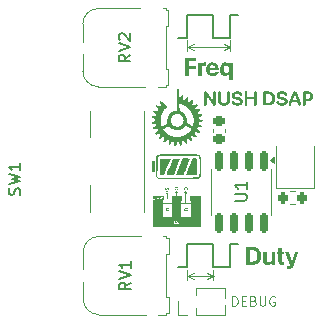
<source format=gto>
G04 #@! TF.GenerationSoftware,KiCad,Pcbnew,8.0.1*
G04 #@! TF.CreationDate,2024-07-26T02:51:00+08:00*
G04 #@! TF.ProjectId,555Sandbox,35353553-616e-4646-926f-782e6b696361,1.0.0*
G04 #@! TF.SameCoordinates,Original*
G04 #@! TF.FileFunction,Legend,Top*
G04 #@! TF.FilePolarity,Positive*
%FSLAX46Y46*%
G04 Gerber Fmt 4.6, Leading zero omitted, Abs format (unit mm)*
G04 Created by KiCad (PCBNEW 8.0.1) date 2024-07-26 02:51:00*
%MOMM*%
%LPD*%
G01*
G04 APERTURE LIST*
G04 Aperture macros list*
%AMRoundRect*
0 Rectangle with rounded corners*
0 $1 Rounding radius*
0 $2 $3 $4 $5 $6 $7 $8 $9 X,Y pos of 4 corners*
0 Add a 4 corners polygon primitive as box body*
4,1,4,$2,$3,$4,$5,$6,$7,$8,$9,$2,$3,0*
0 Add four circle primitives for the rounded corners*
1,1,$1+$1,$2,$3*
1,1,$1+$1,$4,$5*
1,1,$1+$1,$6,$7*
1,1,$1+$1,$8,$9*
0 Add four rect primitives between the rounded corners*
20,1,$1+$1,$2,$3,$4,$5,0*
20,1,$1+$1,$4,$5,$6,$7,0*
20,1,$1+$1,$6,$7,$8,$9,0*
20,1,$1+$1,$8,$9,$2,$3,0*%
G04 Aperture macros list end*
%ADD10C,0.300000*%
%ADD11C,0.200000*%
%ADD12C,0.260000*%
%ADD13C,0.003175*%
%ADD14C,0.100000*%
%ADD15C,0.006350*%
%ADD16C,0.150000*%
%ADD17C,0.120000*%
%ADD18C,0.000000*%
%ADD19C,0.112500*%
%ADD20O,1.000000X1.000000*%
%ADD21R,1.000000X1.000000*%
%ADD22RoundRect,0.150000X-0.150000X0.675000X-0.150000X-0.675000X0.150000X-0.675000X0.150000X0.675000X0*%
%ADD23R,2.200000X2.200000*%
%ADD24R,2.200000X1.250000*%
%ADD25RoundRect,0.200000X0.200000X0.275000X-0.200000X0.275000X-0.200000X-0.275000X0.200000X-0.275000X0*%
%ADD26O,3.500000X2.200000*%
%ADD27R,2.500000X1.500000*%
%ADD28O,2.500000X1.500000*%
%ADD29RoundRect,0.225000X0.250000X-0.225000X0.250000X0.225000X-0.250000X0.225000X-0.250000X-0.225000X0*%
%ADD30R,1.560000X1.560000*%
%ADD31C,1.560000*%
%ADD32C,6.000000*%
G04 APERTURE END LIST*
D10*
G36*
X85906601Y-75711826D02*
G01*
X85966724Y-75698952D01*
X86009624Y-75656742D01*
X86024588Y-75595141D01*
X86024717Y-75587849D01*
X86024717Y-74921066D01*
X86032044Y-74921066D01*
X86545541Y-75640312D01*
X86587318Y-75685995D01*
X86641509Y-75709722D01*
X86669518Y-75711826D01*
X86732207Y-75699345D01*
X86775838Y-75658304D01*
X86790731Y-75598201D01*
X86790858Y-75591073D01*
X86790858Y-74620647D01*
X86780832Y-74562009D01*
X86742959Y-74514553D01*
X86686385Y-74496610D01*
X86672742Y-74496083D01*
X86612155Y-74508976D01*
X86568944Y-74551334D01*
X86553877Y-74613302D01*
X86553747Y-74620647D01*
X86553747Y-75283620D01*
X86547299Y-75283620D01*
X86035561Y-74568184D01*
X85993367Y-74522702D01*
X85939412Y-74498317D01*
X85912463Y-74496083D01*
X85854024Y-74506533D01*
X85806323Y-74546115D01*
X85788142Y-74605434D01*
X85787606Y-74619768D01*
X85787606Y-75587849D01*
X85797802Y-75646119D01*
X85836106Y-75693387D01*
X85892948Y-75711300D01*
X85906601Y-75711826D01*
G37*
G36*
X87483433Y-75715930D02*
G01*
X87565544Y-75711332D01*
X87641463Y-75697846D01*
X87710778Y-75675937D01*
X87773078Y-75646069D01*
X87827952Y-75608704D01*
X87874987Y-75564306D01*
X87913773Y-75513340D01*
X87943898Y-75456269D01*
X87964950Y-75393556D01*
X87976518Y-75325666D01*
X87978758Y-75277758D01*
X87978758Y-74625630D01*
X87968157Y-74564881D01*
X87928340Y-74515434D01*
X87869262Y-74496637D01*
X87855073Y-74496083D01*
X87797186Y-74507064D01*
X87749766Y-74548576D01*
X87731631Y-74610651D01*
X87731095Y-74625630D01*
X87731095Y-75253138D01*
X87724626Y-75320283D01*
X87705532Y-75378670D01*
X87666615Y-75435661D01*
X87611006Y-75476640D01*
X87552499Y-75497219D01*
X87483433Y-75504318D01*
X87414016Y-75497219D01*
X87355267Y-75476640D01*
X87299482Y-75435661D01*
X87260482Y-75378670D01*
X87241364Y-75320283D01*
X87234892Y-75253138D01*
X87234892Y-74625630D01*
X87224285Y-74564881D01*
X87184402Y-74515434D01*
X87125154Y-74496637D01*
X87110914Y-74496083D01*
X87053027Y-74507064D01*
X87005607Y-74548576D01*
X86987472Y-74610651D01*
X86986936Y-74625630D01*
X86986936Y-75277758D01*
X86991954Y-75348843D01*
X87006735Y-75415059D01*
X87030876Y-75475943D01*
X87063969Y-75531030D01*
X87105609Y-75579858D01*
X87155391Y-75621963D01*
X87212909Y-75656881D01*
X87277756Y-75684148D01*
X87349528Y-75703300D01*
X87427818Y-75713875D01*
X87483433Y-75715930D01*
G37*
G36*
X88608904Y-75715930D02*
G01*
X88688927Y-75712124D01*
X88762591Y-75700908D01*
X88829566Y-75682586D01*
X88889523Y-75657460D01*
X88942130Y-75625832D01*
X88987058Y-75588006D01*
X89034445Y-75528453D01*
X89066808Y-75459137D01*
X89080750Y-75401175D01*
X89085471Y-75338428D01*
X89080333Y-75274694D01*
X89064648Y-75218022D01*
X89029585Y-75156611D01*
X88988672Y-75114622D01*
X88935884Y-75078623D01*
X88870810Y-75048285D01*
X88813697Y-75029047D01*
X88749271Y-75012669D01*
X88726141Y-75007821D01*
X88601577Y-74982615D01*
X88541804Y-74968139D01*
X88485407Y-74947132D01*
X88434454Y-74912248D01*
X88406133Y-74856163D01*
X88404619Y-74836362D01*
X88419214Y-74777231D01*
X88460490Y-74731729D01*
X88515533Y-74705168D01*
X88574766Y-74693653D01*
X88608025Y-74692161D01*
X88671023Y-74697625D01*
X88733191Y-74718105D01*
X88783795Y-74755163D01*
X88821708Y-74810256D01*
X88825499Y-74818484D01*
X88863734Y-74866617D01*
X88919002Y-74889809D01*
X88943614Y-74891464D01*
X89004913Y-74875637D01*
X89043547Y-74828003D01*
X89049421Y-74792106D01*
X89040335Y-74737297D01*
X89015580Y-74682410D01*
X88981112Y-74633804D01*
X88937604Y-74591800D01*
X88885729Y-74556717D01*
X88826160Y-74528873D01*
X88759571Y-74508590D01*
X88686635Y-74496186D01*
X88608025Y-74491980D01*
X88536058Y-74495708D01*
X88468582Y-74506661D01*
X88406162Y-74524489D01*
X88349364Y-74548843D01*
X88298751Y-74579373D01*
X88241868Y-74629084D01*
X88198326Y-74688328D01*
X88169466Y-74756275D01*
X88156627Y-74832100D01*
X88156078Y-74852189D01*
X88161514Y-74915285D01*
X88177858Y-74972435D01*
X88213713Y-75035454D01*
X88254802Y-75079088D01*
X88306979Y-75116655D01*
X88370297Y-75148115D01*
X88444813Y-75173432D01*
X88508081Y-75188365D01*
X88633524Y-75212985D01*
X88696516Y-75228358D01*
X88755341Y-75250112D01*
X88807741Y-75286021D01*
X88835125Y-75337991D01*
X88837808Y-75365685D01*
X88821629Y-75425870D01*
X88776076Y-75473690D01*
X88715643Y-75502322D01*
X88650948Y-75514969D01*
X88614766Y-75516628D01*
X88553379Y-75512246D01*
X88489071Y-75495761D01*
X88434635Y-75466539D01*
X88392169Y-75424063D01*
X88370328Y-75385323D01*
X88331354Y-75336646D01*
X88274558Y-75313888D01*
X88256315Y-75312929D01*
X88197935Y-75327529D01*
X88157123Y-75372557D01*
X88146992Y-75422252D01*
X88157258Y-75480487D01*
X88160181Y-75488491D01*
X88190460Y-75546742D01*
X88236191Y-75598775D01*
X88283581Y-75634919D01*
X88340311Y-75665359D01*
X88406138Y-75689331D01*
X88480818Y-75706067D01*
X88542491Y-75713410D01*
X88608904Y-75715930D01*
G37*
G36*
X89359511Y-75711826D02*
G01*
X89417398Y-75700809D01*
X89464818Y-75659348D01*
X89482953Y-75597694D01*
X89483489Y-75582866D01*
X89483489Y-75197451D01*
X90016622Y-75197451D01*
X90016622Y-75582866D01*
X90027222Y-75643119D01*
X90067040Y-75692429D01*
X90126118Y-75711270D01*
X90140307Y-75711826D01*
X90198193Y-75700809D01*
X90245614Y-75659348D01*
X90263749Y-75597694D01*
X90264284Y-75582866D01*
X90264284Y-74625630D01*
X90253678Y-74564881D01*
X90213795Y-74515434D01*
X90154547Y-74496637D01*
X90140307Y-74496083D01*
X90082604Y-74507064D01*
X90035278Y-74548576D01*
X90017158Y-74610651D01*
X90016622Y-74625630D01*
X90016622Y-74993166D01*
X89483489Y-74993166D01*
X89483489Y-74625630D01*
X89472882Y-74564881D01*
X89432999Y-74515434D01*
X89373751Y-74496637D01*
X89359511Y-74496083D01*
X89301625Y-74507064D01*
X89254204Y-74548576D01*
X89236069Y-74610651D01*
X89235534Y-74625630D01*
X89235534Y-75582866D01*
X89246140Y-75643119D01*
X89286023Y-75692429D01*
X89345271Y-75711270D01*
X89359511Y-75711826D01*
G37*
G36*
X91309503Y-74514965D02*
G01*
X91370823Y-74522323D01*
X91428543Y-74534502D01*
X91508168Y-74561657D01*
X91579169Y-74599266D01*
X91641230Y-74647096D01*
X91694037Y-74704912D01*
X91737276Y-74772478D01*
X91770632Y-74849561D01*
X91787224Y-74906120D01*
X91799191Y-74966734D01*
X91806439Y-75031335D01*
X91808876Y-75099852D01*
X91806439Y-75168467D01*
X91799191Y-75233347D01*
X91787224Y-75294395D01*
X91770632Y-75351516D01*
X91737276Y-75429628D01*
X91694037Y-75498368D01*
X91641230Y-75557415D01*
X91579169Y-75606447D01*
X91508168Y-75645144D01*
X91428543Y-75673183D01*
X91370823Y-75685795D01*
X91309503Y-75693433D01*
X91244675Y-75696000D01*
X90916413Y-75696000D01*
X90902173Y-75695446D01*
X90842925Y-75676649D01*
X90803042Y-75627202D01*
X90792435Y-75566453D01*
X90792435Y-74716781D01*
X91040390Y-74716781D01*
X91040390Y-75491129D01*
X91215073Y-75491129D01*
X91255371Y-75489555D01*
X91328728Y-75477027D01*
X91392253Y-75452118D01*
X91445731Y-75414984D01*
X91488944Y-75365779D01*
X91521675Y-75304657D01*
X91543710Y-75231773D01*
X91553086Y-75169484D01*
X91556231Y-75100731D01*
X91554796Y-75055557D01*
X91547323Y-74992794D01*
X91527646Y-74918622D01*
X91497170Y-74855580D01*
X91456225Y-74803950D01*
X91405141Y-74764014D01*
X91344248Y-74736052D01*
X91273875Y-74720347D01*
X91215073Y-74716781D01*
X91040390Y-74716781D01*
X90792435Y-74716781D01*
X90792435Y-74641163D01*
X90792971Y-74626339D01*
X90811106Y-74564775D01*
X90858526Y-74523457D01*
X90916413Y-74512496D01*
X91244675Y-74512496D01*
X91309503Y-74514965D01*
G37*
G36*
X92400335Y-75715930D02*
G01*
X92480357Y-75712124D01*
X92554021Y-75700908D01*
X92620997Y-75682586D01*
X92680954Y-75657460D01*
X92733561Y-75625832D01*
X92778489Y-75588006D01*
X92825875Y-75528453D01*
X92858238Y-75459137D01*
X92872180Y-75401175D01*
X92876901Y-75338428D01*
X92871764Y-75274694D01*
X92856078Y-75218022D01*
X92821016Y-75156611D01*
X92780103Y-75114622D01*
X92727314Y-75078623D01*
X92662240Y-75048285D01*
X92605127Y-75029047D01*
X92540701Y-75012669D01*
X92517571Y-75007821D01*
X92393007Y-74982615D01*
X92333235Y-74968139D01*
X92276837Y-74947132D01*
X92225885Y-74912248D01*
X92197564Y-74856163D01*
X92196050Y-74836362D01*
X92210645Y-74777231D01*
X92251921Y-74731729D01*
X92306964Y-74705168D01*
X92366196Y-74693653D01*
X92399455Y-74692161D01*
X92462454Y-74697625D01*
X92524622Y-74718105D01*
X92575226Y-74755163D01*
X92613139Y-74810256D01*
X92616929Y-74818484D01*
X92655164Y-74866617D01*
X92710432Y-74889809D01*
X92735045Y-74891464D01*
X92796344Y-74875637D01*
X92834977Y-74828003D01*
X92840851Y-74792106D01*
X92831765Y-74737297D01*
X92807010Y-74682410D01*
X92772542Y-74633804D01*
X92729034Y-74591800D01*
X92677160Y-74556717D01*
X92617591Y-74528873D01*
X92551002Y-74508590D01*
X92478066Y-74496186D01*
X92399455Y-74491980D01*
X92327489Y-74495708D01*
X92260013Y-74506661D01*
X92197593Y-74524489D01*
X92140794Y-74548843D01*
X92090182Y-74579373D01*
X92033298Y-74629084D01*
X91989757Y-74688328D01*
X91960897Y-74756275D01*
X91948058Y-74832100D01*
X91947508Y-74852189D01*
X91952944Y-74915285D01*
X91969289Y-74972435D01*
X92005143Y-75035454D01*
X92046233Y-75079088D01*
X92098409Y-75116655D01*
X92161728Y-75148115D01*
X92236243Y-75173432D01*
X92299511Y-75188365D01*
X92424954Y-75212985D01*
X92487946Y-75228358D01*
X92546771Y-75250112D01*
X92599172Y-75286021D01*
X92626556Y-75337991D01*
X92629239Y-75365685D01*
X92613060Y-75425870D01*
X92567507Y-75473690D01*
X92507074Y-75502322D01*
X92442378Y-75514969D01*
X92406196Y-75516628D01*
X92344809Y-75512246D01*
X92280501Y-75495761D01*
X92226065Y-75466539D01*
X92183600Y-75424063D01*
X92161758Y-75385323D01*
X92122784Y-75336646D01*
X92065988Y-75313888D01*
X92047746Y-75312929D01*
X91989366Y-75327529D01*
X91948553Y-75372557D01*
X91938423Y-75422252D01*
X91948689Y-75480487D01*
X91951612Y-75488491D01*
X91981890Y-75546742D01*
X92027621Y-75598775D01*
X92075011Y-75634919D01*
X92131742Y-75665359D01*
X92197569Y-75689331D01*
X92272249Y-75706067D01*
X92333922Y-75713410D01*
X92400335Y-75715930D01*
G37*
G36*
X93546991Y-74504239D02*
G01*
X93604993Y-74533867D01*
X93644429Y-74579630D01*
X93670886Y-74635595D01*
X93995924Y-75516628D01*
X94002408Y-75536294D01*
X94011458Y-75595176D01*
X93994422Y-75657381D01*
X93948314Y-75698526D01*
X93887481Y-75711826D01*
X93826455Y-75699954D01*
X93781305Y-75657309D01*
X93758813Y-75602503D01*
X93696385Y-75415511D01*
X93269058Y-75415511D01*
X93206629Y-75600159D01*
X93183676Y-75656055D01*
X93139303Y-75699654D01*
X93081186Y-75711826D01*
X93074044Y-75711695D01*
X93012674Y-75696588D01*
X92969312Y-75653920D01*
X92955743Y-75595176D01*
X92957365Y-75573947D01*
X92972156Y-75516628D01*
X93079773Y-75223536D01*
X93323280Y-75223536D01*
X93638939Y-75223536D01*
X93482428Y-74738763D01*
X93476566Y-74738763D01*
X93323280Y-75223536D01*
X93079773Y-75223536D01*
X93295436Y-74636181D01*
X93321506Y-74580614D01*
X93360648Y-74534653D01*
X93417847Y-74504496D01*
X93481549Y-74496083D01*
X93546991Y-74504239D01*
G37*
G36*
X94686840Y-74514369D02*
G01*
X94750196Y-74524021D01*
X94808809Y-74541535D01*
X94862224Y-74566518D01*
X94924577Y-74610769D01*
X94975809Y-74666669D01*
X95014846Y-74733287D01*
X95035473Y-74789726D01*
X95048182Y-74851277D01*
X95052519Y-74917549D01*
X95048032Y-74983692D01*
X95034889Y-75045181D01*
X95013572Y-75101611D01*
X94984559Y-75152578D01*
X94934733Y-75211336D01*
X94873215Y-75258705D01*
X94820088Y-75286182D01*
X94761504Y-75306308D01*
X94697941Y-75318680D01*
X94629881Y-75322894D01*
X94408597Y-75322894D01*
X94408597Y-75582866D01*
X94408061Y-75597694D01*
X94389926Y-75659348D01*
X94342506Y-75700809D01*
X94284619Y-75711826D01*
X94270379Y-75711270D01*
X94211131Y-75692429D01*
X94171248Y-75643119D01*
X94160642Y-75582866D01*
X94160642Y-74708575D01*
X94408597Y-74708575D01*
X94408597Y-75129454D01*
X94575952Y-75129454D01*
X94614269Y-75127473D01*
X94681072Y-75111861D01*
X94733996Y-75081238D01*
X94772113Y-75036230D01*
X94794496Y-74977461D01*
X94800460Y-74918428D01*
X94798322Y-74882166D01*
X94781531Y-74819327D01*
X94748761Y-74769933D01*
X94700858Y-74734622D01*
X94638667Y-74714030D01*
X94576538Y-74708575D01*
X94408597Y-74708575D01*
X94160642Y-74708575D01*
X94160642Y-74641163D01*
X94161178Y-74626339D01*
X94179313Y-74564775D01*
X94226733Y-74523457D01*
X94284619Y-74512496D01*
X94642191Y-74512496D01*
X94686840Y-74514369D01*
G37*
D11*
X83600000Y-69950000D02*
X84400000Y-69950000D01*
X84400000Y-87450000D02*
X86600000Y-87450000D01*
X86600000Y-68050000D02*
X86600000Y-69950000D01*
X84400000Y-89350000D02*
X84400000Y-87450000D01*
X86600000Y-87450000D02*
X86600000Y-89350000D01*
X86600000Y-89350000D02*
X88000000Y-89350000D01*
X88000000Y-68050000D02*
X88700000Y-68050000D01*
X84400000Y-68050000D02*
X86600000Y-68050000D01*
X86600000Y-69950000D02*
X88000000Y-69950000D01*
X88000000Y-69950000D02*
X88000000Y-68050000D01*
X88000000Y-89350000D02*
X88000000Y-87450000D01*
X88000000Y-87450000D02*
X88700000Y-87450000D01*
X84400000Y-69950000D02*
X84400000Y-68050000D01*
X83600000Y-89350000D02*
X84400000Y-89350000D01*
D12*
G36*
X84179502Y-73172500D02*
G01*
X84489446Y-73172500D01*
X84489446Y-72590347D01*
X85091382Y-72590347D01*
X85091382Y-72345249D01*
X84489446Y-72345249D01*
X84489446Y-71948476D01*
X85148535Y-71948476D01*
X85148535Y-71693121D01*
X84179502Y-71693121D01*
X84179502Y-73172500D01*
G37*
G36*
X85304240Y-73172500D02*
G01*
X85603926Y-73172500D01*
X85603926Y-72557374D01*
X85612844Y-72475169D01*
X85644907Y-72399199D01*
X85698826Y-72345706D01*
X85773059Y-72315748D01*
X85837666Y-72309345D01*
X85912313Y-72316107D01*
X85946110Y-72325832D01*
X85946110Y-72062049D01*
X85872264Y-72051290D01*
X85860014Y-72051058D01*
X85781816Y-72062136D01*
X85715789Y-72094448D01*
X85663062Y-72146614D01*
X85624762Y-72217253D01*
X85609788Y-72265382D01*
X85603926Y-72265382D01*
X85603926Y-72073407D01*
X85304240Y-72073407D01*
X85304240Y-73172500D01*
G37*
G36*
X86578363Y-72053592D02*
G01*
X86661188Y-72066653D01*
X86737033Y-72090368D01*
X86805488Y-72124222D01*
X86866144Y-72167697D01*
X86918591Y-72220279D01*
X86962420Y-72281449D01*
X86997222Y-72350694D01*
X87022588Y-72427495D01*
X87038107Y-72511337D01*
X87043371Y-72601704D01*
X87043371Y-72693661D01*
X86286462Y-72693661D01*
X86287040Y-72709899D01*
X86297789Y-72784489D01*
X86327150Y-72858764D01*
X86382383Y-72922931D01*
X86458147Y-72961108D01*
X86537788Y-72971732D01*
X86581674Y-72968699D01*
X86655621Y-72947041D01*
X86716311Y-72905080D01*
X86757241Y-72842405D01*
X86759439Y-72836177D01*
X87034212Y-72836177D01*
X87030915Y-72847534D01*
X87006306Y-72924385D01*
X86963402Y-72999928D01*
X86915224Y-73056197D01*
X86854168Y-73106103D01*
X86779715Y-73147191D01*
X86691345Y-73177005D01*
X86615623Y-73190489D01*
X86531560Y-73195214D01*
X86470067Y-73192676D01*
X86383870Y-73179546D01*
X86305239Y-73155601D01*
X86234529Y-73121262D01*
X86172095Y-73076949D01*
X86118292Y-73023083D01*
X86073476Y-72960083D01*
X86038001Y-72888369D01*
X86012222Y-72808363D01*
X85996494Y-72720483D01*
X85991173Y-72625151D01*
X85991173Y-72624052D01*
X85993568Y-72560019D01*
X86001114Y-72504984D01*
X86289760Y-72504984D01*
X86756141Y-72504984D01*
X86749146Y-72464252D01*
X86719264Y-72384327D01*
X86672262Y-72325859D01*
X86600536Y-72285787D01*
X86524599Y-72274541D01*
X86469312Y-72280491D01*
X86401318Y-72308331D01*
X86346697Y-72358037D01*
X86308094Y-72428619D01*
X86289760Y-72504984D01*
X86001114Y-72504984D01*
X86005935Y-72469821D01*
X86028433Y-72387072D01*
X86060616Y-72312253D01*
X86102035Y-72245847D01*
X86152244Y-72188336D01*
X86210795Y-72140201D01*
X86277240Y-72101924D01*
X86351133Y-72073986D01*
X86432025Y-72056871D01*
X86519470Y-72051058D01*
X86578363Y-72053592D01*
G37*
G36*
X87635112Y-72052757D02*
G01*
X87715712Y-72066824D01*
X87787561Y-72096539D01*
X87849658Y-72140484D01*
X87901003Y-72197238D01*
X87940597Y-72265382D01*
X87946825Y-72265382D01*
X87946825Y-72073407D01*
X88246145Y-72073407D01*
X88246145Y-73531536D01*
X87946825Y-73531536D01*
X87946825Y-72988218D01*
X87940597Y-72988218D01*
X87929116Y-73011481D01*
X87885837Y-73074022D01*
X87830233Y-73124759D01*
X87763490Y-73162488D01*
X87686798Y-73186008D01*
X87601344Y-73194115D01*
X87503327Y-73184177D01*
X87415872Y-73154937D01*
X87339751Y-73107252D01*
X87275738Y-73041982D01*
X87224604Y-72959985D01*
X87195171Y-72888027D01*
X87173744Y-72807506D01*
X87160649Y-72718782D01*
X87156211Y-72622220D01*
X87460660Y-72622220D01*
X87463120Y-72676347D01*
X87477770Y-72757060D01*
X87511654Y-72836868D01*
X87561857Y-72896260D01*
X87626831Y-72933309D01*
X87705025Y-72946086D01*
X87757537Y-72940331D01*
X87826298Y-72911062D01*
X87881429Y-72858846D01*
X87921105Y-72785725D01*
X87941043Y-72710297D01*
X87947924Y-72622953D01*
X87947924Y-72622220D01*
X87945396Y-72568477D01*
X87930425Y-72488286D01*
X87896107Y-72408926D01*
X87845797Y-72349819D01*
X87781451Y-72312920D01*
X87705025Y-72300186D01*
X87651819Y-72305862D01*
X87582438Y-72334774D01*
X87527063Y-72386465D01*
X87487377Y-72459021D01*
X87467501Y-72534044D01*
X87460660Y-72621121D01*
X87460660Y-72622220D01*
X87156211Y-72622220D01*
X87156211Y-72621121D01*
X87156714Y-72588189D01*
X87164153Y-72494522D01*
X87180236Y-72408821D01*
X87204634Y-72331441D01*
X87237020Y-72262734D01*
X87292060Y-72185227D01*
X87359940Y-72124605D01*
X87439883Y-72081705D01*
X87531112Y-72057364D01*
X87606473Y-72051791D01*
X87635112Y-72052757D01*
G37*
G36*
X90018945Y-87696193D02*
G01*
X90095506Y-87705354D01*
X90167594Y-87720519D01*
X90267079Y-87754334D01*
X90355826Y-87801177D01*
X90433434Y-87860759D01*
X90499497Y-87932792D01*
X90553612Y-88016989D01*
X90595375Y-88113060D01*
X90616155Y-88183563D01*
X90631146Y-88259130D01*
X90640229Y-88339676D01*
X90643283Y-88425116D01*
X90643283Y-88427315D01*
X90640237Y-88513084D01*
X90631176Y-88594183D01*
X90616218Y-88670494D01*
X90595478Y-88741896D01*
X90553783Y-88839535D01*
X90499734Y-88925460D01*
X90433725Y-88999269D01*
X90356148Y-89060559D01*
X90267398Y-89108930D01*
X90167866Y-89143978D01*
X90095716Y-89159744D01*
X90019066Y-89169291D01*
X89938032Y-89172500D01*
X89372732Y-89172500D01*
X89372732Y-87948476D01*
X89682676Y-87948476D01*
X89682676Y-88916411D01*
X89901029Y-88916411D01*
X89951401Y-88914444D01*
X90043098Y-88898784D01*
X90122504Y-88867648D01*
X90189351Y-88821230D01*
X90243367Y-88759723D01*
X90284282Y-88683321D01*
X90311825Y-88592216D01*
X90323545Y-88514355D01*
X90327477Y-88428414D01*
X90327477Y-88426215D01*
X90325670Y-88370015D01*
X90316273Y-88291927D01*
X90291557Y-88199642D01*
X90253327Y-88121201D01*
X90202033Y-88056955D01*
X90138126Y-88007258D01*
X90062058Y-87972460D01*
X89974278Y-87952915D01*
X89901029Y-87948476D01*
X89682676Y-87948476D01*
X89372732Y-87948476D01*
X89372732Y-87693121D01*
X89938032Y-87693121D01*
X90018945Y-87696193D01*
G37*
G36*
X91191364Y-89195214D02*
G01*
X91265256Y-89189613D01*
X91343548Y-89168771D01*
X91410395Y-89133647D01*
X91465667Y-89085429D01*
X91509234Y-89025305D01*
X91526587Y-88991149D01*
X91532815Y-88991149D01*
X91532815Y-89172500D01*
X91832135Y-89172500D01*
X91832135Y-88073407D01*
X91532815Y-88073407D01*
X91532815Y-88705019D01*
X91524085Y-88780697D01*
X91493115Y-88854152D01*
X91441886Y-88908430D01*
X91372631Y-88940171D01*
X91313363Y-88947185D01*
X91234755Y-88935485D01*
X91168517Y-88894705D01*
X91127485Y-88826731D01*
X91112286Y-88746620D01*
X91111496Y-88720406D01*
X91111496Y-88073407D01*
X90811810Y-88073407D01*
X90811810Y-88783054D01*
X90818187Y-88874605D01*
X90837061Y-88955955D01*
X90868051Y-89026486D01*
X90923244Y-89098493D01*
X90996025Y-89151422D01*
X91066411Y-89179217D01*
X91147193Y-89193411D01*
X91191364Y-89195214D01*
G37*
G36*
X92463014Y-89195214D02*
G01*
X92536704Y-89192251D01*
X92607362Y-89183857D01*
X92607362Y-88964405D01*
X92542882Y-88969534D01*
X92465614Y-88955856D01*
X92415215Y-88896891D01*
X92406594Y-88832147D01*
X92406594Y-88299087D01*
X92607362Y-88299087D01*
X92607362Y-88073407D01*
X92406594Y-88073407D01*
X92406594Y-87804862D01*
X92103977Y-87804862D01*
X92103977Y-88073407D01*
X91951203Y-88073407D01*
X91951203Y-88299087D01*
X92103977Y-88299087D01*
X92103977Y-88865120D01*
X92109397Y-88947044D01*
X92131586Y-89031607D01*
X92171200Y-89097363D01*
X92228558Y-89145403D01*
X92303978Y-89176816D01*
X92377532Y-89190708D01*
X92463014Y-89195214D01*
G37*
G36*
X92944417Y-89534467D02*
G01*
X93031468Y-89530403D01*
X93109893Y-89517477D01*
X93180101Y-89494591D01*
X93256927Y-89450302D01*
X93322347Y-89386585D01*
X93367006Y-89320182D01*
X93405283Y-89238872D01*
X93422156Y-89192283D01*
X93799511Y-88073407D01*
X93483705Y-88073407D01*
X93250697Y-88932897D01*
X93242637Y-88932897D01*
X93011095Y-88073407D01*
X92681734Y-88073407D01*
X93070446Y-89172500D01*
X93056891Y-89208403D01*
X93016608Y-89273286D01*
X92944943Y-89305223D01*
X92892027Y-89309153D01*
X92818283Y-89303488D01*
X92791643Y-89298895D01*
X92791643Y-89521278D01*
X92869176Y-89531115D01*
X92944417Y-89534467D01*
G37*
D13*
X84381856Y-70761584D02*
X84381856Y-70744651D01*
X84381856Y-70747070D02*
X84383066Y-70745860D01*
X84383066Y-70745860D02*
X84385485Y-70744651D01*
X84385485Y-70744651D02*
X84389113Y-70744651D01*
X84389113Y-70744651D02*
X84391532Y-70745860D01*
X84391532Y-70745860D02*
X84392742Y-70748279D01*
X84392742Y-70748279D02*
X84392742Y-70761584D01*
X84392742Y-70748279D02*
X84393951Y-70745860D01*
X84393951Y-70745860D02*
X84396370Y-70744651D01*
X84396370Y-70744651D02*
X84399999Y-70744651D01*
X84399999Y-70744651D02*
X84402418Y-70745860D01*
X84402418Y-70745860D02*
X84403628Y-70748279D01*
X84403628Y-70748279D02*
X84403628Y-70761584D01*
X84415723Y-70761584D02*
X84415723Y-70744651D01*
X84415723Y-70747070D02*
X84416933Y-70745860D01*
X84416933Y-70745860D02*
X84419352Y-70744651D01*
X84419352Y-70744651D02*
X84422980Y-70744651D01*
X84422980Y-70744651D02*
X84425399Y-70745860D01*
X84425399Y-70745860D02*
X84426609Y-70748279D01*
X84426609Y-70748279D02*
X84426609Y-70761584D01*
X84426609Y-70748279D02*
X84427818Y-70745860D01*
X84427818Y-70745860D02*
X84430237Y-70744651D01*
X84430237Y-70744651D02*
X84433866Y-70744651D01*
X84433866Y-70744651D02*
X84436285Y-70745860D01*
X84436285Y-70745860D02*
X84437495Y-70748279D01*
X84437495Y-70748279D02*
X84437495Y-70761584D01*
D14*
X84400000Y-70200000D02*
X84400000Y-71100000D01*
X88000000Y-70200000D02*
X88000000Y-71100000D01*
X84458466Y-70750000D02*
X88000000Y-70750000D01*
X84400000Y-70750000D02*
X84932206Y-70472951D01*
X84400000Y-70750000D02*
X84932206Y-71027049D01*
X88000000Y-70750000D02*
X87467794Y-71027049D01*
X88000000Y-70750000D02*
X87467794Y-70472951D01*
D15*
X86598185Y-90161419D02*
X86598185Y-90144486D01*
X86598185Y-90136019D02*
X86596976Y-90137229D01*
X86596976Y-90137229D02*
X86598185Y-90138438D01*
X86598185Y-90138438D02*
X86599395Y-90137229D01*
X86599395Y-90137229D02*
X86598185Y-90136019D01*
X86598185Y-90136019D02*
X86598185Y-90138438D01*
X86610280Y-90144486D02*
X86610280Y-90161419D01*
X86610280Y-90146905D02*
X86611490Y-90145695D01*
X86611490Y-90145695D02*
X86613909Y-90144486D01*
X86613909Y-90144486D02*
X86617537Y-90144486D01*
X86617537Y-90144486D02*
X86619956Y-90145695D01*
X86619956Y-90145695D02*
X86621166Y-90148114D01*
X86621166Y-90148114D02*
X86621166Y-90161419D01*
D14*
X84400000Y-89600000D02*
X84400000Y-90500000D01*
X86600000Y-89600000D02*
X86600000Y-90500000D01*
X84400000Y-90150000D02*
X86553101Y-90150000D01*
X84400000Y-90150000D02*
X84932206Y-89872951D01*
X84400000Y-90150000D02*
X84932206Y-90427049D01*
X86600000Y-90150000D02*
X86067794Y-90427049D01*
X86600000Y-90150000D02*
X86067794Y-89872951D01*
X88209524Y-92664895D02*
X88209524Y-91864895D01*
X88209524Y-91864895D02*
X88400000Y-91864895D01*
X88400000Y-91864895D02*
X88514286Y-91902990D01*
X88514286Y-91902990D02*
X88590476Y-91979180D01*
X88590476Y-91979180D02*
X88628571Y-92055371D01*
X88628571Y-92055371D02*
X88666667Y-92207752D01*
X88666667Y-92207752D02*
X88666667Y-92322038D01*
X88666667Y-92322038D02*
X88628571Y-92474419D01*
X88628571Y-92474419D02*
X88590476Y-92550609D01*
X88590476Y-92550609D02*
X88514286Y-92626800D01*
X88514286Y-92626800D02*
X88400000Y-92664895D01*
X88400000Y-92664895D02*
X88209524Y-92664895D01*
X89009524Y-92245847D02*
X89276190Y-92245847D01*
X89390476Y-92664895D02*
X89009524Y-92664895D01*
X89009524Y-92664895D02*
X89009524Y-91864895D01*
X89009524Y-91864895D02*
X89390476Y-91864895D01*
X90000000Y-92245847D02*
X90114286Y-92283942D01*
X90114286Y-92283942D02*
X90152381Y-92322038D01*
X90152381Y-92322038D02*
X90190477Y-92398228D01*
X90190477Y-92398228D02*
X90190477Y-92512514D01*
X90190477Y-92512514D02*
X90152381Y-92588704D01*
X90152381Y-92588704D02*
X90114286Y-92626800D01*
X90114286Y-92626800D02*
X90038096Y-92664895D01*
X90038096Y-92664895D02*
X89733334Y-92664895D01*
X89733334Y-92664895D02*
X89733334Y-91864895D01*
X89733334Y-91864895D02*
X90000000Y-91864895D01*
X90000000Y-91864895D02*
X90076191Y-91902990D01*
X90076191Y-91902990D02*
X90114286Y-91941085D01*
X90114286Y-91941085D02*
X90152381Y-92017276D01*
X90152381Y-92017276D02*
X90152381Y-92093466D01*
X90152381Y-92093466D02*
X90114286Y-92169657D01*
X90114286Y-92169657D02*
X90076191Y-92207752D01*
X90076191Y-92207752D02*
X90000000Y-92245847D01*
X90000000Y-92245847D02*
X89733334Y-92245847D01*
X90533334Y-91864895D02*
X90533334Y-92512514D01*
X90533334Y-92512514D02*
X90571429Y-92588704D01*
X90571429Y-92588704D02*
X90609524Y-92626800D01*
X90609524Y-92626800D02*
X90685715Y-92664895D01*
X90685715Y-92664895D02*
X90838096Y-92664895D01*
X90838096Y-92664895D02*
X90914286Y-92626800D01*
X90914286Y-92626800D02*
X90952381Y-92588704D01*
X90952381Y-92588704D02*
X90990477Y-92512514D01*
X90990477Y-92512514D02*
X90990477Y-91864895D01*
X91790476Y-91902990D02*
X91714286Y-91864895D01*
X91714286Y-91864895D02*
X91600000Y-91864895D01*
X91600000Y-91864895D02*
X91485714Y-91902990D01*
X91485714Y-91902990D02*
X91409524Y-91979180D01*
X91409524Y-91979180D02*
X91371429Y-92055371D01*
X91371429Y-92055371D02*
X91333333Y-92207752D01*
X91333333Y-92207752D02*
X91333333Y-92322038D01*
X91333333Y-92322038D02*
X91371429Y-92474419D01*
X91371429Y-92474419D02*
X91409524Y-92550609D01*
X91409524Y-92550609D02*
X91485714Y-92626800D01*
X91485714Y-92626800D02*
X91600000Y-92664895D01*
X91600000Y-92664895D02*
X91676191Y-92664895D01*
X91676191Y-92664895D02*
X91790476Y-92626800D01*
X91790476Y-92626800D02*
X91828572Y-92588704D01*
X91828572Y-92588704D02*
X91828572Y-92322038D01*
X91828572Y-92322038D02*
X91676191Y-92322038D01*
D16*
X88404819Y-83761904D02*
X89214342Y-83761904D01*
X89214342Y-83761904D02*
X89309580Y-83714285D01*
X89309580Y-83714285D02*
X89357200Y-83666666D01*
X89357200Y-83666666D02*
X89404819Y-83571428D01*
X89404819Y-83571428D02*
X89404819Y-83380952D01*
X89404819Y-83380952D02*
X89357200Y-83285714D01*
X89357200Y-83285714D02*
X89309580Y-83238095D01*
X89309580Y-83238095D02*
X89214342Y-83190476D01*
X89214342Y-83190476D02*
X88404819Y-83190476D01*
X89404819Y-82190476D02*
X89404819Y-82761904D01*
X89404819Y-82476190D02*
X88404819Y-82476190D01*
X88404819Y-82476190D02*
X88547676Y-82571428D01*
X88547676Y-82571428D02*
X88642914Y-82666666D01*
X88642914Y-82666666D02*
X88690533Y-82761904D01*
X70207200Y-83283332D02*
X70254819Y-83140475D01*
X70254819Y-83140475D02*
X70254819Y-82902380D01*
X70254819Y-82902380D02*
X70207200Y-82807142D01*
X70207200Y-82807142D02*
X70159580Y-82759523D01*
X70159580Y-82759523D02*
X70064342Y-82711904D01*
X70064342Y-82711904D02*
X69969104Y-82711904D01*
X69969104Y-82711904D02*
X69873866Y-82759523D01*
X69873866Y-82759523D02*
X69826247Y-82807142D01*
X69826247Y-82807142D02*
X69778628Y-82902380D01*
X69778628Y-82902380D02*
X69731009Y-83092856D01*
X69731009Y-83092856D02*
X69683390Y-83188094D01*
X69683390Y-83188094D02*
X69635771Y-83235713D01*
X69635771Y-83235713D02*
X69540533Y-83283332D01*
X69540533Y-83283332D02*
X69445295Y-83283332D01*
X69445295Y-83283332D02*
X69350057Y-83235713D01*
X69350057Y-83235713D02*
X69302438Y-83188094D01*
X69302438Y-83188094D02*
X69254819Y-83092856D01*
X69254819Y-83092856D02*
X69254819Y-82854761D01*
X69254819Y-82854761D02*
X69302438Y-82711904D01*
X69254819Y-82378570D02*
X70254819Y-82140475D01*
X70254819Y-82140475D02*
X69540533Y-81949999D01*
X69540533Y-81949999D02*
X70254819Y-81759523D01*
X70254819Y-81759523D02*
X69254819Y-81521428D01*
X70254819Y-80616666D02*
X70254819Y-81188094D01*
X70254819Y-80902380D02*
X69254819Y-80902380D01*
X69254819Y-80902380D02*
X69397676Y-80997618D01*
X69397676Y-80997618D02*
X69492914Y-81092856D01*
X69492914Y-81092856D02*
X69540533Y-81188094D01*
X79564819Y-71395238D02*
X79088628Y-71728571D01*
X79564819Y-71966666D02*
X78564819Y-71966666D01*
X78564819Y-71966666D02*
X78564819Y-71585714D01*
X78564819Y-71585714D02*
X78612438Y-71490476D01*
X78612438Y-71490476D02*
X78660057Y-71442857D01*
X78660057Y-71442857D02*
X78755295Y-71395238D01*
X78755295Y-71395238D02*
X78898152Y-71395238D01*
X78898152Y-71395238D02*
X78993390Y-71442857D01*
X78993390Y-71442857D02*
X79041009Y-71490476D01*
X79041009Y-71490476D02*
X79088628Y-71585714D01*
X79088628Y-71585714D02*
X79088628Y-71966666D01*
X78564819Y-71109523D02*
X79564819Y-70776190D01*
X79564819Y-70776190D02*
X78564819Y-70442857D01*
X78660057Y-70157142D02*
X78612438Y-70109523D01*
X78612438Y-70109523D02*
X78564819Y-70014285D01*
X78564819Y-70014285D02*
X78564819Y-69776190D01*
X78564819Y-69776190D02*
X78612438Y-69680952D01*
X78612438Y-69680952D02*
X78660057Y-69633333D01*
X78660057Y-69633333D02*
X78755295Y-69585714D01*
X78755295Y-69585714D02*
X78850533Y-69585714D01*
X78850533Y-69585714D02*
X78993390Y-69633333D01*
X78993390Y-69633333D02*
X79564819Y-70204761D01*
X79564819Y-70204761D02*
X79564819Y-69585714D01*
X79604819Y-90695238D02*
X79128628Y-91028571D01*
X79604819Y-91266666D02*
X78604819Y-91266666D01*
X78604819Y-91266666D02*
X78604819Y-90885714D01*
X78604819Y-90885714D02*
X78652438Y-90790476D01*
X78652438Y-90790476D02*
X78700057Y-90742857D01*
X78700057Y-90742857D02*
X78795295Y-90695238D01*
X78795295Y-90695238D02*
X78938152Y-90695238D01*
X78938152Y-90695238D02*
X79033390Y-90742857D01*
X79033390Y-90742857D02*
X79081009Y-90790476D01*
X79081009Y-90790476D02*
X79128628Y-90885714D01*
X79128628Y-90885714D02*
X79128628Y-91266666D01*
X78604819Y-90409523D02*
X79604819Y-90076190D01*
X79604819Y-90076190D02*
X78604819Y-89742857D01*
X79604819Y-88885714D02*
X79604819Y-89457142D01*
X79604819Y-89171428D02*
X78604819Y-89171428D01*
X78604819Y-89171428D02*
X78747676Y-89266666D01*
X78747676Y-89266666D02*
X78842914Y-89361904D01*
X78842914Y-89361904D02*
X78890533Y-89457142D01*
D17*
X85135000Y-91190000D02*
X87610000Y-91190000D01*
X85135000Y-91736529D02*
X85135000Y-91190000D01*
X87610000Y-91992470D02*
X87610000Y-91190000D01*
X87610000Y-93410000D02*
X87610000Y-92607530D01*
X85135000Y-93410000D02*
X85135000Y-92863471D01*
X85135000Y-93410000D02*
X87610000Y-93410000D01*
X84375000Y-93410000D02*
X83615000Y-93410000D01*
X83615000Y-93410000D02*
X83615000Y-92300000D01*
X91745000Y-80540000D02*
X91415000Y-80300000D01*
X91745000Y-80060000D01*
X91745000Y-80540000D01*
G36*
X91745000Y-80540000D02*
G01*
X91415000Y-80300000D01*
X91745000Y-80060000D01*
X91745000Y-80540000D01*
G37*
X91510000Y-83000000D02*
X91510000Y-84950000D01*
X91510000Y-83000000D02*
X91510000Y-81050000D01*
X86390000Y-83000000D02*
X86390000Y-84950000D01*
X86390000Y-83000000D02*
X86390000Y-81050000D01*
X91900000Y-79100000D02*
X91900000Y-82700000D01*
X91900000Y-82700000D02*
X95100000Y-82700000D01*
X95100000Y-79100000D02*
X95100000Y-82700000D01*
D18*
G36*
X81557140Y-80441240D02*
G01*
X81674115Y-80447961D01*
X81680134Y-80883829D01*
X81681366Y-81054277D01*
X81680024Y-81196159D01*
X81678484Y-81251761D01*
X81676417Y-81294670D01*
X81673862Y-81323035D01*
X81672413Y-81331186D01*
X81670857Y-81335007D01*
X81670857Y-81335041D01*
X81669933Y-81335827D01*
X81668742Y-81336603D01*
X81665589Y-81338120D01*
X81661462Y-81339585D01*
X81656423Y-81340990D01*
X81650536Y-81342327D01*
X81643864Y-81343588D01*
X81636470Y-81344766D01*
X81628418Y-81345852D01*
X81619769Y-81346840D01*
X81610588Y-81347721D01*
X81600938Y-81348488D01*
X81590882Y-81349133D01*
X81580483Y-81349648D01*
X81569804Y-81350026D01*
X81558908Y-81350258D01*
X81547858Y-81350337D01*
X81440166Y-81350337D01*
X81440166Y-80434519D01*
X81557140Y-80441240D01*
G37*
G36*
X83662120Y-80196242D02*
G01*
X83708698Y-80197467D01*
X83747098Y-80199295D01*
X83776030Y-80201673D01*
X83794206Y-80204547D01*
X83798858Y-80206153D01*
X83800004Y-80206995D01*
X83800337Y-80207862D01*
X83794238Y-80225209D01*
X83777253Y-80268206D01*
X83715363Y-80419713D01*
X83624136Y-80639514D01*
X83513041Y-80904740D01*
X83513046Y-80904588D01*
X83227293Y-81584145D01*
X82921973Y-81595274D01*
X82802724Y-81598459D01*
X82750054Y-81599018D01*
X82703737Y-81598910D01*
X82665064Y-81598150D01*
X82635323Y-81596755D01*
X82615803Y-81594741D01*
X82610278Y-81593507D01*
X82607792Y-81592123D01*
X82608373Y-81587086D01*
X82611847Y-81575192D01*
X82626905Y-81532276D01*
X82651830Y-81466254D01*
X82685486Y-81380003D01*
X82774451Y-81158332D01*
X82884717Y-80890289D01*
X83170496Y-80202893D01*
X83486194Y-80196732D01*
X83549579Y-80195821D01*
X83608650Y-80195675D01*
X83662120Y-80196242D01*
G37*
G36*
X84378636Y-80191965D02*
G01*
X84436645Y-80192944D01*
X84489175Y-80194490D01*
X84534959Y-80196537D01*
X84572729Y-80199015D01*
X84601219Y-80201856D01*
X84619162Y-80204992D01*
X84623782Y-80206649D01*
X84625291Y-80208353D01*
X84619347Y-80225356D01*
X84602804Y-80267589D01*
X84542495Y-80416506D01*
X84453514Y-80632626D01*
X84345012Y-80893475D01*
X84345023Y-80893458D01*
X84235239Y-81154375D01*
X84142800Y-81370679D01*
X84077422Y-81519863D01*
X84057918Y-81562251D01*
X84048824Y-81579418D01*
X84047612Y-81580316D01*
X84045728Y-81581205D01*
X84040018Y-81582949D01*
X84031836Y-81584641D01*
X84021329Y-81586272D01*
X84008641Y-81587832D01*
X83993917Y-81589312D01*
X83958938Y-81591992D01*
X83917551Y-81594235D01*
X83870913Y-81595966D01*
X83820184Y-81597108D01*
X83766521Y-81597584D01*
X83560577Y-81597654D01*
X83498739Y-81596764D01*
X83458637Y-81594736D01*
X83445405Y-81593173D01*
X83436007Y-81591180D01*
X83429912Y-81588708D01*
X83426585Y-81585707D01*
X83425494Y-81582130D01*
X83426106Y-81577927D01*
X83430305Y-81567450D01*
X83939251Y-80353166D01*
X84006569Y-80191624D01*
X84316413Y-80191624D01*
X84378636Y-80191965D01*
G37*
G36*
X82370690Y-80194811D02*
G01*
X82423264Y-80195177D01*
X82548277Y-80196700D01*
X82972222Y-80202756D01*
X82684969Y-80891848D01*
X82479146Y-81381477D01*
X82414227Y-81532730D01*
X82387643Y-81591021D01*
X82387009Y-81591549D01*
X82386135Y-81592085D01*
X82383693Y-81593174D01*
X82380373Y-81594279D01*
X82376229Y-81595392D01*
X82371315Y-81596507D01*
X82365686Y-81597614D01*
X82359396Y-81598705D01*
X82352500Y-81599774D01*
X82337108Y-81601812D01*
X82319946Y-81603665D01*
X82301449Y-81605269D01*
X82282054Y-81606562D01*
X82262898Y-81607292D01*
X82244057Y-81607295D01*
X82225612Y-81606591D01*
X82207646Y-81605206D01*
X82190241Y-81603162D01*
X82173479Y-81600481D01*
X82157441Y-81597187D01*
X82142210Y-81593303D01*
X82127868Y-81588852D01*
X82114496Y-81583857D01*
X82102177Y-81578341D01*
X82090993Y-81572328D01*
X82081025Y-81565839D01*
X82072355Y-81558898D01*
X82065066Y-81551529D01*
X82059240Y-81543754D01*
X82057527Y-81537810D01*
X82055858Y-81525660D01*
X82052688Y-81484084D01*
X82049800Y-81421701D01*
X82047267Y-81341186D01*
X82045159Y-81245216D01*
X82043546Y-81136466D01*
X82042500Y-81017611D01*
X82042091Y-80891328D01*
X82042970Y-80547287D01*
X82044787Y-80435100D01*
X82048035Y-80354651D01*
X82053099Y-80299828D01*
X82056433Y-80280117D01*
X82060364Y-80264519D01*
X82064943Y-80252272D01*
X82070216Y-80242611D01*
X82076231Y-80234772D01*
X82083038Y-80227991D01*
X82086498Y-80225010D01*
X82090141Y-80222194D01*
X82094019Y-80219539D01*
X82098187Y-80217042D01*
X82102696Y-80214700D01*
X82107600Y-80212508D01*
X82112953Y-80210464D01*
X82118808Y-80208563D01*
X82125218Y-80206801D01*
X82132236Y-80205177D01*
X82139915Y-80203685D01*
X82148310Y-80202322D01*
X82157472Y-80201085D01*
X82167455Y-80199970D01*
X82178313Y-80198974D01*
X82190099Y-80198092D01*
X82216666Y-80196660D01*
X82247583Y-80195644D01*
X82283275Y-80195016D01*
X82324169Y-80194748D01*
X82370690Y-80194811D01*
G37*
G36*
X82210082Y-83468039D02*
G01*
X82211425Y-83468208D01*
X82214479Y-83468870D01*
X82217987Y-83469948D01*
X82221912Y-83471418D01*
X82226211Y-83473259D01*
X82230846Y-83475447D01*
X82235776Y-83477961D01*
X82240962Y-83480778D01*
X82246363Y-83483877D01*
X82251939Y-83487234D01*
X82257651Y-83490828D01*
X82263458Y-83494635D01*
X82269320Y-83498635D01*
X82275198Y-83502804D01*
X82281051Y-83507120D01*
X82286839Y-83511561D01*
X82292396Y-83516001D01*
X82297570Y-83520316D01*
X82302345Y-83524484D01*
X82306704Y-83528483D01*
X82310629Y-83532289D01*
X82314103Y-83535882D01*
X82317110Y-83539238D01*
X82319630Y-83542336D01*
X82321649Y-83545152D01*
X82323148Y-83547665D01*
X82324110Y-83549853D01*
X82324384Y-83550818D01*
X82324518Y-83551693D01*
X82324509Y-83552476D01*
X82324355Y-83553163D01*
X82324054Y-83553752D01*
X82323603Y-83554241D01*
X82323001Y-83554625D01*
X82322246Y-83554904D01*
X82321335Y-83555073D01*
X82320266Y-83555130D01*
X82320271Y-83555127D01*
X82319057Y-83555070D01*
X82317713Y-83554901D01*
X82314660Y-83554238D01*
X82311151Y-83553160D01*
X82307227Y-83551689D01*
X82302927Y-83549848D01*
X82298292Y-83547659D01*
X82293362Y-83545145D01*
X82288176Y-83542327D01*
X82282775Y-83539229D01*
X82277198Y-83535872D01*
X82271486Y-83532278D01*
X82265678Y-83528471D01*
X82259815Y-83524473D01*
X82253937Y-83520306D01*
X82248083Y-83515992D01*
X82242294Y-83511553D01*
X82236737Y-83507113D01*
X82231563Y-83502798D01*
X82226788Y-83498630D01*
X82222430Y-83494631D01*
X82218505Y-83490824D01*
X82215031Y-83487232D01*
X82212025Y-83483875D01*
X82209504Y-83480777D01*
X82207486Y-83477961D01*
X82205987Y-83475447D01*
X82205025Y-83473259D01*
X82204751Y-83472294D01*
X82204617Y-83471419D01*
X82204626Y-83470636D01*
X82204780Y-83469949D01*
X82205081Y-83469359D01*
X82205531Y-83468871D01*
X82206133Y-83468486D01*
X82206888Y-83468208D01*
X82207798Y-83468039D01*
X82208867Y-83467982D01*
X82210082Y-83468039D01*
G37*
G36*
X85091403Y-80192099D02*
G01*
X85106880Y-80193204D01*
X85121144Y-80194994D01*
X85134244Y-80197619D01*
X85146230Y-80201228D01*
X85157151Y-80205970D01*
X85167057Y-80211994D01*
X85175996Y-80219450D01*
X85184018Y-80228487D01*
X85191173Y-80239254D01*
X85197510Y-80251901D01*
X85203078Y-80266577D01*
X85207926Y-80283431D01*
X85212104Y-80302613D01*
X85215660Y-80324273D01*
X85218646Y-80348558D01*
X85221109Y-80375619D01*
X85223099Y-80405605D01*
X85224666Y-80438665D01*
X85225858Y-80474949D01*
X85227317Y-80557784D01*
X85227871Y-80655306D01*
X85227841Y-80899186D01*
X85226615Y-81225823D01*
X85224722Y-81337472D01*
X85221654Y-81420716D01*
X85217172Y-81480088D01*
X85211033Y-81520118D01*
X85207268Y-81534296D01*
X85202999Y-81545338D01*
X85198196Y-81553811D01*
X85192828Y-81560280D01*
X85192834Y-81560283D01*
X85189984Y-81562931D01*
X85186844Y-81565450D01*
X85183377Y-81567844D01*
X85179545Y-81570115D01*
X85175313Y-81572267D01*
X85170643Y-81574302D01*
X85165499Y-81576226D01*
X85159843Y-81578039D01*
X85153640Y-81579747D01*
X85146851Y-81581351D01*
X85139441Y-81582856D01*
X85131373Y-81584264D01*
X85113114Y-81586803D01*
X85091779Y-81588996D01*
X85067075Y-81590867D01*
X85038707Y-81592443D01*
X85006381Y-81593749D01*
X84969802Y-81594812D01*
X84928676Y-81595658D01*
X84882709Y-81596312D01*
X84775072Y-81597149D01*
X84622565Y-81598317D01*
X84490258Y-81600088D01*
X84392332Y-81602228D01*
X84342966Y-81604500D01*
X84337841Y-81605015D01*
X84332658Y-81605379D01*
X84327455Y-81605597D01*
X84322267Y-81605674D01*
X84317129Y-81605614D01*
X84312076Y-81605420D01*
X84307145Y-81605098D01*
X84302369Y-81604650D01*
X84297786Y-81604082D01*
X84293430Y-81603397D01*
X84289337Y-81602600D01*
X84285543Y-81601695D01*
X84282082Y-81600687D01*
X84278990Y-81599578D01*
X84276304Y-81598374D01*
X84274057Y-81597079D01*
X84273435Y-81595507D01*
X84273570Y-81592151D01*
X84276047Y-81580273D01*
X84281349Y-81561809D01*
X84289337Y-81537122D01*
X84312819Y-81470536D01*
X84345384Y-81383423D01*
X84385924Y-81278693D01*
X84433331Y-81159253D01*
X84486496Y-81028014D01*
X84544312Y-80887883D01*
X84834113Y-80191621D01*
X84994100Y-80191624D01*
X85074664Y-80191530D01*
X85091403Y-80192099D01*
G37*
G36*
X83416039Y-85523023D02*
G01*
X83421318Y-85523381D01*
X83426665Y-85523984D01*
X83432072Y-85524836D01*
X83437529Y-85525941D01*
X83443026Y-85527304D01*
X83448553Y-85528929D01*
X83453322Y-85530654D01*
X83457792Y-85532696D01*
X83461965Y-85535032D01*
X83465838Y-85537641D01*
X83469413Y-85540500D01*
X83472689Y-85543588D01*
X83475664Y-85546883D01*
X83478338Y-85550363D01*
X83480711Y-85554005D01*
X83482783Y-85557789D01*
X83484553Y-85561691D01*
X83486020Y-85565691D01*
X83487183Y-85569766D01*
X83488043Y-85573894D01*
X83488599Y-85578053D01*
X83488850Y-85582222D01*
X83488796Y-85586379D01*
X83488436Y-85590501D01*
X83487770Y-85594566D01*
X83486797Y-85598554D01*
X83485516Y-85602441D01*
X83483928Y-85606206D01*
X83482032Y-85609827D01*
X83479827Y-85613282D01*
X83477312Y-85616550D01*
X83474488Y-85619607D01*
X83471353Y-85622433D01*
X83467907Y-85625005D01*
X83464150Y-85627301D01*
X83460081Y-85629300D01*
X83455699Y-85630979D01*
X83451005Y-85632317D01*
X83450989Y-85632315D01*
X83438850Y-85634831D01*
X83427103Y-85636509D01*
X83415801Y-85637371D01*
X83404999Y-85637440D01*
X83394751Y-85636737D01*
X83385110Y-85635284D01*
X83376131Y-85633104D01*
X83367868Y-85630218D01*
X83364022Y-85628518D01*
X83360375Y-85626649D01*
X83356934Y-85624615D01*
X83353705Y-85622418D01*
X83350696Y-85620062D01*
X83347914Y-85617548D01*
X83345364Y-85614880D01*
X83343054Y-85612061D01*
X83340990Y-85609093D01*
X83339180Y-85605978D01*
X83337630Y-85602721D01*
X83336346Y-85599323D01*
X83335336Y-85595787D01*
X83334606Y-85592116D01*
X83334163Y-85588313D01*
X83334014Y-85584380D01*
X83334175Y-85580000D01*
X83334650Y-85575744D01*
X83335432Y-85571618D01*
X83336510Y-85567626D01*
X83337876Y-85563773D01*
X83339519Y-85560063D01*
X83341429Y-85556501D01*
X83343599Y-85553092D01*
X83346017Y-85549840D01*
X83348675Y-85546749D01*
X83351563Y-85543824D01*
X83354671Y-85541071D01*
X83357991Y-85538493D01*
X83361512Y-85536094D01*
X83365226Y-85533881D01*
X83369122Y-85531856D01*
X83373191Y-85530025D01*
X83377424Y-85528393D01*
X83381811Y-85526963D01*
X83386342Y-85525741D01*
X83391009Y-85524731D01*
X83395802Y-85523938D01*
X83400710Y-85523366D01*
X83405726Y-85523019D01*
X83410839Y-85522904D01*
X83416039Y-85523023D01*
G37*
G36*
X84277900Y-82620347D02*
G01*
X84288865Y-82621496D01*
X84299623Y-82623419D01*
X84310144Y-82626101D01*
X84320398Y-82629524D01*
X84330356Y-82633672D01*
X84339988Y-82638529D01*
X84349266Y-82644079D01*
X84358159Y-82650306D01*
X84366638Y-82657193D01*
X84374673Y-82664724D01*
X84382235Y-82672883D01*
X84389294Y-82681654D01*
X84395821Y-82691020D01*
X84401787Y-82700966D01*
X84407161Y-82711474D01*
X84411914Y-82722529D01*
X84416018Y-82734114D01*
X84419441Y-82746213D01*
X84422155Y-82758810D01*
X84424130Y-82771889D01*
X84425337Y-82785434D01*
X84425745Y-82799427D01*
X84425745Y-82887683D01*
X84269795Y-82887691D01*
X84269785Y-82887691D01*
X84113834Y-82887691D01*
X84113834Y-82788690D01*
X84113967Y-82774789D01*
X84114201Y-82767525D01*
X84158385Y-82767525D01*
X84158507Y-82776219D01*
X84158684Y-82780190D01*
X84158959Y-82783920D01*
X84159347Y-82787417D01*
X84159865Y-82790687D01*
X84160528Y-82793739D01*
X84161352Y-82796580D01*
X84162351Y-82799218D01*
X84163542Y-82801659D01*
X84164941Y-82803912D01*
X84166562Y-82805983D01*
X84168422Y-82807881D01*
X84170535Y-82809613D01*
X84172918Y-82811185D01*
X84175587Y-82812607D01*
X84178556Y-82813884D01*
X84181842Y-82815025D01*
X84185459Y-82816037D01*
X84189424Y-82816927D01*
X84193752Y-82817703D01*
X84198459Y-82818373D01*
X84203560Y-82818944D01*
X84209071Y-82819422D01*
X84221385Y-82820135D01*
X84235525Y-82820569D01*
X84251617Y-82820787D01*
X84269785Y-82820846D01*
X84290158Y-82820664D01*
X84308238Y-82820073D01*
X84324091Y-82819004D01*
X84337785Y-82817388D01*
X84349386Y-82815156D01*
X84354423Y-82813787D01*
X84358962Y-82812239D01*
X84363011Y-82810503D01*
X84366580Y-82808569D01*
X84369675Y-82806430D01*
X84372307Y-82804076D01*
X84374483Y-82801500D01*
X84376211Y-82798692D01*
X84377500Y-82795644D01*
X84378358Y-82792347D01*
X84378794Y-82788793D01*
X84378816Y-82784974D01*
X84378433Y-82780880D01*
X84377653Y-82776502D01*
X84376484Y-82771833D01*
X84374934Y-82766864D01*
X84370728Y-82755990D01*
X84365102Y-82743811D01*
X84358123Y-82730259D01*
X84358123Y-82730254D01*
X84353840Y-82723183D01*
X84348931Y-82716737D01*
X84343446Y-82710906D01*
X84337435Y-82705681D01*
X84330947Y-82701053D01*
X84324033Y-82697012D01*
X84316743Y-82693549D01*
X84309126Y-82690655D01*
X84301233Y-82688319D01*
X84293114Y-82686534D01*
X84284818Y-82685290D01*
X84276396Y-82684577D01*
X84267897Y-82684385D01*
X84259372Y-82684707D01*
X84250871Y-82685532D01*
X84242443Y-82686850D01*
X84234138Y-82688654D01*
X84226008Y-82690933D01*
X84218100Y-82693677D01*
X84210466Y-82696879D01*
X84203156Y-82700528D01*
X84196219Y-82704615D01*
X84189705Y-82709131D01*
X84183665Y-82714066D01*
X84178148Y-82719411D01*
X84173205Y-82725157D01*
X84168885Y-82731294D01*
X84165239Y-82737813D01*
X84162315Y-82744706D01*
X84160165Y-82751961D01*
X84158839Y-82759571D01*
X84158385Y-82767525D01*
X84114201Y-82767525D01*
X84114382Y-82761932D01*
X84115103Y-82750056D01*
X84116153Y-82739094D01*
X84117559Y-82728981D01*
X84119343Y-82719650D01*
X84121530Y-82711038D01*
X84124144Y-82703077D01*
X84127209Y-82695703D01*
X84130750Y-82688850D01*
X84134790Y-82682452D01*
X84139355Y-82676444D01*
X84144467Y-82670761D01*
X84150152Y-82665336D01*
X84156434Y-82660104D01*
X84163336Y-82654999D01*
X84174752Y-82647515D01*
X84186255Y-82640967D01*
X84197817Y-82635339D01*
X84209407Y-82630615D01*
X84220997Y-82626779D01*
X84232556Y-82623814D01*
X84244056Y-82621705D01*
X84255466Y-82620435D01*
X84266758Y-82619987D01*
X84277900Y-82620347D01*
G37*
G36*
X82779830Y-84403434D02*
G01*
X82793118Y-84403908D01*
X82805112Y-84404612D01*
X82815862Y-84405561D01*
X82825416Y-84406768D01*
X82833825Y-84408249D01*
X82841138Y-84410017D01*
X82847405Y-84412087D01*
X82852675Y-84414472D01*
X82856998Y-84417187D01*
X82860424Y-84420246D01*
X82863003Y-84423663D01*
X82864783Y-84427452D01*
X82865815Y-84431628D01*
X82866148Y-84436204D01*
X82866071Y-84438458D01*
X82865843Y-84440620D01*
X82865457Y-84442694D01*
X82864912Y-84444680D01*
X82864204Y-84446580D01*
X82863329Y-84448394D01*
X82862283Y-84450124D01*
X82861063Y-84451771D01*
X82859666Y-84453336D01*
X82858087Y-84454821D01*
X82856324Y-84456227D01*
X82854372Y-84457555D01*
X82852229Y-84458806D01*
X82849890Y-84459981D01*
X82847352Y-84461082D01*
X82844612Y-84462111D01*
X82841666Y-84463067D01*
X82838511Y-84463953D01*
X82835142Y-84464769D01*
X82831556Y-84465517D01*
X82827751Y-84466198D01*
X82823721Y-84466814D01*
X82819465Y-84467365D01*
X82814977Y-84467853D01*
X82810255Y-84468279D01*
X82805295Y-84468644D01*
X82800093Y-84468949D01*
X82794647Y-84469196D01*
X82783004Y-84469520D01*
X82770338Y-84469626D01*
X82751775Y-84469983D01*
X82734441Y-84471042D01*
X82718364Y-84472788D01*
X82703572Y-84475203D01*
X82690092Y-84478270D01*
X82677951Y-84481974D01*
X82667178Y-84486297D01*
X82657800Y-84491222D01*
X82653643Y-84493906D01*
X82649845Y-84496734D01*
X82646410Y-84499704D01*
X82643341Y-84502815D01*
X82640641Y-84506064D01*
X82638315Y-84509448D01*
X82636365Y-84512967D01*
X82634795Y-84516618D01*
X82633608Y-84520398D01*
X82632808Y-84524307D01*
X82632398Y-84528340D01*
X82632383Y-84532498D01*
X82632764Y-84536777D01*
X82633546Y-84541175D01*
X82634733Y-84545691D01*
X82636327Y-84550322D01*
X82637152Y-84552196D01*
X82638172Y-84554012D01*
X82639386Y-84555769D01*
X82640792Y-84557469D01*
X82642392Y-84559110D01*
X82644184Y-84560692D01*
X82646169Y-84562216D01*
X82648345Y-84563682D01*
X82650713Y-84565089D01*
X82653272Y-84566437D01*
X82656022Y-84567726D01*
X82658961Y-84568956D01*
X82662091Y-84570127D01*
X82665410Y-84571239D01*
X82668919Y-84572292D01*
X82672616Y-84573285D01*
X82676501Y-84574219D01*
X82680575Y-84575093D01*
X82689284Y-84576663D01*
X82698741Y-84577993D01*
X82708943Y-84579083D01*
X82719885Y-84579932D01*
X82731566Y-84580540D01*
X82743982Y-84580905D01*
X82757130Y-84581028D01*
X82771549Y-84581129D01*
X82784802Y-84581440D01*
X82796923Y-84581970D01*
X82807942Y-84582728D01*
X82817894Y-84583725D01*
X82826809Y-84584969D01*
X82834722Y-84586470D01*
X82841664Y-84588239D01*
X82847667Y-84590283D01*
X82852765Y-84592614D01*
X82856989Y-84595240D01*
X82860373Y-84598171D01*
X82862948Y-84601417D01*
X82864747Y-84604987D01*
X82865803Y-84608891D01*
X82866148Y-84613138D01*
X82866061Y-84616452D01*
X82865806Y-84619759D01*
X82865393Y-84623036D01*
X82864829Y-84626263D01*
X82864123Y-84629420D01*
X82863283Y-84632486D01*
X82862319Y-84635439D01*
X82861239Y-84638260D01*
X82860051Y-84640928D01*
X82858765Y-84643422D01*
X82857388Y-84645722D01*
X82855930Y-84647806D01*
X82854399Y-84649653D01*
X82852803Y-84651245D01*
X82851152Y-84652558D01*
X82849453Y-84653574D01*
X82849437Y-84653558D01*
X82847096Y-84654385D01*
X82843574Y-84655147D01*
X82838942Y-84655842D01*
X82833272Y-84656467D01*
X82819101Y-84657499D01*
X82801631Y-84658228D01*
X82781435Y-84658634D01*
X82759081Y-84658702D01*
X82735142Y-84658413D01*
X82710187Y-84657750D01*
X82587642Y-84653614D01*
X82581655Y-84546479D01*
X82580622Y-84523729D01*
X82580328Y-84503498D01*
X82580942Y-84485641D01*
X82581643Y-84477557D01*
X82582635Y-84470012D01*
X82583939Y-84462987D01*
X82585577Y-84456465D01*
X82587570Y-84450426D01*
X82589939Y-84444853D01*
X82592706Y-84439728D01*
X82595892Y-84435033D01*
X82599519Y-84430748D01*
X82603606Y-84426856D01*
X82608177Y-84423338D01*
X82613252Y-84420177D01*
X82618852Y-84417354D01*
X82624999Y-84414851D01*
X82631714Y-84412650D01*
X82639019Y-84410732D01*
X82646934Y-84409078D01*
X82655482Y-84407672D01*
X82674558Y-84405528D01*
X82696418Y-84404152D01*
X82721233Y-84403399D01*
X82749173Y-84403122D01*
X82779830Y-84403434D01*
G37*
G36*
X84329648Y-84402202D02*
G01*
X84351422Y-84403908D01*
X84371541Y-84406617D01*
X84389388Y-84410322D01*
X84404344Y-84415020D01*
X84410545Y-84417739D01*
X84415792Y-84420704D01*
X84420007Y-84423914D01*
X84423114Y-84427369D01*
X84425035Y-84431068D01*
X84425692Y-84435011D01*
X84425599Y-84437098D01*
X84425320Y-84439122D01*
X84424851Y-84441083D01*
X84424192Y-84442982D01*
X84423339Y-84444819D01*
X84422292Y-84446596D01*
X84421047Y-84448313D01*
X84419604Y-84449971D01*
X84417959Y-84451570D01*
X84416110Y-84453112D01*
X84414057Y-84454597D01*
X84411796Y-84456026D01*
X84409326Y-84457400D01*
X84406644Y-84458719D01*
X84403748Y-84459984D01*
X84400637Y-84461196D01*
X84397309Y-84462356D01*
X84393760Y-84463465D01*
X84389990Y-84464522D01*
X84385996Y-84465530D01*
X84381776Y-84466489D01*
X84377329Y-84467399D01*
X84372651Y-84468261D01*
X84367741Y-84469076D01*
X84362597Y-84469845D01*
X84357217Y-84470569D01*
X84351599Y-84471248D01*
X84345741Y-84471883D01*
X84333295Y-84473025D01*
X84319863Y-84474000D01*
X84304055Y-84475105D01*
X84289846Y-84476310D01*
X84277154Y-84477653D01*
X84265902Y-84479174D01*
X84256008Y-84480911D01*
X84247393Y-84482902D01*
X84239978Y-84485188D01*
X84233682Y-84487805D01*
X84228425Y-84490794D01*
X84226162Y-84492439D01*
X84224128Y-84494192D01*
X84222315Y-84496057D01*
X84220711Y-84498039D01*
X84219308Y-84500142D01*
X84218095Y-84502372D01*
X84216199Y-84507232D01*
X84214943Y-84512657D01*
X84214248Y-84518685D01*
X84214034Y-84525355D01*
X84214085Y-84528772D01*
X84214246Y-84532023D01*
X84214528Y-84535115D01*
X84214940Y-84538050D01*
X84215492Y-84540835D01*
X84216195Y-84543474D01*
X84217059Y-84545972D01*
X84218093Y-84548334D01*
X84219307Y-84550564D01*
X84220711Y-84552667D01*
X84222315Y-84554649D01*
X84224130Y-84556514D01*
X84226164Y-84558267D01*
X84228429Y-84559912D01*
X84230933Y-84561455D01*
X84233688Y-84562901D01*
X84236702Y-84564254D01*
X84239986Y-84565519D01*
X84243550Y-84566701D01*
X84247403Y-84567804D01*
X84251556Y-84568835D01*
X84256019Y-84569796D01*
X84260801Y-84570694D01*
X84265913Y-84571533D01*
X84271364Y-84572318D01*
X84277165Y-84573054D01*
X84289854Y-84574398D01*
X84304060Y-84575602D01*
X84319863Y-84576707D01*
X84333296Y-84577684D01*
X84345744Y-84578827D01*
X84357221Y-84580142D01*
X84367746Y-84581636D01*
X84377333Y-84583314D01*
X84386001Y-84585183D01*
X84393765Y-84587249D01*
X84400641Y-84589518D01*
X84406647Y-84591995D01*
X84411799Y-84594688D01*
X84416113Y-84597601D01*
X84419605Y-84600742D01*
X84422293Y-84604116D01*
X84424192Y-84607729D01*
X84425320Y-84611588D01*
X84425692Y-84615699D01*
X84425602Y-84617917D01*
X84425327Y-84620042D01*
X84424862Y-84622076D01*
X84424201Y-84624020D01*
X84423338Y-84625875D01*
X84422269Y-84627643D01*
X84420986Y-84629326D01*
X84419485Y-84630924D01*
X84417760Y-84632440D01*
X84415805Y-84633875D01*
X84413614Y-84635230D01*
X84411182Y-84636507D01*
X84408504Y-84637707D01*
X84405572Y-84638831D01*
X84402383Y-84639883D01*
X84398929Y-84640861D01*
X84395206Y-84641769D01*
X84391208Y-84642608D01*
X84386928Y-84643379D01*
X84382362Y-84644083D01*
X84377504Y-84644723D01*
X84372348Y-84645299D01*
X84366888Y-84645813D01*
X84361119Y-84646267D01*
X84355035Y-84646662D01*
X84348631Y-84647000D01*
X84341900Y-84647281D01*
X84334837Y-84647508D01*
X84319693Y-84647804D01*
X84303152Y-84647900D01*
X84303206Y-84647889D01*
X84254337Y-84647452D01*
X84211865Y-84646262D01*
X84194451Y-84645440D01*
X84180345Y-84644497D01*
X84170117Y-84643454D01*
X84164335Y-84642335D01*
X84161855Y-84641006D01*
X84159520Y-84638801D01*
X84157332Y-84635773D01*
X84155292Y-84631976D01*
X84153399Y-84627464D01*
X84151656Y-84622292D01*
X84148619Y-84610181D01*
X84146187Y-84596076D01*
X84144367Y-84580407D01*
X84143164Y-84563608D01*
X84142586Y-84546110D01*
X84142638Y-84528344D01*
X84143327Y-84510744D01*
X84144659Y-84493741D01*
X84146640Y-84477768D01*
X84149277Y-84463255D01*
X84152576Y-84450636D01*
X84154475Y-84445171D01*
X84156543Y-84440342D01*
X84158779Y-84436202D01*
X84161184Y-84432805D01*
X84165087Y-84428900D01*
X84170043Y-84425257D01*
X84175976Y-84421877D01*
X84182809Y-84418758D01*
X84198863Y-84413303D01*
X84217589Y-84408886D01*
X84238366Y-84405503D01*
X84260579Y-84403149D01*
X84283609Y-84401817D01*
X84306838Y-84401503D01*
X84329648Y-84402202D01*
G37*
G36*
X84983682Y-79841384D02*
G01*
X85195895Y-79850564D01*
X85270182Y-79857862D01*
X85327406Y-79867279D01*
X85370679Y-79879048D01*
X85403113Y-79893405D01*
X85427820Y-79910583D01*
X85447913Y-79930818D01*
X85486704Y-79981395D01*
X85550914Y-80065538D01*
X85557248Y-80858267D01*
X85560036Y-81316033D01*
X85559230Y-81460638D01*
X85556272Y-81562737D01*
X85550651Y-81632590D01*
X85546682Y-81658629D01*
X85541855Y-81680454D01*
X85529371Y-81716590D01*
X85512686Y-81751256D01*
X85512675Y-81751251D01*
X85505636Y-81764654D01*
X85498482Y-81777321D01*
X85491169Y-81789296D01*
X85483653Y-81800624D01*
X85475889Y-81811348D01*
X85467833Y-81821513D01*
X85459442Y-81831164D01*
X85450671Y-81840343D01*
X85441475Y-81849096D01*
X85431812Y-81857466D01*
X85421636Y-81865499D01*
X85410903Y-81873237D01*
X85399569Y-81880726D01*
X85387590Y-81888009D01*
X85374922Y-81895131D01*
X85361521Y-81902136D01*
X85261263Y-81952754D01*
X83641776Y-81946819D01*
X83608562Y-81946698D01*
X82661719Y-81942421D01*
X82163065Y-81935448D01*
X82033686Y-81929489D01*
X81958606Y-81921102D01*
X81918575Y-81909702D01*
X81894344Y-81894704D01*
X81887838Y-81889705D01*
X81881047Y-81884220D01*
X81874026Y-81878303D01*
X81866830Y-81872011D01*
X81852135Y-81858520D01*
X81837402Y-81844186D01*
X81823070Y-81829449D01*
X81809581Y-81814752D01*
X81803290Y-81807556D01*
X81797375Y-81800534D01*
X81791891Y-81793742D01*
X81786892Y-81787236D01*
X81782847Y-81781718D01*
X81779047Y-81776234D01*
X81775483Y-81770637D01*
X81772148Y-81764778D01*
X81769036Y-81758510D01*
X81766137Y-81751684D01*
X81763444Y-81744153D01*
X81760950Y-81735768D01*
X81758648Y-81726381D01*
X81756529Y-81715845D01*
X81754586Y-81704010D01*
X81752811Y-81690730D01*
X81751197Y-81675856D01*
X81749769Y-81659612D01*
X81861890Y-81659612D01*
X81927712Y-81733280D01*
X81993535Y-81806948D01*
X83641776Y-81806948D01*
X84582340Y-81806153D01*
X85078772Y-81801116D01*
X85207338Y-81795762D01*
X85281150Y-81787855D01*
X85318967Y-81776896D01*
X85339550Y-81762389D01*
X85344689Y-81757620D01*
X85349869Y-81752530D01*
X85355057Y-81747166D01*
X85360217Y-81741574D01*
X85365314Y-81735798D01*
X85370315Y-81729885D01*
X85375184Y-81723880D01*
X85379886Y-81717829D01*
X85384387Y-81711779D01*
X85388651Y-81705774D01*
X85392645Y-81699861D01*
X85396333Y-81694085D01*
X85399681Y-81688492D01*
X85402653Y-81683128D01*
X85405215Y-81678038D01*
X85407333Y-81673268D01*
X85412394Y-81644553D01*
X85416702Y-81587703D01*
X85423102Y-81405717D01*
X85426609Y-81159552D01*
X85427301Y-80881450D01*
X85425257Y-80603651D01*
X85420554Y-80358398D01*
X85413269Y-80177933D01*
X85408684Y-80122072D01*
X85403482Y-80094498D01*
X85403466Y-80094506D01*
X85400563Y-80088747D01*
X85397032Y-80082777D01*
X85392922Y-80076642D01*
X85388280Y-80070389D01*
X85383155Y-80064065D01*
X85377596Y-80057717D01*
X85371650Y-80051391D01*
X85365368Y-80045135D01*
X85358796Y-80038994D01*
X85351984Y-80033016D01*
X85344980Y-80027248D01*
X85337832Y-80021736D01*
X85330588Y-80016528D01*
X85323298Y-80011669D01*
X85316010Y-80007208D01*
X85308772Y-80003190D01*
X85302523Y-80000161D01*
X85295490Y-79997307D01*
X85287450Y-79994624D01*
X85278178Y-79992107D01*
X85267451Y-79989753D01*
X85255042Y-79987557D01*
X85224287Y-79983627D01*
X85184118Y-79980284D01*
X85132739Y-79977496D01*
X85068357Y-79975233D01*
X84989175Y-79973462D01*
X84893399Y-79972153D01*
X84779234Y-79971272D01*
X84488556Y-79970672D01*
X84102783Y-79971409D01*
X83607553Y-79973229D01*
X81976119Y-79979950D01*
X81925378Y-80030675D01*
X81920777Y-80035302D01*
X81916462Y-80039796D01*
X81912421Y-80044310D01*
X81908646Y-80048995D01*
X81906854Y-80051450D01*
X81905124Y-80054006D01*
X81903456Y-80056681D01*
X81901847Y-80059495D01*
X81900297Y-80062466D01*
X81898804Y-80065614D01*
X81897366Y-80068958D01*
X81895983Y-80072516D01*
X81894654Y-80076309D01*
X81893376Y-80080355D01*
X81892149Y-80084674D01*
X81890971Y-80089283D01*
X81889841Y-80094203D01*
X81888758Y-80099453D01*
X81887720Y-80105051D01*
X81886727Y-80111017D01*
X81884867Y-80124129D01*
X81883168Y-80138942D01*
X81881619Y-80155607D01*
X81880211Y-80174278D01*
X81878933Y-80195108D01*
X81877773Y-80218249D01*
X81876723Y-80243855D01*
X81875772Y-80272078D01*
X81874908Y-80303070D01*
X81874123Y-80336986D01*
X81873404Y-80373977D01*
X81872743Y-80414196D01*
X81871551Y-80504930D01*
X81870461Y-80610412D01*
X81868261Y-80870505D01*
X81861890Y-81659612D01*
X81749769Y-81659612D01*
X81749736Y-81659239D01*
X81748421Y-81640733D01*
X81747244Y-81620188D01*
X81746196Y-81597457D01*
X81745272Y-81572391D01*
X81744463Y-81544844D01*
X81743761Y-81514665D01*
X81742649Y-81445825D01*
X81741876Y-81364687D01*
X81741381Y-81270066D01*
X81741102Y-81160777D01*
X81740952Y-80893458D01*
X81741867Y-80422230D01*
X81743744Y-80272252D01*
X81747219Y-80166729D01*
X81752783Y-80096187D01*
X81760923Y-80051149D01*
X81766113Y-80035233D01*
X81772130Y-80022139D01*
X81786892Y-79999681D01*
X81791892Y-79993174D01*
X81797377Y-79986382D01*
X81803294Y-79979361D01*
X81809586Y-79972164D01*
X81823077Y-79957467D01*
X81837410Y-79942732D01*
X81852145Y-79928399D01*
X81866840Y-79914909D01*
X81874035Y-79908617D01*
X81881055Y-79902701D01*
X81887845Y-79897217D01*
X81894350Y-79892218D01*
X81899980Y-79888100D01*
X81905695Y-79884233D01*
X81911797Y-79880610D01*
X81918589Y-79877221D01*
X81926372Y-79874056D01*
X81935447Y-79871107D01*
X81946117Y-79868365D01*
X81958683Y-79865820D01*
X81973447Y-79863464D01*
X81990711Y-79861287D01*
X82010777Y-79859280D01*
X82033947Y-79857434D01*
X82060521Y-79855740D01*
X82090803Y-79854188D01*
X82125094Y-79852771D01*
X82163696Y-79851477D01*
X82206910Y-79850300D01*
X82255038Y-79849228D01*
X82308383Y-79848254D01*
X82367245Y-79847368D01*
X82502732Y-79845824D01*
X82663912Y-79844522D01*
X82853199Y-79843391D01*
X83073010Y-79842357D01*
X83613855Y-79840289D01*
X84665870Y-79837862D01*
X84983682Y-79841384D01*
G37*
G36*
X82749482Y-82643080D02*
G01*
X82757475Y-82644467D01*
X82765212Y-82646718D01*
X82772679Y-82649785D01*
X82779859Y-82653616D01*
X82786737Y-82658164D01*
X82793299Y-82663379D01*
X82799529Y-82669210D01*
X82805412Y-82675610D01*
X82810932Y-82682528D01*
X82816075Y-82689914D01*
X82820825Y-82697721D01*
X82825167Y-82705898D01*
X82829086Y-82714395D01*
X82832566Y-82723164D01*
X82835594Y-82732154D01*
X82838152Y-82741317D01*
X82840226Y-82750603D01*
X82841801Y-82759963D01*
X82842862Y-82769347D01*
X82843393Y-82778706D01*
X82843379Y-82787991D01*
X82842805Y-82797151D01*
X82841656Y-82806138D01*
X82839917Y-82814902D01*
X82837572Y-82823394D01*
X82834606Y-82831564D01*
X82831005Y-82839364D01*
X82826751Y-82846742D01*
X82821832Y-82853651D01*
X82816231Y-82860041D01*
X82809933Y-82865861D01*
X82809879Y-82865851D01*
X82805650Y-82869244D01*
X82801586Y-82872280D01*
X82797691Y-82874962D01*
X82793970Y-82877298D01*
X82790428Y-82879293D01*
X82787068Y-82880953D01*
X82783897Y-82882285D01*
X82780917Y-82883293D01*
X82778134Y-82883984D01*
X82775553Y-82884364D01*
X82773178Y-82884439D01*
X82771013Y-82884214D01*
X82769063Y-82883696D01*
X82767333Y-82882891D01*
X82765827Y-82881803D01*
X82764550Y-82880441D01*
X82763506Y-82878808D01*
X82762701Y-82876911D01*
X82762138Y-82874757D01*
X82761822Y-82872350D01*
X82761757Y-82869697D01*
X82761950Y-82866805D01*
X82762402Y-82863677D01*
X82763121Y-82860322D01*
X82764109Y-82856744D01*
X82765372Y-82852949D01*
X82766915Y-82848944D01*
X82768741Y-82844734D01*
X82770855Y-82840325D01*
X82773262Y-82835723D01*
X82775967Y-82830934D01*
X82778973Y-82825965D01*
X82781686Y-82821311D01*
X82784117Y-82816519D01*
X82786271Y-82811610D01*
X82788154Y-82806606D01*
X82789771Y-82801527D01*
X82791127Y-82796396D01*
X82793078Y-82786058D01*
X82794047Y-82775765D01*
X82794075Y-82765685D01*
X82793205Y-82755990D01*
X82791477Y-82746849D01*
X82788933Y-82738434D01*
X82787368Y-82734551D01*
X82785614Y-82730914D01*
X82783677Y-82727543D01*
X82781561Y-82724460D01*
X82779273Y-82721686D01*
X82776816Y-82719243D01*
X82774197Y-82717151D01*
X82771421Y-82715433D01*
X82768492Y-82714108D01*
X82765416Y-82713199D01*
X82762197Y-82712728D01*
X82758842Y-82712714D01*
X82755355Y-82713180D01*
X82751742Y-82714146D01*
X82750414Y-82714677D01*
X82749039Y-82715400D01*
X82747620Y-82716310D01*
X82746160Y-82717400D01*
X82744662Y-82718666D01*
X82743129Y-82720103D01*
X82741565Y-82721703D01*
X82739973Y-82723464D01*
X82736717Y-82727440D01*
X82733386Y-82731988D01*
X82730006Y-82737063D01*
X82726604Y-82742623D01*
X82723204Y-82748623D01*
X82719832Y-82755019D01*
X82716513Y-82761769D01*
X82713275Y-82768828D01*
X82710141Y-82776152D01*
X82707138Y-82783699D01*
X82704291Y-82791424D01*
X82701626Y-82799283D01*
X82699040Y-82806820D01*
X82696279Y-82814034D01*
X82693351Y-82820919D01*
X82690261Y-82827475D01*
X82687016Y-82833697D01*
X82683622Y-82839583D01*
X82680087Y-82845129D01*
X82676415Y-82850333D01*
X82672614Y-82855191D01*
X82668690Y-82859700D01*
X82664650Y-82863858D01*
X82660500Y-82867661D01*
X82656246Y-82871106D01*
X82651894Y-82874190D01*
X82647452Y-82876910D01*
X82642926Y-82879264D01*
X82638321Y-82881247D01*
X82633645Y-82882857D01*
X82628904Y-82884091D01*
X82624104Y-82884946D01*
X82619252Y-82885419D01*
X82614354Y-82885506D01*
X82609417Y-82885205D01*
X82604446Y-82884512D01*
X82599449Y-82883426D01*
X82594432Y-82881941D01*
X82589401Y-82880056D01*
X82584363Y-82877767D01*
X82579324Y-82875072D01*
X82574291Y-82871967D01*
X82569269Y-82868449D01*
X82564266Y-82864516D01*
X82559310Y-82859913D01*
X82554788Y-82854725D01*
X82550693Y-82849001D01*
X82547019Y-82842787D01*
X82543760Y-82836132D01*
X82540909Y-82829084D01*
X82538462Y-82821690D01*
X82536410Y-82813999D01*
X82534749Y-82806059D01*
X82533471Y-82797917D01*
X82532044Y-82781221D01*
X82532079Y-82764295D01*
X82533526Y-82747521D01*
X82536336Y-82731285D01*
X82540460Y-82715969D01*
X82542999Y-82708775D01*
X82545848Y-82701956D01*
X82549001Y-82695559D01*
X82552451Y-82689632D01*
X82556193Y-82684222D01*
X82560220Y-82679378D01*
X82564526Y-82675148D01*
X82569104Y-82671579D01*
X82573950Y-82668720D01*
X82579055Y-82666618D01*
X82584416Y-82665322D01*
X82590024Y-82664880D01*
X82593300Y-82664982D01*
X82596397Y-82665283D01*
X82599313Y-82665773D01*
X82602048Y-82666444D01*
X82604599Y-82667285D01*
X82606965Y-82668287D01*
X82609144Y-82669442D01*
X82611136Y-82670740D01*
X82612939Y-82672171D01*
X82614551Y-82673726D01*
X82615971Y-82675397D01*
X82617197Y-82677173D01*
X82618228Y-82679045D01*
X82619062Y-82681005D01*
X82619698Y-82683042D01*
X82620135Y-82685148D01*
X82620371Y-82687314D01*
X82620405Y-82689529D01*
X82620235Y-82691785D01*
X82619859Y-82694072D01*
X82619277Y-82696381D01*
X82618486Y-82698703D01*
X82617486Y-82701029D01*
X82616275Y-82703348D01*
X82614851Y-82705653D01*
X82613213Y-82707933D01*
X82611360Y-82710180D01*
X82609289Y-82712383D01*
X82607001Y-82714534D01*
X82604492Y-82716624D01*
X82601762Y-82718643D01*
X82598809Y-82720582D01*
X82596184Y-82722421D01*
X82593729Y-82724579D01*
X82591443Y-82727034D01*
X82589328Y-82729764D01*
X82587382Y-82732749D01*
X82585607Y-82735967D01*
X82584001Y-82739397D01*
X82582565Y-82743018D01*
X82581299Y-82746809D01*
X82580202Y-82750748D01*
X82579275Y-82754815D01*
X82578518Y-82758988D01*
X82577513Y-82767567D01*
X82577186Y-82776317D01*
X82577538Y-82785067D01*
X82578568Y-82793649D01*
X82579337Y-82797823D01*
X82580275Y-82801892D01*
X82581383Y-82805834D01*
X82582661Y-82809627D01*
X82584107Y-82813252D01*
X82585723Y-82816685D01*
X82587509Y-82819907D01*
X82589463Y-82822896D01*
X82591587Y-82825631D01*
X82593881Y-82828090D01*
X82596343Y-82830253D01*
X82598975Y-82832098D01*
X82600183Y-82832679D01*
X82601489Y-82832990D01*
X82602888Y-82833034D01*
X82604376Y-82832819D01*
X82605949Y-82832350D01*
X82607603Y-82831633D01*
X82609333Y-82830673D01*
X82611135Y-82829476D01*
X82613006Y-82828047D01*
X82614939Y-82826392D01*
X82616933Y-82824518D01*
X82618981Y-82822428D01*
X82621081Y-82820130D01*
X82623227Y-82817629D01*
X82625416Y-82814930D01*
X82627644Y-82812039D01*
X82632196Y-82805704D01*
X82636851Y-82798669D01*
X82641574Y-82790980D01*
X82646332Y-82782681D01*
X82651090Y-82773817D01*
X82655816Y-82764434D01*
X82660474Y-82754577D01*
X82665032Y-82744291D01*
X82669643Y-82733932D01*
X82674458Y-82723865D01*
X82679438Y-82714141D01*
X82684543Y-82704813D01*
X82689735Y-82695932D01*
X82694974Y-82687550D01*
X82700219Y-82679720D01*
X82705433Y-82672493D01*
X82710575Y-82665920D01*
X82715606Y-82660054D01*
X82720486Y-82654947D01*
X82725176Y-82650650D01*
X82729637Y-82647216D01*
X82733829Y-82644696D01*
X82737712Y-82643142D01*
X82739526Y-82642744D01*
X82741248Y-82642607D01*
X82749482Y-82643080D01*
G37*
G36*
X83554696Y-82620422D02*
G01*
X83564293Y-82620762D01*
X83572991Y-82621349D01*
X83580822Y-82622201D01*
X83587819Y-82623335D01*
X83594016Y-82624768D01*
X83599445Y-82626517D01*
X83604138Y-82628599D01*
X83606220Y-82629771D01*
X83608130Y-82631032D01*
X83609873Y-82632385D01*
X83611452Y-82633832D01*
X83612873Y-82635375D01*
X83614138Y-82637016D01*
X83615253Y-82638758D01*
X83616221Y-82640602D01*
X83617046Y-82642551D01*
X83617733Y-82644607D01*
X83618707Y-82649048D01*
X83619177Y-82653942D01*
X83619174Y-82659307D01*
X83619047Y-82663454D01*
X83619055Y-82667824D01*
X83619193Y-82672381D01*
X83619455Y-82677088D01*
X83620322Y-82686800D01*
X83621607Y-82696665D01*
X83623259Y-82706386D01*
X83625229Y-82715666D01*
X83626317Y-82720048D01*
X83627466Y-82724209D01*
X83628669Y-82728111D01*
X83629919Y-82731717D01*
X83631115Y-82735294D01*
X83632157Y-82739110D01*
X83633045Y-82743133D01*
X83633779Y-82747328D01*
X83634359Y-82751659D01*
X83634785Y-82756094D01*
X83635058Y-82760597D01*
X83635178Y-82765135D01*
X83635144Y-82769673D01*
X83634957Y-82774176D01*
X83634616Y-82778611D01*
X83634123Y-82782943D01*
X83633476Y-82787138D01*
X83632677Y-82791161D01*
X83631724Y-82794979D01*
X83630619Y-82798557D01*
X83630464Y-82798560D01*
X83626906Y-82807276D01*
X83622631Y-82815584D01*
X83617678Y-82823478D01*
X83612087Y-82830950D01*
X83605896Y-82837994D01*
X83599146Y-82844604D01*
X83591876Y-82850774D01*
X83584125Y-82856497D01*
X83575933Y-82861766D01*
X83567339Y-82866576D01*
X83558382Y-82870919D01*
X83549101Y-82874790D01*
X83539537Y-82878182D01*
X83529729Y-82881089D01*
X83519715Y-82883504D01*
X83509536Y-82885421D01*
X83499231Y-82886833D01*
X83488838Y-82887735D01*
X83478399Y-82888119D01*
X83467951Y-82887979D01*
X83457534Y-82887309D01*
X83447188Y-82886103D01*
X83436952Y-82884354D01*
X83426866Y-82882055D01*
X83416969Y-82879201D01*
X83407299Y-82875784D01*
X83397898Y-82871799D01*
X83388804Y-82867239D01*
X83380056Y-82862098D01*
X83371693Y-82856368D01*
X83363757Y-82850045D01*
X83356284Y-82843121D01*
X83351197Y-82837866D01*
X83346435Y-82832598D01*
X83341997Y-82827317D01*
X83337883Y-82822020D01*
X83334094Y-82816706D01*
X83330629Y-82811374D01*
X83327488Y-82806022D01*
X83324671Y-82800650D01*
X83322179Y-82795255D01*
X83320010Y-82789836D01*
X83318165Y-82784392D01*
X83316645Y-82778922D01*
X83315448Y-82773424D01*
X83314575Y-82767896D01*
X83314026Y-82762337D01*
X83313801Y-82756747D01*
X83313899Y-82751123D01*
X83314321Y-82745463D01*
X83315067Y-82739768D01*
X83316136Y-82734034D01*
X83317529Y-82728262D01*
X83319245Y-82722449D01*
X83321284Y-82716593D01*
X83323647Y-82710695D01*
X83326334Y-82704752D01*
X83329343Y-82698762D01*
X83332676Y-82692725D01*
X83336332Y-82686639D01*
X83340311Y-82680502D01*
X83344613Y-82674314D01*
X83354185Y-82661777D01*
X83359409Y-82655516D01*
X83364447Y-82649833D01*
X83369291Y-82644718D01*
X83373932Y-82640161D01*
X83378362Y-82636152D01*
X83382573Y-82632681D01*
X83386554Y-82629739D01*
X83390299Y-82627315D01*
X83393798Y-82625400D01*
X83397044Y-82623984D01*
X83400027Y-82623058D01*
X83402738Y-82622611D01*
X83405170Y-82622633D01*
X83407314Y-82623116D01*
X83409161Y-82624048D01*
X83410703Y-82625420D01*
X83411931Y-82627223D01*
X83412836Y-82629447D01*
X83413411Y-82632081D01*
X83413646Y-82635116D01*
X83413533Y-82638543D01*
X83413063Y-82642350D01*
X83412229Y-82646530D01*
X83411020Y-82651071D01*
X83409430Y-82655963D01*
X83407448Y-82661198D01*
X83405068Y-82666766D01*
X83402279Y-82672656D01*
X83399074Y-82678858D01*
X83395444Y-82685363D01*
X83391381Y-82692162D01*
X83386875Y-82699243D01*
X83380061Y-82709695D01*
X83374177Y-82718951D01*
X83369239Y-82727151D01*
X83365263Y-82734436D01*
X83363642Y-82737779D01*
X83362267Y-82740945D01*
X83361141Y-82743952D01*
X83360267Y-82746818D01*
X83359645Y-82749561D01*
X83359279Y-82752197D01*
X83359170Y-82754744D01*
X83359320Y-82757220D01*
X83359732Y-82759642D01*
X83360408Y-82762028D01*
X83361349Y-82764395D01*
X83362558Y-82766761D01*
X83364037Y-82769143D01*
X83365787Y-82771560D01*
X83367812Y-82774027D01*
X83370112Y-82776563D01*
X83375550Y-82781913D01*
X83382117Y-82787748D01*
X83389829Y-82794209D01*
X83398705Y-82801435D01*
X83404087Y-82805681D01*
X83409591Y-82809808D01*
X83415175Y-82813795D01*
X83420800Y-82817620D01*
X83426425Y-82821262D01*
X83432010Y-82824699D01*
X83437516Y-82827911D01*
X83442902Y-82830875D01*
X83448129Y-82833571D01*
X83453155Y-82835976D01*
X83457942Y-82838070D01*
X83462449Y-82839832D01*
X83466635Y-82841239D01*
X83470462Y-82842270D01*
X83473888Y-82842905D01*
X83476875Y-82843121D01*
X83481961Y-82842952D01*
X83487022Y-82842453D01*
X83492048Y-82841635D01*
X83497029Y-82840510D01*
X83501953Y-82839090D01*
X83506811Y-82837386D01*
X83511592Y-82835411D01*
X83516285Y-82833177D01*
X83520881Y-82830694D01*
X83525368Y-82827975D01*
X83529736Y-82825032D01*
X83533975Y-82821876D01*
X83538074Y-82818519D01*
X83542023Y-82814973D01*
X83545811Y-82811249D01*
X83549428Y-82807360D01*
X83552863Y-82803317D01*
X83556106Y-82799132D01*
X83559146Y-82794817D01*
X83561974Y-82790383D01*
X83564578Y-82785842D01*
X83566948Y-82781206D01*
X83569073Y-82776488D01*
X83570944Y-82771697D01*
X83572549Y-82766847D01*
X83573879Y-82761949D01*
X83574922Y-82757015D01*
X83575669Y-82752056D01*
X83576108Y-82747085D01*
X83576229Y-82742113D01*
X83576023Y-82737152D01*
X83575478Y-82732214D01*
X83574532Y-82726729D01*
X83573336Y-82721421D01*
X83571906Y-82716302D01*
X83570262Y-82711381D01*
X83568422Y-82706669D01*
X83566405Y-82702176D01*
X83564228Y-82697913D01*
X83561911Y-82693890D01*
X83559472Y-82690117D01*
X83556929Y-82686606D01*
X83554301Y-82683365D01*
X83551606Y-82680407D01*
X83548863Y-82677741D01*
X83546089Y-82675377D01*
X83543305Y-82673326D01*
X83540527Y-82671599D01*
X83537775Y-82670206D01*
X83535066Y-82669156D01*
X83532420Y-82668462D01*
X83529855Y-82668133D01*
X83527388Y-82668179D01*
X83525040Y-82668611D01*
X83522827Y-82669439D01*
X83520770Y-82670675D01*
X83518885Y-82672327D01*
X83517191Y-82674407D01*
X83515708Y-82676925D01*
X83514453Y-82679892D01*
X83513445Y-82683317D01*
X83512702Y-82687212D01*
X83512242Y-82691586D01*
X83512085Y-82696450D01*
X83511971Y-82700047D01*
X83511634Y-82703543D01*
X83511085Y-82706919D01*
X83510334Y-82710157D01*
X83509395Y-82713239D01*
X83508277Y-82716148D01*
X83506993Y-82718864D01*
X83505553Y-82721371D01*
X83503970Y-82723651D01*
X83502255Y-82725684D01*
X83500419Y-82727454D01*
X83499459Y-82728235D01*
X83498474Y-82728942D01*
X83497463Y-82729575D01*
X83496430Y-82730131D01*
X83495375Y-82730607D01*
X83494300Y-82731001D01*
X83493206Y-82731312D01*
X83492095Y-82731536D01*
X83490967Y-82731672D01*
X83489825Y-82731717D01*
X83488684Y-82731645D01*
X83487557Y-82731429D01*
X83486445Y-82731074D01*
X83485352Y-82730582D01*
X83484277Y-82729958D01*
X83483222Y-82729205D01*
X83482189Y-82728326D01*
X83481179Y-82727326D01*
X83480193Y-82726207D01*
X83479234Y-82724973D01*
X83478302Y-82723628D01*
X83477399Y-82722175D01*
X83476525Y-82720618D01*
X83475684Y-82718961D01*
X83474875Y-82717207D01*
X83474101Y-82715359D01*
X83473363Y-82713422D01*
X83472663Y-82711398D01*
X83472001Y-82709292D01*
X83471379Y-82707107D01*
X83470798Y-82704846D01*
X83470261Y-82702513D01*
X83469768Y-82700112D01*
X83469321Y-82697646D01*
X83468921Y-82695119D01*
X83468570Y-82692534D01*
X83468269Y-82689895D01*
X83468020Y-82687206D01*
X83467823Y-82684470D01*
X83467681Y-82681690D01*
X83467595Y-82678870D01*
X83467566Y-82676015D01*
X83467693Y-82667378D01*
X83468117Y-82659664D01*
X83468463Y-82656138D01*
X83468909Y-82652823D01*
X83469465Y-82649713D01*
X83470138Y-82646803D01*
X83470938Y-82644086D01*
X83471872Y-82641555D01*
X83472951Y-82639204D01*
X83474182Y-82637028D01*
X83475574Y-82635019D01*
X83477136Y-82633171D01*
X83478876Y-82631479D01*
X83480804Y-82629935D01*
X83482927Y-82628533D01*
X83485255Y-82627268D01*
X83487796Y-82626132D01*
X83490559Y-82625120D01*
X83493552Y-82624225D01*
X83496784Y-82623441D01*
X83500264Y-82622762D01*
X83504001Y-82622181D01*
X83508003Y-82621692D01*
X83512278Y-82621288D01*
X83521685Y-82620713D01*
X83532291Y-82620404D01*
X83544166Y-82620312D01*
X83554696Y-82620422D01*
G37*
G36*
X83573940Y-74311895D02*
G01*
X83617380Y-74325992D01*
X83679389Y-74346641D01*
X83685515Y-74723024D01*
X83687192Y-74799039D01*
X83689531Y-74870746D01*
X83692429Y-74936518D01*
X83695783Y-74994729D01*
X83699489Y-75043753D01*
X83703445Y-75081965D01*
X83707548Y-75107737D01*
X83709622Y-75115450D01*
X83711694Y-75119444D01*
X83712891Y-75120357D01*
X83714253Y-75120874D01*
X83715776Y-75121002D01*
X83717456Y-75120746D01*
X83719289Y-75120112D01*
X83721271Y-75119105D01*
X83723398Y-75117731D01*
X83725666Y-75115996D01*
X83728071Y-75113906D01*
X83730607Y-75111465D01*
X83733273Y-75108681D01*
X83736062Y-75105557D01*
X83738972Y-75102101D01*
X83741999Y-75098318D01*
X83748383Y-75089793D01*
X83755182Y-75080027D01*
X83762365Y-75069066D01*
X83769897Y-75056955D01*
X83777746Y-75043739D01*
X83785880Y-75029464D01*
X83794265Y-75014175D01*
X83802869Y-74997918D01*
X83811659Y-74980738D01*
X83822993Y-74958851D01*
X83834136Y-74938557D01*
X83845077Y-74919852D01*
X83855805Y-74902733D01*
X83866309Y-74887195D01*
X83876577Y-74873236D01*
X83886600Y-74860851D01*
X83896365Y-74850038D01*
X83905862Y-74840791D01*
X83915079Y-74833107D01*
X83924006Y-74826983D01*
X83932631Y-74822416D01*
X83940943Y-74819400D01*
X83948931Y-74817933D01*
X83956585Y-74818010D01*
X83963892Y-74819629D01*
X83970843Y-74822785D01*
X83977425Y-74827475D01*
X83983629Y-74833695D01*
X83989442Y-74841441D01*
X83994853Y-74850710D01*
X83999852Y-74861498D01*
X84004428Y-74873800D01*
X84008569Y-74887614D01*
X84012264Y-74902936D01*
X84015503Y-74919762D01*
X84018273Y-74938088D01*
X84020565Y-74957911D01*
X84022367Y-74979227D01*
X84023668Y-75002031D01*
X84024456Y-75026322D01*
X84024722Y-75052094D01*
X84025123Y-75090205D01*
X84025649Y-75106826D01*
X84026414Y-75121917D01*
X84027432Y-75135551D01*
X84028720Y-75147796D01*
X84030295Y-75158725D01*
X84032171Y-75168409D01*
X84034365Y-75176917D01*
X84036893Y-75184321D01*
X84039771Y-75190692D01*
X84043014Y-75196100D01*
X84046639Y-75200616D01*
X84050662Y-75204312D01*
X84055098Y-75207257D01*
X84059964Y-75209523D01*
X84073399Y-75214237D01*
X84079850Y-75216139D01*
X84086147Y-75217725D01*
X84092304Y-75218987D01*
X84098340Y-75219917D01*
X84104270Y-75220504D01*
X84110110Y-75220740D01*
X84115878Y-75220617D01*
X84121590Y-75220124D01*
X84127261Y-75219254D01*
X84132909Y-75217998D01*
X84138550Y-75216346D01*
X84144201Y-75214290D01*
X84149878Y-75211820D01*
X84155597Y-75208929D01*
X84161375Y-75205606D01*
X84167229Y-75201844D01*
X84173174Y-75197632D01*
X84179228Y-75192963D01*
X84185406Y-75187827D01*
X84191726Y-75182215D01*
X84198204Y-75176119D01*
X84204856Y-75169530D01*
X84218748Y-75154835D01*
X84233535Y-75138060D01*
X84249348Y-75119133D01*
X84266319Y-75097983D01*
X84279396Y-75081625D01*
X84291711Y-75066665D01*
X84303312Y-75053063D01*
X84314247Y-75040781D01*
X84324565Y-75029780D01*
X84334314Y-75020021D01*
X84343543Y-75011466D01*
X84352299Y-75004076D01*
X84360631Y-74997812D01*
X84368588Y-74992636D01*
X84376216Y-74988509D01*
X84383566Y-74985392D01*
X84390685Y-74983247D01*
X84397621Y-74982035D01*
X84404423Y-74981717D01*
X84411139Y-74982255D01*
X84414897Y-74982833D01*
X84418458Y-74983478D01*
X84421829Y-74984201D01*
X84425013Y-74985014D01*
X84428017Y-74985927D01*
X84430844Y-74986952D01*
X84433500Y-74988100D01*
X84435990Y-74989382D01*
X84438319Y-74990809D01*
X84440492Y-74992393D01*
X84442513Y-74994144D01*
X84444388Y-74996074D01*
X84446122Y-74998193D01*
X84447719Y-75000514D01*
X84449185Y-75003047D01*
X84450525Y-75005803D01*
X84451743Y-75008793D01*
X84452845Y-75012029D01*
X84453835Y-75015522D01*
X84454719Y-75019282D01*
X84455501Y-75023322D01*
X84456187Y-75027652D01*
X84456781Y-75032283D01*
X84457288Y-75037227D01*
X84457714Y-75042494D01*
X84458063Y-75048097D01*
X84458551Y-75060350D01*
X84458792Y-75074077D01*
X84458825Y-75089366D01*
X84458408Y-75111188D01*
X84457340Y-75134802D01*
X84455691Y-75159458D01*
X84453535Y-75184407D01*
X84450945Y-75208898D01*
X84447992Y-75232182D01*
X84444750Y-75253509D01*
X84441292Y-75272128D01*
X84438668Y-75285188D01*
X84436545Y-75296959D01*
X84434959Y-75307559D01*
X84433951Y-75317104D01*
X84433557Y-75325710D01*
X84433602Y-75329697D01*
X84433816Y-75333493D01*
X84434203Y-75337113D01*
X84434767Y-75340571D01*
X84435513Y-75343882D01*
X84436447Y-75347060D01*
X84437573Y-75350120D01*
X84438896Y-75353076D01*
X84440420Y-75355943D01*
X84442150Y-75358736D01*
X84444092Y-75361468D01*
X84446250Y-75364156D01*
X84448628Y-75366812D01*
X84451232Y-75369453D01*
X84457135Y-75374743D01*
X84463997Y-75380143D01*
X84471857Y-75385769D01*
X84480753Y-75391738D01*
X84490612Y-75398117D01*
X84499495Y-75403521D01*
X84503651Y-75405828D01*
X84507657Y-75407858D01*
X84511547Y-75409597D01*
X84515352Y-75411035D01*
X84519103Y-75412160D01*
X84522832Y-75412960D01*
X84526571Y-75413424D01*
X84530352Y-75413541D01*
X84534206Y-75413298D01*
X84538165Y-75412684D01*
X84542260Y-75411688D01*
X84546524Y-75410297D01*
X84550988Y-75408501D01*
X84555683Y-75406288D01*
X84560642Y-75403646D01*
X84565895Y-75400564D01*
X84571476Y-75397030D01*
X84577415Y-75393033D01*
X84583744Y-75388560D01*
X84590495Y-75383601D01*
X84605389Y-75372176D01*
X84622351Y-75358667D01*
X84641634Y-75342979D01*
X84663492Y-75325021D01*
X84689498Y-75304297D01*
X84715057Y-75285219D01*
X84739519Y-75268188D01*
X84762230Y-75253602D01*
X84772725Y-75247351D01*
X84782538Y-75241861D01*
X84791587Y-75237181D01*
X84799791Y-75233363D01*
X84807068Y-75230455D01*
X84813337Y-75228508D01*
X84818516Y-75227571D01*
X84822524Y-75227695D01*
X84829221Y-75229184D01*
X84835510Y-75230934D01*
X84841393Y-75232957D01*
X84846869Y-75235261D01*
X84851939Y-75237857D01*
X84856604Y-75240755D01*
X84860865Y-75243964D01*
X84864723Y-75247495D01*
X84868177Y-75251358D01*
X84871229Y-75255563D01*
X84873879Y-75260120D01*
X84876128Y-75265038D01*
X84877977Y-75270329D01*
X84879427Y-75276001D01*
X84880477Y-75282065D01*
X84881130Y-75288531D01*
X84881384Y-75295410D01*
X84881242Y-75302710D01*
X84880704Y-75310442D01*
X84879770Y-75318616D01*
X84878441Y-75327242D01*
X84876718Y-75336330D01*
X84874602Y-75345891D01*
X84872092Y-75355933D01*
X84869191Y-75366467D01*
X84865898Y-75377504D01*
X84862214Y-75389053D01*
X84858140Y-75401124D01*
X84853677Y-75413727D01*
X84848825Y-75426872D01*
X84843585Y-75440570D01*
X84837958Y-75454829D01*
X84777209Y-75606707D01*
X84824163Y-75653659D01*
X84871123Y-75700616D01*
X85019511Y-75627442D01*
X85167899Y-75554268D01*
X85212759Y-75599126D01*
X85257615Y-75643982D01*
X85192583Y-75737060D01*
X85145989Y-75804021D01*
X85111244Y-75855239D01*
X85097936Y-75875822D01*
X85087135Y-75893524D01*
X85078690Y-75908695D01*
X85072449Y-75921687D01*
X85068261Y-75932851D01*
X85065975Y-75942539D01*
X85065438Y-75951102D01*
X85066499Y-75958891D01*
X85069006Y-75966257D01*
X85072809Y-75973553D01*
X85077756Y-75981128D01*
X85083694Y-75989336D01*
X85086382Y-75992918D01*
X85089008Y-75996276D01*
X85091600Y-75999414D01*
X85094187Y-76002333D01*
X85096801Y-76005036D01*
X85099470Y-76007524D01*
X85102225Y-76009799D01*
X85105094Y-76011864D01*
X85108109Y-76013721D01*
X85111297Y-76015373D01*
X85114690Y-76016820D01*
X85118316Y-76018066D01*
X85122206Y-76019112D01*
X85126389Y-76019961D01*
X85130896Y-76020614D01*
X85135754Y-76021075D01*
X85140995Y-76021344D01*
X85146649Y-76021425D01*
X85152743Y-76021319D01*
X85159310Y-76021028D01*
X85166377Y-76020556D01*
X85173976Y-76019902D01*
X85182135Y-76019071D01*
X85190884Y-76018064D01*
X85200254Y-76016883D01*
X85210273Y-76015531D01*
X85232379Y-76012320D01*
X85257441Y-76008447D01*
X85285696Y-76003931D01*
X85333779Y-75996465D01*
X85372762Y-75991187D01*
X85389176Y-75989371D01*
X85403717Y-75988107D01*
X85416517Y-75987395D01*
X85427712Y-75987236D01*
X85437435Y-75987631D01*
X85445820Y-75988582D01*
X85453000Y-75990091D01*
X85459110Y-75992157D01*
X85464284Y-75994783D01*
X85468654Y-75997970D01*
X85472355Y-76001718D01*
X85475521Y-76006030D01*
X85480533Y-76014706D01*
X85484746Y-76023601D01*
X85488167Y-76032641D01*
X85490802Y-76041752D01*
X85492658Y-76050860D01*
X85493744Y-76059890D01*
X85494065Y-76068768D01*
X85493629Y-76077420D01*
X85492443Y-76085770D01*
X85490513Y-76093746D01*
X85489272Y-76097570D01*
X85487848Y-76101273D01*
X85486241Y-76104844D01*
X85484453Y-76108275D01*
X85482484Y-76111557D01*
X85480336Y-76114680D01*
X85478009Y-76117635D01*
X85475504Y-76120412D01*
X85472823Y-76123003D01*
X85469965Y-76125398D01*
X85466931Y-76127588D01*
X85463724Y-76129563D01*
X85460063Y-76131803D01*
X85455606Y-76134814D01*
X85444547Y-76142942D01*
X85431037Y-76153541D01*
X85415569Y-76166200D01*
X85398635Y-76180511D01*
X85380726Y-76196065D01*
X85362334Y-76212453D01*
X85343951Y-76229266D01*
X85331433Y-76241042D01*
X85320143Y-76252046D01*
X85310035Y-76262354D01*
X85301068Y-76272045D01*
X85293199Y-76281197D01*
X85286383Y-76289888D01*
X85280578Y-76298196D01*
X85275741Y-76306199D01*
X85271830Y-76313974D01*
X85270207Y-76317801D01*
X85268799Y-76321600D01*
X85267601Y-76325381D01*
X85266608Y-76329154D01*
X85265813Y-76332929D01*
X85265212Y-76336715D01*
X85264568Y-76344361D01*
X85264634Y-76352169D01*
X85265366Y-76360217D01*
X85266721Y-76368583D01*
X85268674Y-76378221D01*
X85269686Y-76382607D01*
X85270754Y-76386717D01*
X85271901Y-76390559D01*
X85273152Y-76394142D01*
X85274531Y-76397476D01*
X85276062Y-76400570D01*
X85277770Y-76403432D01*
X85279679Y-76406071D01*
X85281812Y-76408496D01*
X85284194Y-76410717D01*
X85286850Y-76412742D01*
X85289803Y-76414580D01*
X85293077Y-76416241D01*
X85296697Y-76417732D01*
X85300687Y-76419064D01*
X85305072Y-76420245D01*
X85309874Y-76421283D01*
X85315119Y-76422189D01*
X85320831Y-76422971D01*
X85327034Y-76423638D01*
X85333751Y-76424199D01*
X85341008Y-76424662D01*
X85357237Y-76425334D01*
X85375912Y-76425725D01*
X85397228Y-76425907D01*
X85421378Y-76425952D01*
X85451534Y-76426264D01*
X85479295Y-76427220D01*
X85504725Y-76428844D01*
X85527885Y-76431163D01*
X85548837Y-76434201D01*
X85567643Y-76437986D01*
X85584365Y-76442543D01*
X85599063Y-76447897D01*
X85611801Y-76454076D01*
X85622640Y-76461103D01*
X85627367Y-76464944D01*
X85631642Y-76469006D01*
X85635474Y-76473294D01*
X85638869Y-76477810D01*
X85641836Y-76482558D01*
X85644382Y-76487541D01*
X85646515Y-76492763D01*
X85648243Y-76498225D01*
X85650515Y-76509888D01*
X85651258Y-76522555D01*
X85651182Y-76526100D01*
X85650950Y-76529570D01*
X85650557Y-76532969D01*
X85649998Y-76536304D01*
X85649267Y-76539580D01*
X85648360Y-76542800D01*
X85647271Y-76545970D01*
X85645994Y-76549096D01*
X85644525Y-76552182D01*
X85642859Y-76555234D01*
X85640989Y-76558256D01*
X85638910Y-76561253D01*
X85636618Y-76564231D01*
X85634107Y-76567195D01*
X85631371Y-76570149D01*
X85628406Y-76573099D01*
X85625207Y-76576050D01*
X85621767Y-76579006D01*
X85618081Y-76581973D01*
X85614145Y-76584957D01*
X85609953Y-76587961D01*
X85605499Y-76590991D01*
X85595787Y-76597149D01*
X85584966Y-76603472D01*
X85572995Y-76610000D01*
X85559830Y-76616774D01*
X85545429Y-76623833D01*
X85482782Y-76654378D01*
X85456971Y-76667495D01*
X85434570Y-76679424D01*
X85415378Y-76690349D01*
X85399197Y-76700458D01*
X85385827Y-76709934D01*
X85375069Y-76718964D01*
X85366724Y-76727734D01*
X85363393Y-76732079D01*
X85360592Y-76736429D01*
X85358293Y-76740807D01*
X85356474Y-76745236D01*
X85355108Y-76749739D01*
X85354170Y-76754339D01*
X85353482Y-76763925D01*
X85354211Y-76774179D01*
X85356156Y-76785287D01*
X85359118Y-76797434D01*
X85361537Y-76805690D01*
X85364250Y-76813367D01*
X85365727Y-76816997D01*
X85367290Y-76820493D01*
X85368944Y-76823859D01*
X85370692Y-76827098D01*
X85372538Y-76830214D01*
X85374488Y-76833210D01*
X85376545Y-76836090D01*
X85378714Y-76838858D01*
X85380998Y-76841517D01*
X85383403Y-76844072D01*
X85385932Y-76846524D01*
X85388589Y-76848879D01*
X85391379Y-76851139D01*
X85394307Y-76853309D01*
X85397375Y-76855392D01*
X85400589Y-76857391D01*
X85403953Y-76859310D01*
X85407471Y-76861153D01*
X85411147Y-76862923D01*
X85414985Y-76864624D01*
X85423167Y-76867834D01*
X85432050Y-76870811D01*
X85441668Y-76873584D01*
X85452055Y-76876181D01*
X85526103Y-76893834D01*
X85583558Y-76908644D01*
X85606710Y-76915294D01*
X85626491Y-76921607D01*
X85643160Y-76927709D01*
X85656975Y-76933723D01*
X85668194Y-76939776D01*
X85677078Y-76945990D01*
X85683885Y-76952492D01*
X85688874Y-76959406D01*
X85692304Y-76966857D01*
X85694433Y-76974970D01*
X85695520Y-76983869D01*
X85695825Y-76993679D01*
X85695695Y-76999212D01*
X85695311Y-77004749D01*
X85694684Y-77010255D01*
X85693829Y-77015695D01*
X85692758Y-77021032D01*
X85691484Y-77026232D01*
X85690020Y-77031259D01*
X85688380Y-77036078D01*
X85686575Y-77040653D01*
X85684620Y-77044949D01*
X85682528Y-77048930D01*
X85680310Y-77052561D01*
X85677981Y-77055806D01*
X85675552Y-77058630D01*
X85673039Y-77060998D01*
X85670452Y-77062874D01*
X85670329Y-77063147D01*
X85666979Y-77064940D01*
X85662222Y-77067061D01*
X85656150Y-77069482D01*
X85648848Y-77072177D01*
X85630915Y-77078278D01*
X85609132Y-77085149D01*
X85584206Y-77092574D01*
X85556846Y-77100337D01*
X85527760Y-77108221D01*
X85497658Y-77116010D01*
X85451239Y-77127993D01*
X85432215Y-77133249D01*
X85415737Y-77138185D01*
X85401625Y-77142928D01*
X85389695Y-77147603D01*
X85379767Y-77152339D01*
X85371656Y-77157261D01*
X85368226Y-77159833D01*
X85365182Y-77162498D01*
X85362502Y-77165274D01*
X85360162Y-77168175D01*
X85358141Y-77171219D01*
X85356415Y-77174420D01*
X85354961Y-77177795D01*
X85353757Y-77181359D01*
X85352006Y-77189120D01*
X85350982Y-77197829D01*
X85350501Y-77207614D01*
X85350381Y-77218600D01*
X85350600Y-77228944D01*
X85350898Y-77233798D01*
X85351344Y-77238460D01*
X85351955Y-77242949D01*
X85352747Y-77247281D01*
X85353736Y-77251471D01*
X85354939Y-77255536D01*
X85356373Y-77259493D01*
X85358054Y-77263357D01*
X85359998Y-77267147D01*
X85362223Y-77270877D01*
X85364743Y-77274564D01*
X85367577Y-77278225D01*
X85370740Y-77281877D01*
X85374250Y-77285534D01*
X85378122Y-77289215D01*
X85382373Y-77292935D01*
X85387019Y-77296711D01*
X85392078Y-77300559D01*
X85397565Y-77304496D01*
X85403497Y-77308538D01*
X85416762Y-77317003D01*
X85432006Y-77326084D01*
X85449361Y-77335915D01*
X85468957Y-77346625D01*
X85490929Y-77358347D01*
X85532624Y-77380816D01*
X85549962Y-77390600D01*
X85565131Y-77399590D01*
X85578259Y-77407911D01*
X85589474Y-77415694D01*
X85598905Y-77423065D01*
X85606679Y-77430153D01*
X85612925Y-77437085D01*
X85617770Y-77443991D01*
X85619707Y-77447473D01*
X85621343Y-77450997D01*
X85623772Y-77458233D01*
X85625185Y-77465825D01*
X85625710Y-77473903D01*
X85625475Y-77482594D01*
X85624609Y-77492027D01*
X85623343Y-77502299D01*
X85622657Y-77506962D01*
X85621892Y-77511325D01*
X85621016Y-77515399D01*
X85619995Y-77519196D01*
X85618798Y-77522726D01*
X85617392Y-77526002D01*
X85615744Y-77529035D01*
X85613821Y-77531836D01*
X85611591Y-77534416D01*
X85609022Y-77536787D01*
X85606080Y-77538960D01*
X85602734Y-77540947D01*
X85598950Y-77542759D01*
X85594696Y-77544408D01*
X85589940Y-77545904D01*
X85584648Y-77547260D01*
X85578789Y-77548486D01*
X85572330Y-77549594D01*
X85565237Y-77550595D01*
X85557479Y-77551501D01*
X85549023Y-77552324D01*
X85539837Y-77553073D01*
X85519141Y-77554401D01*
X85495132Y-77555575D01*
X85436129Y-77557828D01*
X85377983Y-77560092D01*
X85333551Y-77562666D01*
X85315834Y-77564281D01*
X85300776Y-77566228D01*
X85288118Y-77568593D01*
X85277604Y-77571461D01*
X85268977Y-77574915D01*
X85261980Y-77579042D01*
X85256357Y-77583927D01*
X85251849Y-77589653D01*
X85248202Y-77596307D01*
X85245157Y-77603974D01*
X85242457Y-77612738D01*
X85239847Y-77622684D01*
X85237841Y-77631794D01*
X85237118Y-77636193D01*
X85236596Y-77640515D01*
X85236287Y-77644776D01*
X85236202Y-77648998D01*
X85236352Y-77653198D01*
X85236748Y-77657395D01*
X85237402Y-77661609D01*
X85238324Y-77665857D01*
X85239527Y-77670161D01*
X85241020Y-77674537D01*
X85242816Y-77679005D01*
X85244926Y-77683584D01*
X85247361Y-77688293D01*
X85250131Y-77693151D01*
X85253249Y-77698177D01*
X85256726Y-77703389D01*
X85260572Y-77708807D01*
X85264800Y-77714449D01*
X85274442Y-77726483D01*
X85285743Y-77739642D01*
X85298792Y-77754078D01*
X85313680Y-77769942D01*
X85330495Y-77787386D01*
X85349329Y-77806560D01*
X85386579Y-77844638D01*
X85401843Y-77860717D01*
X85414994Y-77875053D01*
X85426130Y-77887815D01*
X85435346Y-77899177D01*
X85442740Y-77909309D01*
X85448407Y-77918383D01*
X85450623Y-77922577D01*
X85452444Y-77926571D01*
X85453882Y-77930385D01*
X85454948Y-77934043D01*
X85455655Y-77937565D01*
X85456014Y-77940972D01*
X85456039Y-77944286D01*
X85455740Y-77947529D01*
X85455131Y-77950722D01*
X85454222Y-77953886D01*
X85451557Y-77960214D01*
X85447840Y-77966684D01*
X85443168Y-77973469D01*
X85440900Y-77976490D01*
X85438628Y-77979351D01*
X85436341Y-77982056D01*
X85434032Y-77984605D01*
X85431692Y-77987002D01*
X85429312Y-77989247D01*
X85426885Y-77991343D01*
X85424402Y-77993292D01*
X85421854Y-77995097D01*
X85419233Y-77996758D01*
X85416530Y-77998277D01*
X85413737Y-77999658D01*
X85410845Y-78000902D01*
X85407847Y-78002010D01*
X85404733Y-78002986D01*
X85401495Y-78003830D01*
X85398124Y-78004545D01*
X85394613Y-78005133D01*
X85390952Y-78005595D01*
X85387133Y-78005935D01*
X85383148Y-78006153D01*
X85378989Y-78006252D01*
X85374646Y-78006233D01*
X85370111Y-78006100D01*
X85365376Y-78005853D01*
X85360433Y-78005495D01*
X85349886Y-78004452D01*
X85338403Y-78002989D01*
X85325916Y-78001120D01*
X85235842Y-77986868D01*
X85168630Y-77976748D01*
X85120469Y-77970841D01*
X85102342Y-77969492D01*
X85087550Y-77969226D01*
X85075616Y-77970053D01*
X85066064Y-77971982D01*
X85058418Y-77975025D01*
X85052202Y-77979191D01*
X85046939Y-77984489D01*
X85042153Y-77990930D01*
X85032109Y-78007280D01*
X85027714Y-78014919D01*
X85025819Y-78018593D01*
X85024136Y-78022200D01*
X85022672Y-78025761D01*
X85021436Y-78029297D01*
X85020433Y-78032829D01*
X85019673Y-78036380D01*
X85019161Y-78039970D01*
X85018907Y-78043620D01*
X85018916Y-78047353D01*
X85019198Y-78051190D01*
X85019758Y-78055152D01*
X85020605Y-78059260D01*
X85021746Y-78063537D01*
X85023189Y-78068002D01*
X85024941Y-78072679D01*
X85027009Y-78077588D01*
X85029401Y-78082750D01*
X85032124Y-78088188D01*
X85035187Y-78093922D01*
X85038596Y-78099975D01*
X85042358Y-78106366D01*
X85046482Y-78113119D01*
X85055844Y-78127792D01*
X85066740Y-78144165D01*
X85079231Y-78162411D01*
X85093376Y-78182700D01*
X85110906Y-78208107D01*
X85126404Y-78231502D01*
X85139894Y-78252990D01*
X85151400Y-78272676D01*
X85160944Y-78290666D01*
X85168550Y-78307065D01*
X85174243Y-78321979D01*
X85178044Y-78335512D01*
X85179243Y-78341795D01*
X85179978Y-78347772D01*
X85180253Y-78353457D01*
X85180069Y-78358863D01*
X85179429Y-78364003D01*
X85178338Y-78368890D01*
X85176798Y-78373538D01*
X85174811Y-78377959D01*
X85172380Y-78382168D01*
X85169509Y-78386177D01*
X85166201Y-78389998D01*
X85162458Y-78393647D01*
X85153680Y-78400476D01*
X85143198Y-78406769D01*
X85140358Y-78408189D01*
X85137436Y-78409448D01*
X85134427Y-78410544D01*
X85131321Y-78411477D01*
X85128112Y-78412242D01*
X85124793Y-78412840D01*
X85121356Y-78413267D01*
X85117794Y-78413522D01*
X85114100Y-78413603D01*
X85110266Y-78413507D01*
X85106285Y-78413234D01*
X85102149Y-78412781D01*
X85097852Y-78412147D01*
X85093386Y-78411328D01*
X85083918Y-78409133D01*
X85073686Y-78406179D01*
X85062632Y-78402452D01*
X85050696Y-78397937D01*
X85037822Y-78392618D01*
X85023949Y-78386480D01*
X85009019Y-78379506D01*
X84992974Y-78371683D01*
X84975755Y-78362995D01*
X84950028Y-78350070D01*
X84926246Y-78338666D01*
X84904303Y-78328768D01*
X84884094Y-78320361D01*
X84865511Y-78313433D01*
X84848450Y-78307967D01*
X84832804Y-78303949D01*
X84827159Y-78302932D01*
X84818467Y-78301365D01*
X84805334Y-78300201D01*
X84793297Y-78300442D01*
X84782252Y-78302074D01*
X84772091Y-78305082D01*
X84762710Y-78309451D01*
X84754001Y-78315168D01*
X84745860Y-78322218D01*
X84738180Y-78330585D01*
X84736210Y-78333093D01*
X84734409Y-78335676D01*
X84732782Y-78338350D01*
X84731329Y-78341128D01*
X84730054Y-78344026D01*
X84728959Y-78347056D01*
X84728047Y-78350234D01*
X84727320Y-78353574D01*
X84726781Y-78357089D01*
X84726433Y-78360795D01*
X84726277Y-78364705D01*
X84726318Y-78368834D01*
X84726556Y-78373196D01*
X84726995Y-78377805D01*
X84727637Y-78382676D01*
X84728485Y-78387822D01*
X84729541Y-78393259D01*
X84730808Y-78399000D01*
X84732289Y-78405060D01*
X84733986Y-78411453D01*
X84738037Y-78425294D01*
X84742984Y-78440637D01*
X84748846Y-78457598D01*
X84755644Y-78476290D01*
X84763399Y-78496827D01*
X84772130Y-78519324D01*
X84788963Y-78563203D01*
X84801798Y-78599237D01*
X84806774Y-78614639D01*
X84810819Y-78628472D01*
X84813954Y-78640868D01*
X84816204Y-78651957D01*
X84817591Y-78661870D01*
X84818137Y-78670738D01*
X84817865Y-78678692D01*
X84816797Y-78685862D01*
X84814957Y-78692380D01*
X84812367Y-78698377D01*
X84809050Y-78703982D01*
X84805028Y-78709328D01*
X84800974Y-78714067D01*
X84796972Y-78718431D01*
X84793002Y-78722413D01*
X84789041Y-78726007D01*
X84785068Y-78729203D01*
X84781061Y-78731997D01*
X84777000Y-78734380D01*
X84772862Y-78736346D01*
X84768626Y-78737887D01*
X84764270Y-78738996D01*
X84759773Y-78739667D01*
X84755114Y-78739892D01*
X84750270Y-78739663D01*
X84745221Y-78738974D01*
X84739944Y-78737818D01*
X84734419Y-78736188D01*
X84728623Y-78734076D01*
X84722536Y-78731476D01*
X84716135Y-78728380D01*
X84709399Y-78724781D01*
X84702307Y-78720672D01*
X84694837Y-78716045D01*
X84686968Y-78710895D01*
X84678678Y-78705214D01*
X84669945Y-78698994D01*
X84660749Y-78692228D01*
X84640877Y-78677032D01*
X84618892Y-78659569D01*
X84594620Y-78639781D01*
X84555098Y-78607590D01*
X84538540Y-78594526D01*
X84523830Y-78583366D01*
X84510750Y-78574023D01*
X84499086Y-78566409D01*
X84488621Y-78560436D01*
X84479138Y-78556018D01*
X84474699Y-78554365D01*
X84470423Y-78553067D01*
X84466286Y-78552114D01*
X84462260Y-78551495D01*
X84458317Y-78551199D01*
X84454431Y-78551215D01*
X84450574Y-78551533D01*
X84446721Y-78552140D01*
X84438914Y-78554181D01*
X84430794Y-78557252D01*
X84422146Y-78561264D01*
X84412752Y-78566132D01*
X84403481Y-78571214D01*
X84395330Y-78576045D01*
X84391659Y-78578424D01*
X84388248Y-78580808D01*
X84385093Y-78583221D01*
X84382187Y-78585686D01*
X84379522Y-78588225D01*
X84377094Y-78590862D01*
X84374896Y-78593619D01*
X84372922Y-78596519D01*
X84371165Y-78599585D01*
X84369619Y-78602841D01*
X84368278Y-78606308D01*
X84367136Y-78610010D01*
X84366186Y-78613970D01*
X84365422Y-78618211D01*
X84364838Y-78622755D01*
X84364428Y-78627626D01*
X84364185Y-78632846D01*
X84364104Y-78638439D01*
X84364177Y-78644426D01*
X84364399Y-78650832D01*
X84365264Y-78664990D01*
X84366648Y-78681094D01*
X84368502Y-78699330D01*
X84370775Y-78719879D01*
X84377022Y-78770833D01*
X84383644Y-78818064D01*
X84389860Y-78856308D01*
X84392571Y-78870415D01*
X84394888Y-78880302D01*
X84395642Y-78883814D01*
X84396037Y-78887513D01*
X84396089Y-78891381D01*
X84395811Y-78895398D01*
X84395219Y-78899543D01*
X84394327Y-78903798D01*
X84393149Y-78908142D01*
X84391702Y-78912556D01*
X84388054Y-78921516D01*
X84383500Y-78930521D01*
X84378158Y-78939413D01*
X84372145Y-78948036D01*
X84365579Y-78956232D01*
X84358577Y-78963845D01*
X84351257Y-78970718D01*
X84343736Y-78976694D01*
X84339937Y-78979296D01*
X84336131Y-78981615D01*
X84332335Y-78983631D01*
X84328561Y-78985325D01*
X84324826Y-78986677D01*
X84321143Y-78987667D01*
X84317527Y-78988275D01*
X84313994Y-78988483D01*
X84312194Y-78988265D01*
X84310111Y-78987610D01*
X84307743Y-78986520D01*
X84305091Y-78984993D01*
X84302156Y-78983030D01*
X84298937Y-78980632D01*
X84291650Y-78974529D01*
X84283232Y-78966687D01*
X84273683Y-78957108D01*
X84263007Y-78945792D01*
X84251203Y-78932742D01*
X84238275Y-78917959D01*
X84224223Y-78901446D01*
X84209048Y-78883205D01*
X84192754Y-78863236D01*
X84175341Y-78841542D01*
X84156810Y-78818125D01*
X84137164Y-78792986D01*
X84116403Y-78766128D01*
X84109727Y-78757622D01*
X84103499Y-78750113D01*
X84097625Y-78743571D01*
X84094791Y-78740654D01*
X84092010Y-78737967D01*
X84089270Y-78735508D01*
X84086559Y-78733272D01*
X84083865Y-78731255D01*
X84081177Y-78729455D01*
X84078483Y-78727867D01*
X84075770Y-78726487D01*
X84073027Y-78725313D01*
X84070242Y-78724339D01*
X84067403Y-78723564D01*
X84064499Y-78722982D01*
X84061517Y-78722590D01*
X84058446Y-78722385D01*
X84055273Y-78722362D01*
X84051987Y-78722519D01*
X84048577Y-78722851D01*
X84045029Y-78723355D01*
X84041333Y-78724026D01*
X84037477Y-78724862D01*
X84033448Y-78725859D01*
X84029234Y-78727013D01*
X84020208Y-78729776D01*
X84010302Y-78733123D01*
X83999705Y-78736963D01*
X83990320Y-78740763D01*
X83986054Y-78742714D01*
X83982057Y-78744734D01*
X83978317Y-78746851D01*
X83974825Y-78749090D01*
X83971567Y-78751479D01*
X83968533Y-78754043D01*
X83965712Y-78756809D01*
X83963092Y-78759805D01*
X83960663Y-78763055D01*
X83958412Y-78766588D01*
X83956328Y-78770428D01*
X83954400Y-78774604D01*
X83952617Y-78779142D01*
X83950968Y-78784067D01*
X83949441Y-78789407D01*
X83948024Y-78795188D01*
X83946707Y-78801437D01*
X83945479Y-78808180D01*
X83944327Y-78815444D01*
X83943241Y-78823255D01*
X83941221Y-78840625D01*
X83939328Y-78860503D01*
X83937471Y-78883100D01*
X83935561Y-78908631D01*
X83933739Y-78929928D01*
X83931469Y-78950032D01*
X83928766Y-78968939D01*
X83925646Y-78986644D01*
X83922126Y-79003141D01*
X83918221Y-79018425D01*
X83913950Y-79032490D01*
X83909326Y-79045332D01*
X83904368Y-79056945D01*
X83899091Y-79067324D01*
X83893511Y-79076464D01*
X83887646Y-79084359D01*
X83881510Y-79091005D01*
X83875121Y-79096395D01*
X83868494Y-79100526D01*
X83861647Y-79103391D01*
X83854595Y-79104986D01*
X83847355Y-79105304D01*
X83839942Y-79104342D01*
X83832374Y-79102093D01*
X83824666Y-79098553D01*
X83816836Y-79093716D01*
X83808898Y-79087577D01*
X83800870Y-79080131D01*
X83792768Y-79071372D01*
X83784607Y-79061295D01*
X83776405Y-79049896D01*
X83768178Y-79037169D01*
X83759942Y-79023108D01*
X83751713Y-79007708D01*
X83743508Y-78990965D01*
X83735342Y-78972872D01*
X83711264Y-78918009D01*
X83701033Y-78895535D01*
X83691764Y-78876076D01*
X83683277Y-78859418D01*
X83675390Y-78845342D01*
X83667922Y-78833635D01*
X83660691Y-78824077D01*
X83653516Y-78816455D01*
X83646216Y-78810550D01*
X83642463Y-78808175D01*
X83638610Y-78806148D01*
X83630515Y-78803030D01*
X83621750Y-78800982D01*
X83612134Y-78799787D01*
X83601486Y-78799229D01*
X83589625Y-78799090D01*
X83579354Y-78799261D01*
X83574608Y-78799507D01*
X83570101Y-78799889D01*
X83565817Y-78800430D01*
X83561739Y-78801151D01*
X83557851Y-78802074D01*
X83554138Y-78803221D01*
X83550584Y-78804615D01*
X83547172Y-78806276D01*
X83543886Y-78808227D01*
X83540711Y-78810491D01*
X83537630Y-78813088D01*
X83534628Y-78816041D01*
X83531688Y-78819371D01*
X83528795Y-78823102D01*
X83525932Y-78827254D01*
X83523083Y-78831849D01*
X83520233Y-78836910D01*
X83517365Y-78842459D01*
X83514464Y-78848517D01*
X83511513Y-78855106D01*
X83508496Y-78862249D01*
X83505397Y-78869967D01*
X83498891Y-78887217D01*
X83497203Y-78891977D01*
X83491866Y-78907031D01*
X83484195Y-78929584D01*
X83475748Y-78955054D01*
X83439321Y-79066840D01*
X83428085Y-79102120D01*
X83423779Y-79116590D01*
X83423687Y-79116883D01*
X83423449Y-79117172D01*
X83423067Y-79117455D01*
X83422547Y-79117734D01*
X83421103Y-79118274D01*
X83419148Y-79118789D01*
X83416712Y-79119277D01*
X83413823Y-79119736D01*
X83410514Y-79120162D01*
X83406812Y-79120554D01*
X83402749Y-79120909D01*
X83398355Y-79121225D01*
X83393660Y-79121499D01*
X83388693Y-79121729D01*
X83383485Y-79121911D01*
X83378066Y-79122045D01*
X83372466Y-79122127D01*
X83366714Y-79122155D01*
X83360823Y-79122090D01*
X83355232Y-79121877D01*
X83349929Y-79121489D01*
X83344898Y-79120899D01*
X83340125Y-79120079D01*
X83335598Y-79119004D01*
X83331301Y-79117645D01*
X83327220Y-79115976D01*
X83323342Y-79113969D01*
X83319652Y-79111598D01*
X83316137Y-79108836D01*
X83312782Y-79105655D01*
X83309573Y-79102029D01*
X83306496Y-79097930D01*
X83303537Y-79093332D01*
X83300682Y-79088207D01*
X83297917Y-79082528D01*
X83295228Y-79076268D01*
X83292601Y-79069401D01*
X83290021Y-79061899D01*
X83287475Y-79053735D01*
X83284949Y-79044882D01*
X83282428Y-79035314D01*
X83279898Y-79025002D01*
X83274757Y-79002042D01*
X83269413Y-78975785D01*
X83263753Y-78946015D01*
X83257665Y-78912516D01*
X83249523Y-78867935D01*
X83245920Y-78849875D01*
X83242435Y-78834374D01*
X83238923Y-78821236D01*
X83235240Y-78810267D01*
X83233288Y-78805534D01*
X83231240Y-78801270D01*
X83229075Y-78797451D01*
X83226777Y-78794051D01*
X83224328Y-78791047D01*
X83221708Y-78788413D01*
X83218900Y-78786126D01*
X83215886Y-78784161D01*
X83212648Y-78782494D01*
X83209167Y-78781100D01*
X83205426Y-78779955D01*
X83201406Y-78779034D01*
X83192457Y-78777767D01*
X83182175Y-78777105D01*
X83157033Y-78776809D01*
X83144643Y-78776968D01*
X83133397Y-78777536D01*
X83128153Y-78778016D01*
X83123134Y-78778650D01*
X83118320Y-78779454D01*
X83113692Y-78780445D01*
X83109229Y-78781642D01*
X83104911Y-78783060D01*
X83100718Y-78784717D01*
X83096630Y-78786629D01*
X83092626Y-78788815D01*
X83088686Y-78791291D01*
X83084791Y-78794074D01*
X83080920Y-78797182D01*
X83077052Y-78800630D01*
X83073169Y-78804437D01*
X83069249Y-78808619D01*
X83065273Y-78813194D01*
X83061220Y-78818179D01*
X83057070Y-78823590D01*
X83048400Y-78835760D01*
X83039101Y-78849843D01*
X83029012Y-78865973D01*
X83017972Y-78884288D01*
X83005820Y-78904924D01*
X82991644Y-78928417D01*
X82977987Y-78949488D01*
X82964814Y-78968155D01*
X82952090Y-78984435D01*
X82939782Y-78998348D01*
X82933773Y-79004421D01*
X82927855Y-79009909D01*
X82922023Y-79014814D01*
X82916274Y-79019138D01*
X82910603Y-79022882D01*
X82905005Y-79026051D01*
X82899477Y-79028644D01*
X82894014Y-79030666D01*
X82888611Y-79032117D01*
X82883266Y-79033001D01*
X82877972Y-79033319D01*
X82872726Y-79033073D01*
X82867524Y-79032267D01*
X82862361Y-79030901D01*
X82857233Y-79028979D01*
X82852136Y-79026502D01*
X82847065Y-79023472D01*
X82842016Y-79019893D01*
X82836984Y-79015765D01*
X82831967Y-79011092D01*
X82826958Y-79005875D01*
X82821954Y-79000117D01*
X82820180Y-78997836D01*
X82818500Y-78995365D01*
X82816914Y-78992701D01*
X82815420Y-78989839D01*
X82814020Y-78986774D01*
X82812712Y-78983503D01*
X82810374Y-78976322D01*
X82808403Y-78968260D01*
X82806797Y-78959282D01*
X82805553Y-78949352D01*
X82804670Y-78938435D01*
X82804145Y-78926494D01*
X82803976Y-78913494D01*
X82804160Y-78899399D01*
X82804695Y-78884175D01*
X82805579Y-78867784D01*
X82806810Y-78850192D01*
X82808385Y-78831363D01*
X82810301Y-78811261D01*
X82815242Y-78760466D01*
X82816996Y-78739716D01*
X82818193Y-78721726D01*
X82818772Y-78706242D01*
X82818673Y-78693008D01*
X82817837Y-78681772D01*
X82816203Y-78672278D01*
X82815067Y-78668105D01*
X82813710Y-78664272D01*
X82812124Y-78660748D01*
X82810300Y-78657501D01*
X82808232Y-78654498D01*
X82805912Y-78651709D01*
X82800485Y-78646643D01*
X82793961Y-78642048D01*
X82786278Y-78637671D01*
X82767197Y-78628550D01*
X82757353Y-78624221D01*
X82752753Y-78622359D01*
X82748332Y-78620716D01*
X82744065Y-78619306D01*
X82739926Y-78618141D01*
X82735889Y-78617235D01*
X82731927Y-78616600D01*
X82728014Y-78616251D01*
X82724124Y-78616199D01*
X82720232Y-78616459D01*
X82716311Y-78617044D01*
X82712334Y-78617966D01*
X82708277Y-78619238D01*
X82704112Y-78620875D01*
X82699814Y-78622889D01*
X82695357Y-78625293D01*
X82690714Y-78628101D01*
X82685859Y-78631325D01*
X82680766Y-78634979D01*
X82675410Y-78639076D01*
X82669764Y-78643630D01*
X82663802Y-78648652D01*
X82657498Y-78654157D01*
X82643758Y-78666667D01*
X82628337Y-78681264D01*
X82611026Y-78698055D01*
X82591615Y-78717144D01*
X82570012Y-78738130D01*
X82549953Y-78756856D01*
X82531345Y-78773361D01*
X82514095Y-78787681D01*
X82498109Y-78799855D01*
X82483294Y-78809920D01*
X82469557Y-78817913D01*
X82463064Y-78821144D01*
X82456805Y-78823872D01*
X82450769Y-78826100D01*
X82444944Y-78827835D01*
X82439319Y-78829079D01*
X82433882Y-78829839D01*
X82428621Y-78830118D01*
X82423524Y-78829922D01*
X82418580Y-78829254D01*
X82413778Y-78828121D01*
X82409105Y-78826526D01*
X82404550Y-78824474D01*
X82400101Y-78821970D01*
X82395747Y-78819019D01*
X82391476Y-78815625D01*
X82387277Y-78811793D01*
X82379044Y-78802834D01*
X82377401Y-78800686D01*
X82375898Y-78798365D01*
X82374535Y-78795863D01*
X82373313Y-78793171D01*
X82372234Y-78790282D01*
X82371298Y-78787187D01*
X82370506Y-78783879D01*
X82369860Y-78780349D01*
X82369359Y-78776590D01*
X82369005Y-78772593D01*
X82368798Y-78768350D01*
X82368740Y-78763853D01*
X82369073Y-78754066D01*
X82370010Y-78743167D01*
X82371559Y-78731091D01*
X82373726Y-78717775D01*
X82376519Y-78703153D01*
X82379945Y-78687162D01*
X82384010Y-78669736D01*
X82388722Y-78650812D01*
X82394087Y-78630325D01*
X82400113Y-78608210D01*
X82445823Y-78443261D01*
X82398105Y-78404622D01*
X82389877Y-78398084D01*
X82386036Y-78395179D01*
X82382334Y-78392528D01*
X82378741Y-78390140D01*
X82375226Y-78388024D01*
X82371756Y-78386186D01*
X82368300Y-78384636D01*
X82364828Y-78383383D01*
X82361308Y-78382435D01*
X82357708Y-78381800D01*
X82353997Y-78381486D01*
X82350144Y-78381503D01*
X82346118Y-78381858D01*
X82341886Y-78382560D01*
X82337419Y-78383617D01*
X82332683Y-78385039D01*
X82327649Y-78386832D01*
X82322285Y-78389007D01*
X82316559Y-78391571D01*
X82310440Y-78394532D01*
X82303896Y-78397899D01*
X82296897Y-78401681D01*
X82289411Y-78405886D01*
X82272853Y-78415598D01*
X82253971Y-78427103D01*
X82232514Y-78440469D01*
X82208231Y-78455763D01*
X82167597Y-78480964D01*
X82150029Y-78491424D01*
X82134106Y-78500521D01*
X82119689Y-78508304D01*
X82106638Y-78514822D01*
X82094812Y-78520124D01*
X82084074Y-78524258D01*
X82074281Y-78527273D01*
X82065295Y-78529218D01*
X82056975Y-78530142D01*
X82049182Y-78530092D01*
X82041776Y-78529119D01*
X82034616Y-78527270D01*
X82027564Y-78524594D01*
X82020478Y-78521140D01*
X82014927Y-78518105D01*
X82009756Y-78515122D01*
X82004969Y-78512162D01*
X82000570Y-78509195D01*
X81996565Y-78506192D01*
X81992956Y-78503124D01*
X81989750Y-78499962D01*
X81986950Y-78496675D01*
X81984560Y-78493234D01*
X81982585Y-78489611D01*
X81981030Y-78485775D01*
X81979898Y-78481698D01*
X81979195Y-78477349D01*
X81978924Y-78472700D01*
X81979090Y-78467720D01*
X81979698Y-78462381D01*
X81980752Y-78456654D01*
X81982256Y-78450508D01*
X81984214Y-78443915D01*
X81986632Y-78436844D01*
X81989513Y-78429268D01*
X81992863Y-78421155D01*
X81996684Y-78412477D01*
X82000982Y-78403204D01*
X82005762Y-78393308D01*
X82011027Y-78382758D01*
X82023031Y-78359580D01*
X82037031Y-78333435D01*
X82053061Y-78304088D01*
X82074131Y-78264854D01*
X82082936Y-78247663D01*
X82090630Y-78231944D01*
X82097244Y-78217588D01*
X82102813Y-78204485D01*
X82107366Y-78192528D01*
X82110937Y-78181606D01*
X82113557Y-78171611D01*
X82115259Y-78162433D01*
X82116074Y-78153964D01*
X82116035Y-78146094D01*
X82115174Y-78138714D01*
X82113523Y-78131715D01*
X82111113Y-78124987D01*
X82107978Y-78118423D01*
X82105123Y-78113432D01*
X82102064Y-78108764D01*
X82098790Y-78104418D01*
X82095291Y-78100395D01*
X82091556Y-78096694D01*
X82087574Y-78093315D01*
X82083334Y-78090259D01*
X82078827Y-78087525D01*
X82074041Y-78085114D01*
X82068966Y-78083025D01*
X82063591Y-78081258D01*
X82057905Y-78079815D01*
X82051899Y-78078693D01*
X82045560Y-78077894D01*
X82038880Y-78077417D01*
X82031846Y-78077263D01*
X82024449Y-78077431D01*
X82016677Y-78077922D01*
X82008521Y-78078735D01*
X81999969Y-78079870D01*
X81991011Y-78081328D01*
X81981637Y-78083108D01*
X81971835Y-78085211D01*
X81961595Y-78087636D01*
X81950906Y-78090384D01*
X81939758Y-78093454D01*
X81916042Y-78100561D01*
X81890362Y-78108958D01*
X81862632Y-78118645D01*
X81740947Y-78162371D01*
X81702084Y-78116335D01*
X81695573Y-78108540D01*
X81689939Y-78101526D01*
X81685187Y-78095163D01*
X81683143Y-78092183D01*
X81681320Y-78089316D01*
X81679721Y-78086546D01*
X81678344Y-78083855D01*
X81677191Y-78081227D01*
X81676263Y-78078646D01*
X81675559Y-78076095D01*
X81675080Y-78073557D01*
X81674828Y-78071016D01*
X81674802Y-78068456D01*
X81675003Y-78065860D01*
X81675432Y-78063211D01*
X81676089Y-78060493D01*
X81676974Y-78057689D01*
X81678090Y-78054783D01*
X81679434Y-78051759D01*
X81681010Y-78048599D01*
X81682816Y-78045287D01*
X81684854Y-78041806D01*
X81687124Y-78038141D01*
X81692363Y-78030189D01*
X81698537Y-78021300D01*
X81705651Y-78011339D01*
X81715572Y-77998155D01*
X81727546Y-77983276D01*
X81741117Y-77967211D01*
X81755827Y-77950470D01*
X81771220Y-77933563D01*
X81786838Y-77916998D01*
X81802224Y-77901286D01*
X81816922Y-77886936D01*
X81829143Y-77874939D01*
X81840210Y-77863277D01*
X81850129Y-77851955D01*
X81858908Y-77840982D01*
X81866551Y-77830365D01*
X81873065Y-77820112D01*
X81878457Y-77810229D01*
X81882732Y-77800725D01*
X81885897Y-77791606D01*
X81887958Y-77782880D01*
X81888920Y-77774555D01*
X81888791Y-77766638D01*
X81887576Y-77759137D01*
X81885281Y-77752058D01*
X81881913Y-77745410D01*
X81877477Y-77739199D01*
X81871981Y-77733434D01*
X81865430Y-77728121D01*
X81857829Y-77723268D01*
X81849186Y-77718883D01*
X81839507Y-77714973D01*
X81837377Y-77714291D01*
X82332473Y-77714291D01*
X82333031Y-77717648D01*
X82334379Y-77721767D01*
X82336489Y-77726614D01*
X82339330Y-77732153D01*
X82347094Y-77745165D01*
X82357437Y-77760518D01*
X82370126Y-77777929D01*
X82384927Y-77797115D01*
X82401606Y-77817791D01*
X82419931Y-77839673D01*
X82439668Y-77862478D01*
X82460583Y-77885922D01*
X82482443Y-77909722D01*
X82505014Y-77933592D01*
X82528064Y-77957250D01*
X82551359Y-77980412D01*
X82574664Y-78002794D01*
X82602924Y-78028136D01*
X82633898Y-78053529D01*
X82667314Y-78078829D01*
X82702902Y-78103893D01*
X82740389Y-78128577D01*
X82779503Y-78152737D01*
X82819972Y-78176229D01*
X82861524Y-78198909D01*
X82903888Y-78220634D01*
X82946791Y-78241259D01*
X82989963Y-78260641D01*
X83033130Y-78278635D01*
X83076021Y-78295098D01*
X83118364Y-78309886D01*
X83159887Y-78322855D01*
X83200318Y-78333862D01*
X83242621Y-78343103D01*
X83288517Y-78350625D01*
X83337464Y-78356457D01*
X83388922Y-78360627D01*
X83442349Y-78363164D01*
X83497203Y-78364096D01*
X83552944Y-78363451D01*
X83609030Y-78361258D01*
X83664919Y-78357546D01*
X83720070Y-78352344D01*
X83773942Y-78345678D01*
X83825993Y-78337579D01*
X83875682Y-78328075D01*
X83922468Y-78317194D01*
X83965809Y-78304964D01*
X84005164Y-78291415D01*
X84053899Y-78271924D01*
X84101417Y-78251136D01*
X84147718Y-78229051D01*
X84192797Y-78205671D01*
X84236654Y-78180998D01*
X84279286Y-78155034D01*
X84320691Y-78127780D01*
X84360866Y-78099238D01*
X84399810Y-78069409D01*
X84437520Y-78038296D01*
X84473994Y-78005899D01*
X84509229Y-77972222D01*
X84543224Y-77937264D01*
X84575977Y-77901028D01*
X84607484Y-77863516D01*
X84637745Y-77824729D01*
X84657808Y-77797726D01*
X84676515Y-77771964D01*
X84693458Y-77748047D01*
X84708228Y-77726579D01*
X84720415Y-77708165D01*
X84729612Y-77693409D01*
X84735408Y-77682917D01*
X84736903Y-77679458D01*
X84737395Y-77677291D01*
X84737057Y-77676378D01*
X84736089Y-77675140D01*
X84732321Y-77671727D01*
X84726217Y-77667127D01*
X84717902Y-77661413D01*
X84707503Y-77654660D01*
X84695146Y-77646942D01*
X84665060Y-77628906D01*
X84628650Y-77607896D01*
X84586924Y-77584506D01*
X84540889Y-77559327D01*
X84491552Y-77532952D01*
X84491568Y-77532946D01*
X84245998Y-77403104D01*
X84140911Y-77513189D01*
X84104540Y-77549541D01*
X84067374Y-77583208D01*
X84029376Y-77614202D01*
X83990513Y-77642536D01*
X83950749Y-77668225D01*
X83910048Y-77691282D01*
X83868375Y-77711720D01*
X83825696Y-77729553D01*
X83781974Y-77744794D01*
X83737175Y-77757457D01*
X83691264Y-77767556D01*
X83644205Y-77775102D01*
X83595964Y-77780112D01*
X83546504Y-77782596D01*
X83529512Y-77782588D01*
X83495791Y-77782570D01*
X83443790Y-77780047D01*
X83407729Y-77776624D01*
X83372013Y-77771551D01*
X83336683Y-77764849D01*
X83301779Y-77756535D01*
X83267341Y-77746629D01*
X83233410Y-77735149D01*
X83200026Y-77722116D01*
X83167230Y-77707548D01*
X83135062Y-77691463D01*
X83103562Y-77673882D01*
X83072772Y-77654823D01*
X83042730Y-77634305D01*
X83013478Y-77612347D01*
X82985056Y-77588968D01*
X82957505Y-77564188D01*
X82930865Y-77538025D01*
X82828518Y-77433029D01*
X82585522Y-77567876D01*
X82411355Y-77665258D01*
X82356389Y-77696543D01*
X82333847Y-77710008D01*
X82332736Y-77711733D01*
X82332473Y-77714291D01*
X81837377Y-77714291D01*
X81828798Y-77711544D01*
X81817064Y-77708606D01*
X81804312Y-77706165D01*
X81790549Y-77704228D01*
X81775780Y-77702804D01*
X81760011Y-77701899D01*
X81743250Y-77701521D01*
X81725501Y-77701677D01*
X81706771Y-77702375D01*
X81687066Y-77703622D01*
X81666393Y-77705426D01*
X81623421Y-77709309D01*
X81588273Y-77711560D01*
X81573311Y-77712037D01*
X81559919Y-77712062D01*
X81547968Y-77711619D01*
X81537330Y-77710693D01*
X81527875Y-77709271D01*
X81519475Y-77707337D01*
X81512003Y-77704875D01*
X81505328Y-77701873D01*
X81499322Y-77698313D01*
X81493857Y-77694182D01*
X81488803Y-77689465D01*
X81484033Y-77684146D01*
X81480393Y-77679527D01*
X81477174Y-77674937D01*
X81474384Y-77670364D01*
X81472031Y-77665798D01*
X81470122Y-77661228D01*
X81468666Y-77656642D01*
X81467670Y-77652030D01*
X81467141Y-77647380D01*
X81467088Y-77642681D01*
X81467517Y-77637923D01*
X81468438Y-77633093D01*
X81469856Y-77628182D01*
X81471781Y-77623177D01*
X81474219Y-77618068D01*
X81477179Y-77612843D01*
X81480668Y-77607492D01*
X81484694Y-77602004D01*
X81489264Y-77596367D01*
X81494386Y-77590570D01*
X81500068Y-77584603D01*
X81506318Y-77578453D01*
X81513142Y-77572111D01*
X81520550Y-77565564D01*
X81528548Y-77558802D01*
X81537145Y-77551814D01*
X81546347Y-77544589D01*
X81566601Y-77529381D01*
X81589370Y-77513091D01*
X81614717Y-77495629D01*
X81632402Y-77483516D01*
X81648196Y-77472404D01*
X81662192Y-77462167D01*
X81674488Y-77452679D01*
X81685179Y-77443813D01*
X81694361Y-77435443D01*
X81702129Y-77427445D01*
X81708578Y-77419690D01*
X81711339Y-77415864D01*
X81713806Y-77412053D01*
X81715991Y-77408239D01*
X81717907Y-77404408D01*
X81719564Y-77400543D01*
X81720976Y-77396629D01*
X81722155Y-77392649D01*
X81723111Y-77388589D01*
X81724406Y-77380163D01*
X81724957Y-77371224D01*
X81724859Y-77361646D01*
X81724210Y-77351303D01*
X81723196Y-77340624D01*
X81721956Y-77331086D01*
X81721217Y-77326718D01*
X81720380Y-77322603D01*
X81719430Y-77318730D01*
X81718354Y-77315087D01*
X81717138Y-77311665D01*
X81715768Y-77308451D01*
X81714231Y-77305436D01*
X81712511Y-77302607D01*
X81710595Y-77299955D01*
X81708470Y-77297469D01*
X81706120Y-77295137D01*
X81703534Y-77292949D01*
X81700695Y-77290893D01*
X81697591Y-77288959D01*
X81694207Y-77287137D01*
X81690530Y-77285414D01*
X81686545Y-77283780D01*
X81682239Y-77282224D01*
X81677598Y-77280736D01*
X81672607Y-77279304D01*
X81661522Y-77276566D01*
X81648873Y-77273922D01*
X81634547Y-77271285D01*
X81618434Y-77268569D01*
X81535151Y-77254924D01*
X81473239Y-77244138D01*
X81449308Y-77239392D01*
X81429533Y-77234853D01*
X81413519Y-77230349D01*
X81400869Y-77225712D01*
X81391189Y-77220771D01*
X81384083Y-77215357D01*
X81379155Y-77209301D01*
X81376011Y-77202432D01*
X81374253Y-77194581D01*
X81373488Y-77185579D01*
X81373350Y-77163440D01*
X81373526Y-77153652D01*
X81374115Y-77144752D01*
X81374595Y-77140607D01*
X81375213Y-77136650D01*
X81375983Y-77132870D01*
X81376916Y-77129256D01*
X81378023Y-77125795D01*
X81379317Y-77122477D01*
X81380810Y-77119291D01*
X81382514Y-77116225D01*
X81384440Y-77113268D01*
X81386601Y-77110408D01*
X81389008Y-77107634D01*
X81391674Y-77104935D01*
X81394610Y-77102299D01*
X81397828Y-77099715D01*
X81401340Y-77097172D01*
X81405158Y-77094659D01*
X81409294Y-77092163D01*
X81413760Y-77089674D01*
X81418567Y-77087181D01*
X81423729Y-77084671D01*
X81435160Y-77079559D01*
X81448150Y-77074246D01*
X81462793Y-77068643D01*
X81479184Y-77062658D01*
X81549019Y-77037485D01*
X81601206Y-77017804D01*
X81621447Y-77009456D01*
X81638197Y-77001801D01*
X81651761Y-76994612D01*
X81662447Y-76987664D01*
X81670560Y-76980730D01*
X81673748Y-76977197D01*
X81676408Y-76973582D01*
X81678579Y-76969858D01*
X81680298Y-76965995D01*
X81682537Y-76957743D01*
X81683430Y-76948598D01*
X81683284Y-76938334D01*
X81681106Y-76913544D01*
X81679824Y-76902523D01*
X81678229Y-76892545D01*
X81677275Y-76887913D01*
X81676195Y-76883498D01*
X81674973Y-76879289D01*
X81673593Y-76875270D01*
X81672039Y-76871427D01*
X81670295Y-76867746D01*
X81668346Y-76864214D01*
X81666175Y-76860816D01*
X81663766Y-76857538D01*
X81661103Y-76854366D01*
X81658171Y-76851286D01*
X81654953Y-76848283D01*
X81651433Y-76845345D01*
X81647596Y-76842457D01*
X81643426Y-76839604D01*
X81638906Y-76836773D01*
X81634020Y-76833949D01*
X81628753Y-76831119D01*
X81623089Y-76828269D01*
X81617011Y-76825383D01*
X81603551Y-76819453D01*
X81588247Y-76813215D01*
X81570969Y-76806557D01*
X81551592Y-76799367D01*
X81501303Y-76780376D01*
X81480007Y-76771780D01*
X81461102Y-76763655D01*
X81444458Y-76755906D01*
X81429945Y-76748436D01*
X81417433Y-76741149D01*
X81406790Y-76733950D01*
X81397888Y-76726742D01*
X81390596Y-76719429D01*
X81384782Y-76711915D01*
X81380318Y-76704105D01*
X81377072Y-76695901D01*
X81374915Y-76687209D01*
X81373716Y-76677932D01*
X81373344Y-76667973D01*
X81373582Y-76663124D01*
X81374292Y-76658387D01*
X81375466Y-76653766D01*
X81377098Y-76649263D01*
X81379182Y-76644881D01*
X81381711Y-76640623D01*
X81384678Y-76636491D01*
X81388078Y-76632488D01*
X81391903Y-76628617D01*
X81396147Y-76624881D01*
X81400803Y-76621281D01*
X81405865Y-76617822D01*
X81411326Y-76614504D01*
X81417180Y-76611332D01*
X81423419Y-76608308D01*
X81430039Y-76605435D01*
X81437031Y-76602715D01*
X81444389Y-76600150D01*
X81452107Y-76597745D01*
X81460179Y-76595500D01*
X81468597Y-76593420D01*
X81477355Y-76591506D01*
X81486447Y-76589762D01*
X81495866Y-76588190D01*
X81505605Y-76586793D01*
X81515658Y-76585573D01*
X81526018Y-76584533D01*
X81536679Y-76583676D01*
X81547634Y-76583005D01*
X81558877Y-76582522D01*
X81570400Y-76582230D01*
X81582198Y-76582132D01*
X81600027Y-76581784D01*
X81616912Y-76580740D01*
X81632861Y-76578996D01*
X81647881Y-76576548D01*
X81661978Y-76573393D01*
X81675160Y-76569527D01*
X81687432Y-76564946D01*
X81698801Y-76559648D01*
X81709275Y-76553628D01*
X81718860Y-76546883D01*
X81727562Y-76539409D01*
X81735389Y-76531203D01*
X81742347Y-76522262D01*
X81748442Y-76512582D01*
X81753683Y-76502159D01*
X81758074Y-76490989D01*
X81759527Y-76486566D01*
X81760777Y-76482298D01*
X81761809Y-76478166D01*
X81762609Y-76474152D01*
X81763161Y-76470238D01*
X81763451Y-76466407D01*
X81763463Y-76462641D01*
X81763183Y-76458921D01*
X81762595Y-76455230D01*
X81761684Y-76451550D01*
X81760435Y-76447862D01*
X81758834Y-76444150D01*
X81756864Y-76440395D01*
X81754512Y-76436578D01*
X81751762Y-76432683D01*
X81748599Y-76428692D01*
X81745008Y-76424585D01*
X81740974Y-76420346D01*
X81736482Y-76415957D01*
X81731517Y-76411399D01*
X81726064Y-76406655D01*
X81720108Y-76401707D01*
X81713633Y-76396536D01*
X81706626Y-76391125D01*
X81690950Y-76379512D01*
X81672962Y-76366723D01*
X81652540Y-76352615D01*
X81629564Y-76337044D01*
X81585441Y-76306919D01*
X81567312Y-76294076D01*
X81551616Y-76282477D01*
X81538214Y-76271943D01*
X81526965Y-76262297D01*
X81517728Y-76253360D01*
X81510364Y-76244956D01*
X81507341Y-76240898D01*
X81504732Y-76236906D01*
X81502522Y-76232958D01*
X81500692Y-76229033D01*
X81499225Y-76225107D01*
X81498103Y-76221158D01*
X81497309Y-76217165D01*
X81496825Y-76213105D01*
X81496718Y-76204695D01*
X81497640Y-76195751D01*
X81499453Y-76186094D01*
X81502015Y-76175548D01*
X81503057Y-76171715D01*
X81504140Y-76168113D01*
X81505294Y-76164735D01*
X81506546Y-76161577D01*
X81507925Y-76158635D01*
X81509459Y-76155903D01*
X81511177Y-76153378D01*
X81513107Y-76151054D01*
X81515277Y-76148926D01*
X81517716Y-76146990D01*
X81520452Y-76145241D01*
X81523514Y-76143674D01*
X81526930Y-76142285D01*
X81530727Y-76141069D01*
X81534936Y-76140021D01*
X81539584Y-76139136D01*
X81544699Y-76138409D01*
X81550310Y-76137837D01*
X81556445Y-76137413D01*
X81563133Y-76137134D01*
X81570402Y-76136994D01*
X81578280Y-76136989D01*
X81586796Y-76137115D01*
X81595979Y-76137365D01*
X81616455Y-76138223D01*
X81639936Y-76139526D01*
X81666650Y-76141235D01*
X81696823Y-76143312D01*
X81756124Y-76147335D01*
X81801366Y-76149618D01*
X81819426Y-76149961D01*
X81834826Y-76149695D01*
X81847849Y-76148763D01*
X81858781Y-76147105D01*
X81867905Y-76144663D01*
X81875508Y-76141381D01*
X81881872Y-76137200D01*
X81887284Y-76132061D01*
X81892026Y-76125907D01*
X81896385Y-76118680D01*
X81905090Y-76100775D01*
X81916126Y-76076854D01*
X81920322Y-76067120D01*
X81922030Y-76062671D01*
X81923458Y-76058446D01*
X81924587Y-76054407D01*
X81925402Y-76050514D01*
X81925885Y-76046727D01*
X81926021Y-76043006D01*
X81925792Y-76039311D01*
X81925182Y-76035604D01*
X81924174Y-76031843D01*
X81922752Y-76027989D01*
X81920899Y-76024003D01*
X81918599Y-76019845D01*
X81915834Y-76015475D01*
X81912589Y-76010852D01*
X81908846Y-76005939D01*
X81904589Y-76000694D01*
X81894467Y-75989051D01*
X81882090Y-75975606D01*
X81867324Y-75960041D01*
X81830097Y-75921278D01*
X81812133Y-75902222D01*
X81796122Y-75884540D01*
X81782018Y-75868112D01*
X81769776Y-75852817D01*
X81759348Y-75838533D01*
X81750691Y-75825140D01*
X81743758Y-75812518D01*
X81740923Y-75806458D01*
X81738502Y-75800545D01*
X81736490Y-75794764D01*
X81734879Y-75789100D01*
X81733666Y-75783539D01*
X81732843Y-75778064D01*
X81732405Y-75772661D01*
X81732347Y-75767314D01*
X81732663Y-75762009D01*
X81733347Y-75756731D01*
X81734392Y-75751463D01*
X81735795Y-75746192D01*
X81737548Y-75740902D01*
X81739647Y-75735579D01*
X81744856Y-75724769D01*
X81751377Y-75713642D01*
X81753092Y-75711059D01*
X81754859Y-75708663D01*
X81756695Y-75706453D01*
X81758620Y-75704434D01*
X81760653Y-75702606D01*
X81762813Y-75700973D01*
X81765119Y-75699536D01*
X81767591Y-75698298D01*
X81770246Y-75697261D01*
X81773105Y-75696427D01*
X81776187Y-75695799D01*
X81779509Y-75695378D01*
X81783093Y-75695166D01*
X81786956Y-75695167D01*
X81791117Y-75695382D01*
X81795596Y-75695814D01*
X81800412Y-75696464D01*
X81805584Y-75697335D01*
X81811131Y-75698430D01*
X81817071Y-75699749D01*
X81823425Y-75701297D01*
X81830211Y-75703074D01*
X81837448Y-75705083D01*
X81845155Y-75707327D01*
X81862055Y-75712526D01*
X81881066Y-75718688D01*
X81902338Y-75725832D01*
X81926025Y-75733976D01*
X81969923Y-75748322D01*
X82009347Y-75759335D01*
X82044329Y-75766985D01*
X82060164Y-75769538D01*
X82074899Y-75771239D01*
X82088538Y-75772083D01*
X82101086Y-75772066D01*
X82112546Y-75771185D01*
X82122922Y-75769436D01*
X82132217Y-75766815D01*
X82140436Y-75763317D01*
X82147582Y-75758939D01*
X82153659Y-75753678D01*
X82158671Y-75747529D01*
X82162622Y-75740488D01*
X82165515Y-75732551D01*
X82167354Y-75723715D01*
X82168143Y-75713975D01*
X82167886Y-75703329D01*
X82166587Y-75691770D01*
X82164248Y-75679297D01*
X82160876Y-75665905D01*
X82156472Y-75651590D01*
X82151040Y-75636348D01*
X82144586Y-75620175D01*
X82128621Y-75585022D01*
X82108608Y-75546100D01*
X82097318Y-75524591D01*
X82087261Y-75504208D01*
X82078429Y-75484958D01*
X82070812Y-75466843D01*
X82064400Y-75449871D01*
X82059184Y-75434044D01*
X82055154Y-75419369D01*
X82052301Y-75405850D01*
X82050615Y-75393492D01*
X82050086Y-75382301D01*
X82050705Y-75372280D01*
X82052463Y-75363436D01*
X82055350Y-75355772D01*
X82059356Y-75349294D01*
X82064472Y-75344007D01*
X82070687Y-75339915D01*
X82077994Y-75337024D01*
X82086382Y-75335339D01*
X82095841Y-75334864D01*
X82106363Y-75335604D01*
X82117936Y-75337565D01*
X82130553Y-75340751D01*
X82144203Y-75345167D01*
X82158877Y-75350819D01*
X82174565Y-75357710D01*
X82191258Y-75365847D01*
X82208946Y-75375233D01*
X82227619Y-75385874D01*
X82247268Y-75397775D01*
X82267884Y-75410940D01*
X82311977Y-75441085D01*
X82344381Y-75464731D01*
X82379909Y-75491722D01*
X82417406Y-75521113D01*
X82455714Y-75551962D01*
X82493677Y-75583326D01*
X82530139Y-75614262D01*
X82563941Y-75643826D01*
X82593928Y-75671075D01*
X82728217Y-75796047D01*
X82638425Y-75865060D01*
X82617545Y-75881802D01*
X82595713Y-75900614D01*
X82573123Y-75921270D01*
X82549970Y-75943548D01*
X82526449Y-75967222D01*
X82502754Y-75992071D01*
X82479079Y-76017868D01*
X82455620Y-76044390D01*
X82432571Y-76071414D01*
X82410126Y-76098715D01*
X82388480Y-76126069D01*
X82367827Y-76153252D01*
X82348363Y-76180040D01*
X82330281Y-76206209D01*
X82313776Y-76231536D01*
X82299043Y-76255796D01*
X82286977Y-76277995D01*
X82273300Y-76305738D01*
X82258485Y-76337914D01*
X82243004Y-76373412D01*
X82227330Y-76411124D01*
X82211935Y-76449939D01*
X82197292Y-76488747D01*
X82183873Y-76526437D01*
X82166283Y-76579538D01*
X82158864Y-76603864D01*
X82152296Y-76627160D01*
X82146529Y-76649766D01*
X82141513Y-76672018D01*
X82137200Y-76694258D01*
X82133537Y-76716824D01*
X82130477Y-76740054D01*
X82127969Y-76764289D01*
X82125964Y-76789867D01*
X82124411Y-76817126D01*
X82122464Y-76878048D01*
X82121730Y-76949766D01*
X82122144Y-76993065D01*
X82123602Y-77037055D01*
X82129378Y-77125491D01*
X82138511Y-77211847D01*
X82150452Y-77292897D01*
X82164654Y-77365414D01*
X82172432Y-77397463D01*
X82180569Y-77426170D01*
X82188999Y-77451129D01*
X82197651Y-77471939D01*
X82206457Y-77488194D01*
X82215350Y-77499493D01*
X82216484Y-77500079D01*
X82218245Y-77500256D01*
X82220617Y-77500031D01*
X82223584Y-77499415D01*
X82231232Y-77497043D01*
X82241055Y-77493211D01*
X82252916Y-77487991D01*
X82266680Y-77481455D01*
X82282212Y-77473674D01*
X82299376Y-77464721D01*
X82338062Y-77443585D01*
X82381654Y-77418620D01*
X82429071Y-77390400D01*
X82479228Y-77359500D01*
X82727303Y-77204114D01*
X82705781Y-77110363D01*
X82698075Y-77071085D01*
X82692871Y-77031493D01*
X82690106Y-76991677D01*
X82689936Y-76974378D01*
X82992481Y-76974378D01*
X82995099Y-77014739D01*
X83000692Y-77054779D01*
X83009224Y-77094296D01*
X83020659Y-77133092D01*
X83034962Y-77170966D01*
X83052098Y-77207718D01*
X83072030Y-77243148D01*
X83094724Y-77277057D01*
X83120143Y-77309245D01*
X83148253Y-77339510D01*
X83179018Y-77367655D01*
X83212403Y-77393478D01*
X83248371Y-77416779D01*
X83286888Y-77437359D01*
X83327918Y-77455018D01*
X83371425Y-77469556D01*
X83417373Y-77480772D01*
X83465729Y-77488467D01*
X83498120Y-77491565D01*
X83529512Y-77493043D01*
X83559975Y-77492875D01*
X83589582Y-77491036D01*
X83618406Y-77487499D01*
X83646518Y-77482239D01*
X83673990Y-77475227D01*
X83700896Y-77466440D01*
X83727306Y-77455850D01*
X83753293Y-77443431D01*
X83778929Y-77429157D01*
X83804286Y-77413002D01*
X83829437Y-77394939D01*
X83854454Y-77374943D01*
X83879408Y-77352987D01*
X83904372Y-77329046D01*
X83933155Y-77298695D01*
X83959117Y-77267902D01*
X83982265Y-77236642D01*
X84002602Y-77204894D01*
X84020135Y-77172634D01*
X84027851Y-77156305D01*
X84034868Y-77139840D01*
X84041186Y-77123235D01*
X84046806Y-77106488D01*
X84051728Y-77089596D01*
X84055954Y-77072556D01*
X84059484Y-77055365D01*
X84062318Y-77038021D01*
X84064457Y-77020520D01*
X84065902Y-77002860D01*
X84066654Y-76985038D01*
X84066713Y-76967051D01*
X84066079Y-76948896D01*
X84064754Y-76930570D01*
X84060031Y-76893394D01*
X84052550Y-76855502D01*
X84042314Y-76816869D01*
X84029330Y-76777474D01*
X84029336Y-76777474D01*
X84018351Y-76749375D01*
X84006073Y-76722305D01*
X83992553Y-76696286D01*
X83977840Y-76671335D01*
X83961987Y-76647474D01*
X83945043Y-76624722D01*
X83927060Y-76603099D01*
X83908087Y-76582625D01*
X83888177Y-76563319D01*
X83867379Y-76545202D01*
X83845745Y-76528294D01*
X83823324Y-76512613D01*
X83800169Y-76498181D01*
X83776329Y-76485017D01*
X83751855Y-76473140D01*
X83726798Y-76462571D01*
X83701209Y-76453329D01*
X83675139Y-76445435D01*
X83648638Y-76438908D01*
X83621757Y-76433767D01*
X83594547Y-76430034D01*
X83567058Y-76427727D01*
X83539341Y-76426867D01*
X83511448Y-76427474D01*
X83483428Y-76429566D01*
X83455333Y-76433165D01*
X83427212Y-76438289D01*
X83399118Y-76444960D01*
X83371101Y-76453196D01*
X83343211Y-76463017D01*
X83315499Y-76474444D01*
X83288016Y-76487496D01*
X83245265Y-76511369D01*
X83205986Y-76537719D01*
X83170142Y-76566346D01*
X83137699Y-76597051D01*
X83108621Y-76629634D01*
X83082872Y-76663894D01*
X83060417Y-76699632D01*
X83041221Y-76736648D01*
X83025247Y-76774742D01*
X83012461Y-76813713D01*
X83002827Y-76853362D01*
X82996309Y-76893490D01*
X82992872Y-76933895D01*
X82992481Y-76974378D01*
X82689936Y-76974378D01*
X82689714Y-76951727D01*
X82691634Y-76911735D01*
X82695800Y-76871790D01*
X82702150Y-76831984D01*
X82710619Y-76792405D01*
X82721144Y-76753146D01*
X82733661Y-76714297D01*
X82748107Y-76675947D01*
X82764418Y-76638188D01*
X82782530Y-76601111D01*
X82802379Y-76564804D01*
X82823902Y-76529360D01*
X82847036Y-76494868D01*
X82871715Y-76461420D01*
X82897878Y-76429105D01*
X82925459Y-76398014D01*
X82954396Y-76368237D01*
X82984624Y-76339866D01*
X83016080Y-76312990D01*
X83048701Y-76287700D01*
X83082422Y-76264087D01*
X83117180Y-76242241D01*
X83152911Y-76222252D01*
X83189551Y-76204212D01*
X83227038Y-76188210D01*
X83265306Y-76174336D01*
X83304293Y-76162683D01*
X83343935Y-76153339D01*
X83384167Y-76146397D01*
X83490002Y-76131486D01*
X83490005Y-75638278D01*
X83719795Y-75638278D01*
X83719810Y-75674596D01*
X83720540Y-75717858D01*
X83721976Y-75766858D01*
X83724110Y-75820389D01*
X83726931Y-75877245D01*
X83741981Y-76159019D01*
X83903715Y-76236810D01*
X83927691Y-76248528D01*
X83949814Y-76259766D01*
X83970262Y-76270669D01*
X83989217Y-76281382D01*
X84006858Y-76292051D01*
X84023366Y-76302822D01*
X84038922Y-76313838D01*
X84053704Y-76325247D01*
X84067894Y-76337194D01*
X84081673Y-76349823D01*
X84095219Y-76363280D01*
X84108714Y-76377711D01*
X84122337Y-76393261D01*
X84136269Y-76410075D01*
X84150691Y-76428299D01*
X84165782Y-76448078D01*
X84190135Y-76481432D01*
X84212472Y-76514092D01*
X84232852Y-76546234D01*
X84251334Y-76578035D01*
X84267974Y-76609672D01*
X84282832Y-76641322D01*
X84295966Y-76673163D01*
X84307434Y-76705372D01*
X84317293Y-76738125D01*
X84325602Y-76771599D01*
X84332420Y-76805973D01*
X84337804Y-76841422D01*
X84341812Y-76878124D01*
X84344503Y-76916256D01*
X84345935Y-76955995D01*
X84346165Y-76997519D01*
X84344766Y-77178909D01*
X84575517Y-77315016D01*
X84666763Y-77367858D01*
X84744621Y-77411137D01*
X84775950Y-77427794D01*
X84800837Y-77440382D01*
X84818251Y-77448344D01*
X84823833Y-77450416D01*
X84827159Y-77451121D01*
X84829296Y-77450590D01*
X84831634Y-77449026D01*
X84834160Y-77446477D01*
X84836857Y-77442987D01*
X84842710Y-77433371D01*
X84849077Y-77420547D01*
X84855839Y-77404882D01*
X84862881Y-77386745D01*
X84870084Y-77366503D01*
X84877333Y-77344524D01*
X84884509Y-77321177D01*
X84891496Y-77296829D01*
X84898176Y-77271848D01*
X84904433Y-77246603D01*
X84910149Y-77221462D01*
X84915208Y-77196791D01*
X84919492Y-77172960D01*
X84922884Y-77150337D01*
X84926044Y-77124415D01*
X84928647Y-77098525D01*
X84930689Y-77072605D01*
X84932169Y-77046592D01*
X84933084Y-77020426D01*
X84933430Y-76994044D01*
X84933207Y-76967384D01*
X84932411Y-76940385D01*
X84931040Y-76912985D01*
X84929092Y-76885121D01*
X84923453Y-76827757D01*
X84915474Y-76767797D01*
X84905137Y-76704748D01*
X84904891Y-76704756D01*
X84884023Y-76609400D01*
X84855919Y-76515995D01*
X84820905Y-76424893D01*
X84779310Y-76336446D01*
X84731462Y-76251006D01*
X84677689Y-76168926D01*
X84618318Y-76090557D01*
X84553678Y-76016253D01*
X84484095Y-75946365D01*
X84409899Y-75881246D01*
X84331416Y-75821247D01*
X84248976Y-75766722D01*
X84162905Y-75718022D01*
X84073531Y-75675499D01*
X83981182Y-75639506D01*
X83886187Y-75610395D01*
X83855874Y-75602670D01*
X83827104Y-75595950D01*
X83800543Y-75590348D01*
X83776855Y-75585978D01*
X83756706Y-75582950D01*
X83740759Y-75581380D01*
X83734569Y-75581176D01*
X83729680Y-75581378D01*
X83726173Y-75582002D01*
X83724133Y-75583059D01*
X83723516Y-75584064D01*
X83722947Y-75585785D01*
X83721947Y-75591303D01*
X83721134Y-75599462D01*
X83720505Y-75610112D01*
X83719795Y-75638278D01*
X83490005Y-75638278D01*
X83490007Y-75230958D01*
X83491311Y-74668434D01*
X83495439Y-74500792D01*
X83499100Y-74440204D01*
X83504102Y-74393136D01*
X83510654Y-74358110D01*
X83518964Y-74333648D01*
X83529240Y-74318273D01*
X83541689Y-74310507D01*
X83556520Y-74308874D01*
X83573940Y-74311895D01*
G37*
G36*
X83457541Y-82956459D02*
G01*
X83461615Y-82956837D01*
X83465758Y-82957473D01*
X83469979Y-82958365D01*
X83474287Y-82959516D01*
X83478687Y-82960923D01*
X83483190Y-82962589D01*
X83487802Y-82964512D01*
X83492531Y-82966692D01*
X83497386Y-82969129D01*
X83502374Y-82971825D01*
X83507504Y-82974777D01*
X83518218Y-82981455D01*
X83529591Y-82989162D01*
X83535180Y-82993260D01*
X83540419Y-82997478D01*
X83545309Y-83001810D01*
X83549850Y-83006253D01*
X83554041Y-83010800D01*
X83557883Y-83015447D01*
X83561375Y-83020190D01*
X83564517Y-83025022D01*
X83567309Y-83029938D01*
X83569751Y-83034935D01*
X83571842Y-83040007D01*
X83573583Y-83045149D01*
X83574973Y-83050355D01*
X83576013Y-83055622D01*
X83576701Y-83060944D01*
X83577038Y-83066316D01*
X83577024Y-83071732D01*
X83576659Y-83077189D01*
X83575942Y-83082681D01*
X83574874Y-83088203D01*
X83573453Y-83093751D01*
X83571681Y-83099318D01*
X83569556Y-83104900D01*
X83567079Y-83110493D01*
X83564250Y-83116091D01*
X83561068Y-83121689D01*
X83557533Y-83127282D01*
X83553646Y-83132866D01*
X83549405Y-83138435D01*
X83544811Y-83143984D01*
X83539864Y-83149508D01*
X83534563Y-83155003D01*
X83528913Y-83161005D01*
X83523678Y-83167306D01*
X83518851Y-83173926D01*
X83514425Y-83180889D01*
X83510392Y-83188214D01*
X83506747Y-83195926D01*
X83503481Y-83204044D01*
X83500587Y-83212591D01*
X83498060Y-83221589D01*
X83495890Y-83231059D01*
X83494072Y-83241024D01*
X83492599Y-83251504D01*
X83491463Y-83262523D01*
X83490657Y-83274101D01*
X83490174Y-83286260D01*
X83490007Y-83299022D01*
X83490007Y-83398477D01*
X83707240Y-83404883D01*
X83924474Y-83411254D01*
X83930984Y-83583929D01*
X83932799Y-83637609D01*
X83933435Y-83678884D01*
X83933196Y-83695375D01*
X83932525Y-83709371D01*
X83931377Y-83721074D01*
X83929705Y-83730687D01*
X83927463Y-83738412D01*
X83924607Y-83744451D01*
X83922934Y-83746901D01*
X83921090Y-83749006D01*
X83916866Y-83752279D01*
X83911890Y-83754473D01*
X83906117Y-83755789D01*
X83899499Y-83756431D01*
X83896590Y-83756497D01*
X83891992Y-83756600D01*
X83888316Y-83756644D01*
X83884841Y-83756784D01*
X83881560Y-83757036D01*
X83878468Y-83757415D01*
X83875560Y-83757934D01*
X83872831Y-83758610D01*
X83870274Y-83759456D01*
X83867884Y-83760487D01*
X83865656Y-83761718D01*
X83863585Y-83763164D01*
X83861664Y-83764840D01*
X83859889Y-83766760D01*
X83858253Y-83768939D01*
X83856753Y-83771391D01*
X83855381Y-83774132D01*
X83854132Y-83777176D01*
X83853002Y-83780538D01*
X83851984Y-83784233D01*
X83851073Y-83788275D01*
X83850264Y-83792679D01*
X83849551Y-83797460D01*
X83848929Y-83802633D01*
X83848391Y-83808212D01*
X83847934Y-83814212D01*
X83847550Y-83820648D01*
X83847236Y-83827534D01*
X83846791Y-83842717D01*
X83846555Y-83859879D01*
X83846485Y-83879137D01*
X83846485Y-84001671D01*
X84225255Y-84001671D01*
X84225249Y-83594842D01*
X84224239Y-83367461D01*
X84222276Y-83294267D01*
X84218723Y-83242274D01*
X84216204Y-83222868D01*
X84213114Y-83207132D01*
X84209394Y-83194521D01*
X84204986Y-83184492D01*
X84199832Y-83176501D01*
X84193875Y-83170005D01*
X84187055Y-83164460D01*
X84179315Y-83159323D01*
X84173492Y-83155378D01*
X84168132Y-83151117D01*
X84163232Y-83146562D01*
X84158788Y-83141733D01*
X84154797Y-83136651D01*
X84151257Y-83131335D01*
X84148164Y-83125807D01*
X84145515Y-83120087D01*
X84143306Y-83114195D01*
X84141536Y-83108151D01*
X84140200Y-83101976D01*
X84139296Y-83095691D01*
X84138820Y-83089316D01*
X84138769Y-83082871D01*
X84139141Y-83076376D01*
X84139453Y-83073804D01*
X84182737Y-83073804D01*
X84183060Y-83078845D01*
X84183764Y-83083917D01*
X84184855Y-83088999D01*
X84186338Y-83094073D01*
X84188218Y-83099117D01*
X84190503Y-83104112D01*
X84193196Y-83109037D01*
X84196304Y-83113874D01*
X84199833Y-83118601D01*
X84203787Y-83123198D01*
X84208174Y-83127647D01*
X84212998Y-83131926D01*
X84218096Y-83136030D01*
X84222880Y-83139587D01*
X84227395Y-83142596D01*
X84229565Y-83143896D01*
X84231685Y-83145059D01*
X84233759Y-83146085D01*
X84235795Y-83146974D01*
X84237797Y-83147726D01*
X84239771Y-83148342D01*
X84241722Y-83148820D01*
X84243656Y-83149162D01*
X84245579Y-83149368D01*
X84247497Y-83149436D01*
X84249415Y-83149368D01*
X84251338Y-83149162D01*
X84253272Y-83148820D01*
X84255223Y-83148342D01*
X84257196Y-83147726D01*
X84259198Y-83146974D01*
X84261233Y-83146085D01*
X84263307Y-83145059D01*
X84265427Y-83143896D01*
X84267596Y-83142596D01*
X84272109Y-83139587D01*
X84276892Y-83136030D01*
X84281988Y-83131926D01*
X84286813Y-83127647D01*
X84291200Y-83123198D01*
X84295156Y-83118600D01*
X84298685Y-83113873D01*
X84301794Y-83109036D01*
X84304488Y-83104111D01*
X84306772Y-83099116D01*
X84308653Y-83094072D01*
X84310137Y-83088998D01*
X84311227Y-83083916D01*
X84311932Y-83078844D01*
X84312255Y-83073803D01*
X84312203Y-83068813D01*
X84311782Y-83063894D01*
X84310997Y-83059066D01*
X84309854Y-83054348D01*
X84308358Y-83049762D01*
X84306515Y-83045326D01*
X84304331Y-83041061D01*
X84301812Y-83036988D01*
X84298963Y-83033125D01*
X84295789Y-83029493D01*
X84292298Y-83026112D01*
X84288493Y-83023002D01*
X84284381Y-83020182D01*
X84279968Y-83017674D01*
X84275259Y-83015497D01*
X84270260Y-83013671D01*
X84264977Y-83012216D01*
X84259415Y-83011151D01*
X84253580Y-83010498D01*
X84247493Y-83010277D01*
X84241407Y-83010498D01*
X84235572Y-83011151D01*
X84230010Y-83012216D01*
X84224728Y-83013671D01*
X84219729Y-83015497D01*
X84215021Y-83017674D01*
X84210608Y-83020183D01*
X84206497Y-83023002D01*
X84202692Y-83026112D01*
X84199201Y-83029493D01*
X84196028Y-83033125D01*
X84193179Y-83036988D01*
X84190660Y-83041062D01*
X84188477Y-83045327D01*
X84186634Y-83049763D01*
X84185138Y-83054349D01*
X84183995Y-83059067D01*
X84183210Y-83063895D01*
X84182789Y-83068814D01*
X84182737Y-83073804D01*
X84139453Y-83073804D01*
X84139932Y-83069853D01*
X84141138Y-83063321D01*
X84142758Y-83056801D01*
X84144787Y-83050314D01*
X84147223Y-83043879D01*
X84150062Y-83037517D01*
X84153302Y-83031249D01*
X84156939Y-83025095D01*
X84160970Y-83019076D01*
X84165392Y-83013211D01*
X84170202Y-83007522D01*
X84175397Y-83002029D01*
X84180973Y-82996751D01*
X84186928Y-82991710D01*
X84193258Y-82986926D01*
X84199961Y-82982420D01*
X84207033Y-82978211D01*
X84216745Y-82972863D01*
X84225510Y-82968255D01*
X84233443Y-82964397D01*
X84240658Y-82961297D01*
X84244032Y-82960034D01*
X84247269Y-82958964D01*
X84250384Y-82958089D01*
X84253391Y-82957408D01*
X84256304Y-82956924D01*
X84259137Y-82956637D01*
X84261906Y-82956549D01*
X84264624Y-82956660D01*
X84267305Y-82956972D01*
X84269964Y-82957486D01*
X84272615Y-82958204D01*
X84275272Y-82959125D01*
X84277950Y-82960251D01*
X84280663Y-82961584D01*
X84283425Y-82963124D01*
X84286251Y-82964873D01*
X84292150Y-82969000D01*
X84298476Y-82973976D01*
X84305341Y-82979808D01*
X84312862Y-82986505D01*
X84318178Y-82991560D01*
X84323155Y-82996785D01*
X84327794Y-83002167D01*
X84332094Y-83007691D01*
X84336055Y-83013341D01*
X84339676Y-83019104D01*
X84342958Y-83024964D01*
X84345901Y-83030907D01*
X84348503Y-83036919D01*
X84350766Y-83042983D01*
X84352689Y-83049086D01*
X84354272Y-83055214D01*
X84355514Y-83061350D01*
X84356416Y-83067481D01*
X84356978Y-83073592D01*
X84357198Y-83079668D01*
X84357078Y-83085695D01*
X84356617Y-83091658D01*
X84355814Y-83097541D01*
X84354670Y-83103331D01*
X84353185Y-83109013D01*
X84351358Y-83114571D01*
X84349189Y-83119992D01*
X84346678Y-83125261D01*
X84343825Y-83130362D01*
X84340629Y-83135281D01*
X84337092Y-83140004D01*
X84333211Y-83144516D01*
X84328988Y-83148802D01*
X84324422Y-83152847D01*
X84319513Y-83156637D01*
X84314261Y-83160157D01*
X84310445Y-83162618D01*
X84306853Y-83165142D01*
X84303477Y-83167795D01*
X84300311Y-83170643D01*
X84297349Y-83173750D01*
X84294583Y-83177183D01*
X84292007Y-83181006D01*
X84289615Y-83185285D01*
X84287398Y-83190085D01*
X84285352Y-83195472D01*
X84283469Y-83201511D01*
X84281742Y-83208267D01*
X84280164Y-83215807D01*
X84278730Y-83224195D01*
X84277431Y-83233497D01*
X84276263Y-83243778D01*
X84275217Y-83255103D01*
X84274287Y-83267539D01*
X84273466Y-83281150D01*
X84272748Y-83296001D01*
X84272127Y-83312159D01*
X84271594Y-83329689D01*
X84271144Y-83348656D01*
X84270769Y-83369125D01*
X84270221Y-83414832D01*
X84269896Y-83467334D01*
X84269740Y-83527154D01*
X84269699Y-83594815D01*
X84269694Y-84001642D01*
X84670750Y-84001642D01*
X84670750Y-83879100D01*
X84670372Y-83846398D01*
X84669875Y-83832306D01*
X84669149Y-83819638D01*
X84668178Y-83808334D01*
X84666943Y-83798333D01*
X84665429Y-83789573D01*
X84663617Y-83781994D01*
X84661492Y-83775535D01*
X84659035Y-83770134D01*
X84656230Y-83765732D01*
X84653059Y-83762267D01*
X84649505Y-83759677D01*
X84645552Y-83757903D01*
X84641182Y-83756884D01*
X84636378Y-83756557D01*
X84633770Y-83756469D01*
X84631299Y-83756194D01*
X84628963Y-83755718D01*
X84626759Y-83755023D01*
X84625706Y-83754590D01*
X84624685Y-83754096D01*
X84623696Y-83753540D01*
X84622739Y-83752920D01*
X84621812Y-83752234D01*
X84620917Y-83751480D01*
X84620052Y-83750656D01*
X84619217Y-83749760D01*
X84618412Y-83748790D01*
X84617637Y-83747744D01*
X84616891Y-83746620D01*
X84616174Y-83745417D01*
X84614826Y-83742763D01*
X84613590Y-83739766D01*
X84612463Y-83736412D01*
X84611444Y-83732684D01*
X84610529Y-83728567D01*
X84609716Y-83724044D01*
X84609002Y-83719102D01*
X84608385Y-83713723D01*
X84607863Y-83707892D01*
X84607433Y-83701594D01*
X84607092Y-83694813D01*
X84606838Y-83687534D01*
X84606668Y-83679740D01*
X84606580Y-83671417D01*
X84606571Y-83662548D01*
X84606639Y-83653118D01*
X84606995Y-83632513D01*
X84607627Y-83609476D01*
X84607916Y-83601160D01*
X84653425Y-83601160D01*
X84653455Y-83608141D01*
X84653927Y-83615070D01*
X84654827Y-83621932D01*
X84656139Y-83628715D01*
X84657847Y-83635403D01*
X84659937Y-83641984D01*
X84662393Y-83648444D01*
X84665199Y-83654769D01*
X84668341Y-83660945D01*
X84671803Y-83666959D01*
X84675569Y-83672796D01*
X84679625Y-83678444D01*
X84683954Y-83683888D01*
X84688543Y-83689114D01*
X84693374Y-83694110D01*
X84698433Y-83698860D01*
X84703705Y-83703352D01*
X84709174Y-83707572D01*
X84714825Y-83711505D01*
X84720643Y-83715139D01*
X84726611Y-83718459D01*
X84732716Y-83721451D01*
X84738941Y-83724103D01*
X84745271Y-83726400D01*
X84751691Y-83728329D01*
X84758185Y-83729875D01*
X84764738Y-83731025D01*
X84771336Y-83731766D01*
X84777961Y-83732083D01*
X84784600Y-83731963D01*
X84791237Y-83731392D01*
X84797855Y-83730357D01*
X84800622Y-83729778D01*
X84803145Y-83729149D01*
X84805421Y-83728466D01*
X84807449Y-83727726D01*
X84809226Y-83726926D01*
X84810749Y-83726062D01*
X84812017Y-83725131D01*
X84813025Y-83724130D01*
X84813432Y-83723601D01*
X84813773Y-83723054D01*
X84814048Y-83722488D01*
X84814257Y-83721902D01*
X84814400Y-83721296D01*
X84814476Y-83720669D01*
X84814484Y-83720021D01*
X84814425Y-83719352D01*
X84814104Y-83717948D01*
X84813509Y-83716454D01*
X84812639Y-83714866D01*
X84811490Y-83713180D01*
X84810060Y-83711394D01*
X84808347Y-83709504D01*
X84806348Y-83707507D01*
X84804060Y-83705400D01*
X84801482Y-83703178D01*
X84798611Y-83700839D01*
X84795443Y-83698380D01*
X84791978Y-83695797D01*
X84788212Y-83693086D01*
X84784142Y-83690245D01*
X84775084Y-83684157D01*
X84764783Y-83677507D01*
X84753219Y-83670267D01*
X84736419Y-83659529D01*
X84721171Y-83649088D01*
X84714223Y-83644059D01*
X84707776Y-83639201D01*
X84701869Y-83634547D01*
X84696539Y-83630129D01*
X84691825Y-83625979D01*
X84687764Y-83622129D01*
X84684394Y-83618613D01*
X84681753Y-83615461D01*
X84679880Y-83612708D01*
X84678811Y-83610385D01*
X84678591Y-83609394D01*
X84678586Y-83608524D01*
X84678801Y-83607777D01*
X84679241Y-83607157D01*
X84679930Y-83606699D01*
X84680869Y-83606424D01*
X84682051Y-83606331D01*
X84683469Y-83606413D01*
X84685115Y-83606669D01*
X84686984Y-83607095D01*
X84691359Y-83608438D01*
X84696536Y-83610415D01*
X84702459Y-83612994D01*
X84709071Y-83616147D01*
X84716315Y-83619843D01*
X84724136Y-83624052D01*
X84732477Y-83628745D01*
X84741280Y-83633893D01*
X84750489Y-83639464D01*
X84760048Y-83645430D01*
X84769900Y-83651760D01*
X84779988Y-83658426D01*
X84790256Y-83665396D01*
X84806989Y-83676718D01*
X84822871Y-83687077D01*
X84837870Y-83696462D01*
X84851956Y-83704859D01*
X84865095Y-83712257D01*
X84877258Y-83718642D01*
X84888411Y-83724003D01*
X84898525Y-83728327D01*
X84907566Y-83731601D01*
X84915505Y-83733812D01*
X84922308Y-83734949D01*
X84927945Y-83734999D01*
X84930317Y-83734612D01*
X84932385Y-83733949D01*
X84934145Y-83733008D01*
X84935595Y-83731787D01*
X84936729Y-83730285D01*
X84937544Y-83728500D01*
X84938036Y-83726431D01*
X84938200Y-83724076D01*
X84938027Y-83723430D01*
X84937513Y-83722560D01*
X84935497Y-83720170D01*
X84932219Y-83716959D01*
X84927749Y-83712977D01*
X84922152Y-83708276D01*
X84915499Y-83702907D01*
X84899291Y-83690373D01*
X84879668Y-83675785D01*
X84857174Y-83659555D01*
X84832351Y-83642094D01*
X84805743Y-83623815D01*
X84805743Y-83623820D01*
X84753601Y-83588891D01*
X84709554Y-83560289D01*
X84692016Y-83549282D01*
X84678242Y-83540964D01*
X84668813Y-83535702D01*
X84665909Y-83534333D01*
X84664309Y-83533866D01*
X84663847Y-83533954D01*
X84663385Y-83534216D01*
X84662925Y-83534646D01*
X84662467Y-83535240D01*
X84662013Y-83535995D01*
X84661562Y-83536905D01*
X84660674Y-83539177D01*
X84659809Y-83542019D01*
X84658973Y-83545399D01*
X84658171Y-83549282D01*
X84657409Y-83553633D01*
X84656693Y-83558418D01*
X84656028Y-83563602D01*
X84655419Y-83569151D01*
X84654873Y-83575030D01*
X84654395Y-83581205D01*
X84653991Y-83587641D01*
X84653665Y-83594304D01*
X84653425Y-83601160D01*
X84607916Y-83601160D01*
X84608516Y-83583883D01*
X84613011Y-83465320D01*
X84648554Y-83465320D01*
X84649577Y-83468678D01*
X84652564Y-83473186D01*
X84663940Y-83485322D01*
X84681703Y-83501068D01*
X84704874Y-83519765D01*
X84732473Y-83540753D01*
X84763522Y-83563375D01*
X84832050Y-83610879D01*
X84902626Y-83657006D01*
X84936233Y-83677905D01*
X84967413Y-83696482D01*
X84995189Y-83712078D01*
X85018580Y-83724035D01*
X85036607Y-83731692D01*
X85043303Y-83733703D01*
X85048291Y-83734391D01*
X85052135Y-83734340D01*
X85055591Y-83734173D01*
X85058636Y-83733874D01*
X85061249Y-83733423D01*
X85063409Y-83732802D01*
X85064312Y-83732422D01*
X85065094Y-83731993D01*
X85065751Y-83731513D01*
X85066281Y-83730978D01*
X85066682Y-83730388D01*
X85066951Y-83729739D01*
X85067084Y-83729030D01*
X85067080Y-83728258D01*
X85066936Y-83727421D01*
X85066648Y-83726516D01*
X85066215Y-83725541D01*
X85065633Y-83724495D01*
X85064013Y-83722177D01*
X85061767Y-83719544D01*
X85058873Y-83716577D01*
X85055309Y-83713259D01*
X85051054Y-83709571D01*
X85046087Y-83705494D01*
X85040385Y-83701012D01*
X85033927Y-83696105D01*
X85026691Y-83690755D01*
X85018657Y-83684945D01*
X85009802Y-83678655D01*
X84989543Y-83664566D01*
X84965741Y-83648342D01*
X84938225Y-83629837D01*
X84906822Y-83608907D01*
X84871358Y-83585405D01*
X84871363Y-83585405D01*
X84743629Y-83501410D01*
X84704073Y-83476303D01*
X84677363Y-83460645D01*
X84668037Y-83455934D01*
X84660977Y-83453076D01*
X84655868Y-83451901D01*
X84652395Y-83452238D01*
X84650242Y-83453919D01*
X84649094Y-83456773D01*
X84648554Y-83465320D01*
X84613011Y-83465320D01*
X84613922Y-83441287D01*
X84713026Y-83441287D01*
X84713044Y-83441992D01*
X84713164Y-83442732D01*
X84713392Y-83443513D01*
X84713733Y-83444340D01*
X84714194Y-83445217D01*
X84714780Y-83446148D01*
X84715497Y-83447139D01*
X84716352Y-83448194D01*
X84718498Y-83450517D01*
X84721265Y-83453153D01*
X84724701Y-83456142D01*
X84728854Y-83459520D01*
X84733772Y-83463325D01*
X84739503Y-83467595D01*
X84746093Y-83472369D01*
X84753591Y-83477684D01*
X84771503Y-83490087D01*
X84793620Y-83505108D01*
X84820325Y-83523050D01*
X84851999Y-83544214D01*
X84931786Y-83597422D01*
X84973486Y-83624935D01*
X85013301Y-83650603D01*
X85050294Y-83673863D01*
X85083530Y-83694154D01*
X85112071Y-83710914D01*
X85134981Y-83723581D01*
X85151323Y-83731593D01*
X85156738Y-83733678D01*
X85160160Y-83734389D01*
X85165129Y-83734262D01*
X85169470Y-83733876D01*
X85173172Y-83733221D01*
X85174781Y-83732791D01*
X85176227Y-83732291D01*
X85177508Y-83731719D01*
X85178624Y-83731075D01*
X85179573Y-83730357D01*
X85180353Y-83729565D01*
X85180964Y-83728698D01*
X85181405Y-83727754D01*
X85181674Y-83726732D01*
X85181770Y-83725631D01*
X85181691Y-83724451D01*
X85181437Y-83723189D01*
X85181006Y-83721846D01*
X85180397Y-83720420D01*
X85179609Y-83718909D01*
X85178641Y-83717313D01*
X85176158Y-83713862D01*
X85172938Y-83710056D01*
X85168971Y-83705889D01*
X85164249Y-83701351D01*
X85158760Y-83696433D01*
X85152495Y-83691128D01*
X85145445Y-83685425D01*
X85137599Y-83679318D01*
X85128947Y-83672797D01*
X85119479Y-83665854D01*
X85109187Y-83658480D01*
X85098059Y-83650667D01*
X85086086Y-83642405D01*
X85059567Y-83624505D01*
X85029549Y-83604709D01*
X84995954Y-83582950D01*
X84958703Y-83559159D01*
X84958698Y-83559159D01*
X84913555Y-83530952D01*
X84870900Y-83505178D01*
X84831706Y-83482362D01*
X84796944Y-83463030D01*
X84767588Y-83447706D01*
X84756521Y-83442510D01*
X84849082Y-83442510D01*
X84850247Y-83445432D01*
X84853646Y-83449693D01*
X84866573Y-83461856D01*
X84886730Y-83478247D01*
X84912980Y-83498115D01*
X84979225Y-83545280D01*
X85056228Y-83597342D01*
X85134909Y-83648293D01*
X85206189Y-83692125D01*
X85236217Y-83709494D01*
X85260989Y-83722830D01*
X85279372Y-83731382D01*
X85285812Y-83733630D01*
X85290230Y-83734399D01*
X85294717Y-83734335D01*
X85298754Y-83734130D01*
X85302324Y-83733769D01*
X85305408Y-83733236D01*
X85307989Y-83732515D01*
X85309085Y-83732078D01*
X85310049Y-83731588D01*
X85310878Y-83731043D01*
X85311570Y-83730441D01*
X85312122Y-83729780D01*
X85312533Y-83729058D01*
X85312800Y-83728272D01*
X85312922Y-83727421D01*
X85312895Y-83726503D01*
X85312717Y-83725515D01*
X85312387Y-83724457D01*
X85311902Y-83723325D01*
X85310459Y-83720833D01*
X85308369Y-83718023D01*
X85305614Y-83714881D01*
X85302177Y-83711388D01*
X85298040Y-83707531D01*
X85293185Y-83703291D01*
X85287594Y-83698654D01*
X85281249Y-83693602D01*
X85274132Y-83688121D01*
X85266226Y-83682193D01*
X85257512Y-83675803D01*
X85237589Y-83661572D01*
X85214222Y-83645298D01*
X85187266Y-83626854D01*
X85156579Y-83606109D01*
X85122018Y-83582935D01*
X85051853Y-83536549D01*
X84993505Y-83499182D01*
X84946215Y-83470443D01*
X84926480Y-83459187D01*
X84909224Y-83449942D01*
X84894354Y-83442658D01*
X84881774Y-83437288D01*
X84879070Y-83436375D01*
X84980347Y-83436375D01*
X84980758Y-83437899D01*
X84981709Y-83439768D01*
X84983186Y-83441974D01*
X84985177Y-83444506D01*
X84990653Y-83450508D01*
X84998034Y-83457694D01*
X85007223Y-83465983D01*
X85018118Y-83475294D01*
X85030620Y-83485547D01*
X85044629Y-83496660D01*
X85060044Y-83508554D01*
X85076766Y-83521148D01*
X85094695Y-83534360D01*
X85113730Y-83548110D01*
X85133772Y-83562317D01*
X85154720Y-83576902D01*
X85176476Y-83591782D01*
X85233270Y-83629722D01*
X85281564Y-83660659D01*
X85322257Y-83685038D01*
X85340034Y-83694908D01*
X85356246Y-83703306D01*
X85371007Y-83710287D01*
X85384428Y-83715907D01*
X85396623Y-83720222D01*
X85407702Y-83723288D01*
X85417779Y-83725160D01*
X85426965Y-83725894D01*
X85435373Y-83725547D01*
X85443114Y-83724172D01*
X85448423Y-83722728D01*
X85453582Y-83721104D01*
X85458565Y-83719317D01*
X85463345Y-83717385D01*
X85467896Y-83715327D01*
X85472191Y-83713159D01*
X85476203Y-83710900D01*
X85479906Y-83708567D01*
X85483274Y-83706178D01*
X85486278Y-83703752D01*
X85488894Y-83701305D01*
X85491093Y-83698855D01*
X85492851Y-83696421D01*
X85494139Y-83694020D01*
X85494598Y-83692838D01*
X85494931Y-83691670D01*
X85495133Y-83690520D01*
X85495201Y-83689389D01*
X85494953Y-83688111D01*
X85494217Y-83686523D01*
X85493006Y-83684633D01*
X85491331Y-83682452D01*
X85486640Y-83677254D01*
X85483719Y-83674400D01*
X85480240Y-83671003D01*
X85472230Y-83663775D01*
X85462706Y-83655647D01*
X85451765Y-83646693D01*
X85439506Y-83636991D01*
X85426024Y-83626615D01*
X85411417Y-83615641D01*
X85395783Y-83604146D01*
X85379218Y-83592205D01*
X85361821Y-83579894D01*
X85343687Y-83567288D01*
X85324914Y-83554464D01*
X85305600Y-83541498D01*
X85267214Y-83516450D01*
X85230826Y-83493660D01*
X85197273Y-83473585D01*
X85167393Y-83456682D01*
X85142024Y-83443410D01*
X85132496Y-83439039D01*
X85227836Y-83439039D01*
X85228491Y-83441294D01*
X85230407Y-83444340D01*
X85237706Y-83452581D01*
X85249103Y-83463307D01*
X85263969Y-83476066D01*
X85281673Y-83490405D01*
X85301588Y-83505873D01*
X85345525Y-83538381D01*
X85390745Y-83569969D01*
X85412261Y-83584286D01*
X85432208Y-83597015D01*
X85449957Y-83607703D01*
X85464879Y-83615898D01*
X85476342Y-83621147D01*
X85480581Y-83622526D01*
X85483719Y-83622998D01*
X85486579Y-83622885D01*
X85489081Y-83622553D01*
X85491229Y-83622008D01*
X85492173Y-83621657D01*
X85493029Y-83621256D01*
X85493800Y-83620804D01*
X85494485Y-83620303D01*
X85495086Y-83619754D01*
X85495603Y-83619158D01*
X85496036Y-83618515D01*
X85496387Y-83617825D01*
X85496656Y-83617091D01*
X85496843Y-83616313D01*
X85496950Y-83615491D01*
X85496976Y-83614627D01*
X85496791Y-83612774D01*
X85496293Y-83610761D01*
X85495487Y-83608595D01*
X85494378Y-83606281D01*
X85492971Y-83603828D01*
X85491272Y-83601240D01*
X85489284Y-83598526D01*
X85487015Y-83595691D01*
X85486054Y-83594579D01*
X85484468Y-83592743D01*
X85481648Y-83589688D01*
X85478561Y-83586532D01*
X85475212Y-83583282D01*
X85471606Y-83579946D01*
X85467747Y-83576528D01*
X85463642Y-83573037D01*
X85459295Y-83569479D01*
X85454710Y-83565860D01*
X85449894Y-83562187D01*
X85444852Y-83558467D01*
X85439588Y-83554706D01*
X85434107Y-83550912D01*
X85428415Y-83547090D01*
X85422516Y-83543247D01*
X85289108Y-83457133D01*
X85282866Y-83453188D01*
X85276799Y-83449575D01*
X85275908Y-83449078D01*
X85342268Y-83449078D01*
X85342314Y-83449858D01*
X85342656Y-83450788D01*
X85343290Y-83451871D01*
X85344215Y-83453111D01*
X85345428Y-83454513D01*
X85348704Y-83457815D01*
X85353096Y-83461810D01*
X85358581Y-83466530D01*
X85372742Y-83478268D01*
X85385737Y-83488723D01*
X85398250Y-83498372D01*
X85410232Y-83507193D01*
X85421634Y-83515163D01*
X85432406Y-83522258D01*
X85442500Y-83528455D01*
X85451865Y-83533731D01*
X85460454Y-83538063D01*
X85468216Y-83541427D01*
X85475103Y-83543802D01*
X85481065Y-83545162D01*
X85483684Y-83545455D01*
X85486054Y-83545486D01*
X85488168Y-83545252D01*
X85490019Y-83544750D01*
X85491603Y-83543977D01*
X85492913Y-83542931D01*
X85493942Y-83541608D01*
X85494685Y-83540006D01*
X85495135Y-83538121D01*
X85495287Y-83535952D01*
X85495253Y-83534816D01*
X85495156Y-83533656D01*
X85494779Y-83531269D01*
X85494167Y-83528812D01*
X85493334Y-83526302D01*
X85492292Y-83523758D01*
X85491054Y-83521200D01*
X85489631Y-83518646D01*
X85488037Y-83516115D01*
X85486284Y-83513626D01*
X85484384Y-83511197D01*
X85482350Y-83508849D01*
X85480196Y-83506598D01*
X85477932Y-83504466D01*
X85475572Y-83502469D01*
X85473128Y-83500627D01*
X85470613Y-83498960D01*
X85470549Y-83498987D01*
X85468949Y-83497971D01*
X85467456Y-83496965D01*
X85466071Y-83495968D01*
X85464793Y-83494978D01*
X85463623Y-83493996D01*
X85462560Y-83493019D01*
X85461606Y-83492048D01*
X85460759Y-83491081D01*
X85460020Y-83490117D01*
X85459389Y-83489156D01*
X85458866Y-83488198D01*
X85458451Y-83487240D01*
X85458145Y-83486283D01*
X85457947Y-83485325D01*
X85457857Y-83484365D01*
X85457876Y-83483404D01*
X85458003Y-83482439D01*
X85458239Y-83481470D01*
X85458584Y-83480497D01*
X85459038Y-83479518D01*
X85459600Y-83478532D01*
X85460272Y-83477540D01*
X85461053Y-83476539D01*
X85461942Y-83475529D01*
X85462941Y-83474510D01*
X85464050Y-83473480D01*
X85465268Y-83472439D01*
X85466595Y-83471385D01*
X85468032Y-83470318D01*
X85469578Y-83469238D01*
X85471234Y-83468142D01*
X85473000Y-83467031D01*
X85474757Y-83465921D01*
X85476405Y-83464826D01*
X85477943Y-83463745D01*
X85479372Y-83462679D01*
X85480693Y-83461626D01*
X85481904Y-83460586D01*
X85483007Y-83459557D01*
X85484001Y-83458539D01*
X85484886Y-83457530D01*
X85485662Y-83456531D01*
X85486330Y-83455539D01*
X85486890Y-83454555D01*
X85487342Y-83453577D01*
X85487685Y-83452605D01*
X85487920Y-83451637D01*
X85488047Y-83450673D01*
X85488066Y-83449712D01*
X85487977Y-83448754D01*
X85487780Y-83447796D01*
X85487476Y-83446839D01*
X85487064Y-83445882D01*
X85486544Y-83444923D01*
X85485917Y-83443962D01*
X85485183Y-83442998D01*
X85484341Y-83442030D01*
X85483392Y-83441058D01*
X85482336Y-83440080D01*
X85481173Y-83439095D01*
X85479903Y-83438103D01*
X85478526Y-83437104D01*
X85477042Y-83436095D01*
X85475452Y-83435076D01*
X85474186Y-83434328D01*
X85472936Y-83433651D01*
X85471705Y-83433045D01*
X85470492Y-83432510D01*
X85469301Y-83432045D01*
X85468132Y-83431649D01*
X85466986Y-83431322D01*
X85465867Y-83431064D01*
X85464775Y-83430873D01*
X85463711Y-83430749D01*
X85462678Y-83430691D01*
X85461677Y-83430700D01*
X85460709Y-83430774D01*
X85459776Y-83430913D01*
X85458880Y-83431116D01*
X85458022Y-83431383D01*
X85457204Y-83431713D01*
X85456427Y-83432106D01*
X85455693Y-83432560D01*
X85455004Y-83433076D01*
X85454361Y-83433654D01*
X85453765Y-83434291D01*
X85453219Y-83434988D01*
X85452724Y-83435745D01*
X85452281Y-83436560D01*
X85451891Y-83437433D01*
X85451558Y-83438364D01*
X85451281Y-83439352D01*
X85451064Y-83440396D01*
X85450906Y-83441496D01*
X85450810Y-83442651D01*
X85450778Y-83443861D01*
X85450709Y-83445193D01*
X85450499Y-83446465D01*
X85450151Y-83447676D01*
X85449668Y-83448826D01*
X85449051Y-83449916D01*
X85448303Y-83450943D01*
X85447425Y-83451909D01*
X85446419Y-83452813D01*
X85445289Y-83453653D01*
X85444035Y-83454431D01*
X85442660Y-83455145D01*
X85441166Y-83455796D01*
X85439555Y-83456382D01*
X85437829Y-83456904D01*
X85435990Y-83457360D01*
X85434041Y-83457752D01*
X85431983Y-83458077D01*
X85429819Y-83458337D01*
X85427550Y-83458530D01*
X85425179Y-83458656D01*
X85422707Y-83458715D01*
X85420138Y-83458706D01*
X85417472Y-83458630D01*
X85414713Y-83458485D01*
X85411861Y-83458271D01*
X85408920Y-83457988D01*
X85405892Y-83457636D01*
X85402777Y-83457213D01*
X85399579Y-83456721D01*
X85396300Y-83456157D01*
X85392942Y-83455523D01*
X85389506Y-83454818D01*
X85369889Y-83450719D01*
X85362105Y-83449216D01*
X85355640Y-83448121D01*
X85350472Y-83447464D01*
X85346578Y-83447278D01*
X85345101Y-83447371D01*
X85343935Y-83447594D01*
X85343076Y-83447950D01*
X85342521Y-83448443D01*
X85342268Y-83449078D01*
X85275908Y-83449078D01*
X85270938Y-83446304D01*
X85265315Y-83443384D01*
X85259962Y-83440823D01*
X85254910Y-83438632D01*
X85250190Y-83436819D01*
X85245833Y-83435394D01*
X85241871Y-83434365D01*
X85238336Y-83433741D01*
X85235258Y-83433533D01*
X85232670Y-83433749D01*
X85231569Y-83434019D01*
X85230602Y-83434399D01*
X85229773Y-83434889D01*
X85229086Y-83435491D01*
X85228545Y-83436205D01*
X85228154Y-83437034D01*
X85227916Y-83437978D01*
X85227836Y-83439039D01*
X85132496Y-83439039D01*
X85122004Y-83434226D01*
X85114261Y-83431310D01*
X85108170Y-83429588D01*
X85103835Y-83429116D01*
X85102358Y-83429367D01*
X85101360Y-83429952D01*
X85095277Y-83435611D01*
X85094114Y-83436844D01*
X85093173Y-83438070D01*
X85092799Y-83438691D01*
X85092496Y-83439323D01*
X85092268Y-83439969D01*
X85092121Y-83440634D01*
X85092059Y-83441323D01*
X85092089Y-83442038D01*
X85092214Y-83442785D01*
X85092440Y-83443567D01*
X85092771Y-83444388D01*
X85093214Y-83445254D01*
X85093772Y-83446167D01*
X85094450Y-83447131D01*
X85096190Y-83449233D01*
X85098472Y-83451592D01*
X85101337Y-83454241D01*
X85104825Y-83457213D01*
X85108976Y-83460541D01*
X85113829Y-83464258D01*
X85119426Y-83468396D01*
X85125805Y-83472990D01*
X85133007Y-83478071D01*
X85141071Y-83483673D01*
X85159949Y-83496571D01*
X85182757Y-83511949D01*
X85209817Y-83530069D01*
X85277968Y-83575592D01*
X85312655Y-83599021D01*
X85345014Y-83621342D01*
X85374338Y-83642034D01*
X85399919Y-83660576D01*
X85421048Y-83676445D01*
X85437017Y-83689119D01*
X85447119Y-83698078D01*
X85449748Y-83701001D01*
X85450645Y-83702799D01*
X85450623Y-83704078D01*
X85450529Y-83705230D01*
X85450441Y-83705750D01*
X85450319Y-83706229D01*
X85450157Y-83706664D01*
X85449950Y-83707050D01*
X85449691Y-83707385D01*
X85449377Y-83707666D01*
X85449001Y-83707889D01*
X85448557Y-83708051D01*
X85448041Y-83708149D01*
X85447447Y-83708180D01*
X85446770Y-83708140D01*
X85446003Y-83708026D01*
X85445142Y-83707834D01*
X85444181Y-83707562D01*
X85443115Y-83707207D01*
X85441938Y-83706764D01*
X85440645Y-83706231D01*
X85439230Y-83705604D01*
X85437688Y-83704881D01*
X85436013Y-83704057D01*
X85432245Y-83702097D01*
X85427880Y-83699698D01*
X85422876Y-83696833D01*
X85417189Y-83693477D01*
X85410775Y-83689603D01*
X85403591Y-83685186D01*
X85395593Y-83680199D01*
X85386737Y-83674616D01*
X85376980Y-83668411D01*
X85366279Y-83661559D01*
X85354589Y-83654032D01*
X85341867Y-83645806D01*
X85313153Y-83627148D01*
X85279787Y-83605378D01*
X85197704Y-83551664D01*
X85157689Y-83525959D01*
X85119599Y-83502450D01*
X85084320Y-83481615D01*
X85052742Y-83463938D01*
X85025753Y-83449897D01*
X85004239Y-83439975D01*
X84995813Y-83436708D01*
X84989089Y-83434652D01*
X84984179Y-83433865D01*
X84982438Y-83433967D01*
X84981192Y-83434409D01*
X84980487Y-83435209D01*
X84980347Y-83436375D01*
X84879070Y-83436375D01*
X84871390Y-83433782D01*
X84863106Y-83432092D01*
X84856829Y-83432168D01*
X84854412Y-83432854D01*
X84852462Y-83433963D01*
X84850965Y-83435489D01*
X84849911Y-83437426D01*
X84849082Y-83442510D01*
X84756521Y-83442510D01*
X84744608Y-83436917D01*
X84735814Y-83433387D01*
X84728979Y-83431188D01*
X84724225Y-83430385D01*
X84722665Y-83430528D01*
X84721672Y-83431044D01*
X84715819Y-83436378D01*
X84714714Y-83437550D01*
X84713849Y-83438734D01*
X84713520Y-83439342D01*
X84713270Y-83439967D01*
X84713103Y-83440614D01*
X84713026Y-83441287D01*
X84613922Y-83441287D01*
X84615063Y-83411209D01*
X85066241Y-83405190D01*
X85517423Y-83399171D01*
X85517423Y-85984638D01*
X85426965Y-85984634D01*
X85290230Y-85984628D01*
X85160160Y-85984623D01*
X85048291Y-85984618D01*
X84927945Y-85984613D01*
X83846458Y-85984567D01*
X83501105Y-85984552D01*
X83469254Y-85984552D01*
X82308303Y-85984552D01*
X82282385Y-85984552D01*
X82163697Y-85984552D01*
X82041755Y-85984552D01*
X81888134Y-85984552D01*
X81653794Y-85984552D01*
X81484727Y-85984552D01*
X81484726Y-85603860D01*
X83259003Y-85603860D01*
X83259211Y-85618002D01*
X83259767Y-85632914D01*
X83261887Y-85665112D01*
X83265286Y-85700591D01*
X83265648Y-85701449D01*
X83266529Y-85702295D01*
X83267914Y-85703129D01*
X83269792Y-85703951D01*
X83274972Y-85705550D01*
X83281965Y-85707084D01*
X83290665Y-85708545D01*
X83300969Y-85709924D01*
X83312772Y-85711212D01*
X83325970Y-85712400D01*
X83340459Y-85713481D01*
X83356134Y-85714446D01*
X83390625Y-85715991D01*
X83428610Y-85716969D01*
X83469254Y-85717310D01*
X83529719Y-85717063D01*
X83576765Y-85716115D01*
X83595740Y-85715281D01*
X83611940Y-85714155D01*
X83625561Y-85712699D01*
X83636794Y-85710874D01*
X83645835Y-85708641D01*
X83652875Y-85705961D01*
X83658111Y-85702795D01*
X83661734Y-85699104D01*
X83663938Y-85694850D01*
X83664917Y-85689994D01*
X83664866Y-85684498D01*
X83663976Y-85678321D01*
X83663529Y-85676313D01*
X83662959Y-85674312D01*
X83662269Y-85672321D01*
X83661462Y-85670343D01*
X83660543Y-85668380D01*
X83659516Y-85666437D01*
X83658383Y-85664516D01*
X83657149Y-85662619D01*
X83655817Y-85660750D01*
X83654391Y-85658912D01*
X83652875Y-85657107D01*
X83651271Y-85655339D01*
X83649585Y-85653610D01*
X83647819Y-85651924D01*
X83645781Y-85650169D01*
X83644065Y-85648692D01*
X83640036Y-85645665D01*
X83635764Y-85642866D01*
X83631276Y-85640321D01*
X83626603Y-85638052D01*
X83624207Y-85637028D01*
X83621774Y-85636083D01*
X83619311Y-85635218D01*
X83616819Y-85634437D01*
X83614303Y-85633743D01*
X83611766Y-85633138D01*
X83609212Y-85632627D01*
X83606645Y-85632210D01*
X83606720Y-85632243D01*
X83599936Y-85631097D01*
X83596764Y-85630418D01*
X83593734Y-85629663D01*
X83590844Y-85628830D01*
X83588092Y-85627915D01*
X83585475Y-85626914D01*
X83582991Y-85625825D01*
X83580638Y-85624643D01*
X83578412Y-85623366D01*
X83576312Y-85621990D01*
X83574335Y-85620512D01*
X83572479Y-85618928D01*
X83570740Y-85617235D01*
X83569117Y-85615430D01*
X83567608Y-85613509D01*
X83566208Y-85611469D01*
X83564917Y-85609307D01*
X83563732Y-85607018D01*
X83562650Y-85604601D01*
X83561669Y-85602051D01*
X83560786Y-85599364D01*
X83559998Y-85596539D01*
X83559304Y-85593571D01*
X83558701Y-85590457D01*
X83558187Y-85587193D01*
X83557758Y-85583777D01*
X83557413Y-85580205D01*
X83556963Y-85572578D01*
X83556818Y-85564286D01*
X83556705Y-85556484D01*
X83556362Y-85549003D01*
X83555782Y-85541838D01*
X83554960Y-85534984D01*
X83553889Y-85528437D01*
X83552563Y-85522191D01*
X83550975Y-85516243D01*
X83549120Y-85510587D01*
X83546991Y-85505217D01*
X83544581Y-85500131D01*
X83541886Y-85495322D01*
X83538897Y-85490786D01*
X83535610Y-85486518D01*
X83534553Y-85485340D01*
X83532018Y-85482514D01*
X83528114Y-85478768D01*
X83523893Y-85475276D01*
X83519348Y-85472032D01*
X83514473Y-85469033D01*
X83509261Y-85466273D01*
X83503707Y-85463747D01*
X83497803Y-85461451D01*
X83491545Y-85459380D01*
X83484925Y-85457529D01*
X83477938Y-85455893D01*
X83470577Y-85454468D01*
X83462836Y-85453248D01*
X83454708Y-85452229D01*
X83446188Y-85451407D01*
X83427945Y-85450330D01*
X83408056Y-85449979D01*
X83395766Y-85450136D01*
X83384079Y-85450616D01*
X83372985Y-85451438D01*
X83362474Y-85452618D01*
X83352536Y-85454174D01*
X83343162Y-85456122D01*
X83334342Y-85458479D01*
X83326065Y-85461264D01*
X83318323Y-85464492D01*
X83311106Y-85468181D01*
X83304403Y-85472349D01*
X83298205Y-85477011D01*
X83292503Y-85482186D01*
X83287286Y-85487890D01*
X83282545Y-85494141D01*
X83278270Y-85500955D01*
X83274451Y-85508350D01*
X83271079Y-85516343D01*
X83268143Y-85524951D01*
X83265634Y-85534191D01*
X83263543Y-85544080D01*
X83261859Y-85554635D01*
X83260573Y-85565873D01*
X83259675Y-85577812D01*
X83259155Y-85590468D01*
X83259003Y-85603860D01*
X81484726Y-85603860D01*
X81484724Y-85138034D01*
X82308303Y-85138034D01*
X83133470Y-85138034D01*
X83133476Y-84591661D01*
X83133470Y-84047523D01*
X83846458Y-84047523D01*
X83846458Y-85138028D01*
X84671626Y-85138028D01*
X84665639Y-84597725D01*
X84659652Y-84057427D01*
X84253074Y-84052497D01*
X84247497Y-84052429D01*
X83846458Y-84047523D01*
X83133470Y-84047523D01*
X83133470Y-84045285D01*
X82726897Y-84051349D01*
X82677191Y-84052093D01*
X82320277Y-84057432D01*
X82314290Y-84597736D01*
X82308303Y-85138034D01*
X81484724Y-85138034D01*
X81484722Y-84692285D01*
X81484726Y-83630258D01*
X81507030Y-83630258D01*
X81507300Y-83633874D01*
X81508094Y-83637641D01*
X81509387Y-83641542D01*
X81511155Y-83645557D01*
X81513374Y-83649672D01*
X81516018Y-83653867D01*
X81519063Y-83658125D01*
X81522485Y-83662430D01*
X81526259Y-83666764D01*
X81530361Y-83671109D01*
X81534766Y-83675448D01*
X81539449Y-83679763D01*
X81549552Y-83688254D01*
X81560475Y-83696442D01*
X81572021Y-83704188D01*
X81583993Y-83711353D01*
X81596196Y-83717798D01*
X81608433Y-83723383D01*
X81614503Y-83725810D01*
X81620508Y-83727969D01*
X81626423Y-83729844D01*
X81632224Y-83731418D01*
X81637886Y-83732671D01*
X81643384Y-83733589D01*
X81648695Y-83734152D01*
X81653794Y-83734343D01*
X81658089Y-83734223D01*
X81661907Y-83733864D01*
X81665252Y-83733273D01*
X81668129Y-83732455D01*
X81670541Y-83731414D01*
X81671574Y-83730812D01*
X81672493Y-83730157D01*
X81673297Y-83729448D01*
X81673989Y-83728687D01*
X81674567Y-83727875D01*
X81675033Y-83727012D01*
X81675387Y-83726098D01*
X81675629Y-83725135D01*
X81675761Y-83724122D01*
X81675783Y-83723061D01*
X81675695Y-83721953D01*
X81675497Y-83720797D01*
X81674777Y-83718348D01*
X81673626Y-83715718D01*
X81672048Y-83712912D01*
X81670049Y-83709937D01*
X81667632Y-83706797D01*
X81664801Y-83703497D01*
X81661560Y-83700043D01*
X81657915Y-83696439D01*
X81653868Y-83692692D01*
X81649425Y-83688806D01*
X81644590Y-83684786D01*
X81639366Y-83680639D01*
X81633758Y-83676368D01*
X81627771Y-83671979D01*
X81621408Y-83667477D01*
X81614674Y-83662868D01*
X81607572Y-83658157D01*
X81600108Y-83653349D01*
X81592286Y-83648449D01*
X81584109Y-83643462D01*
X81575581Y-83638394D01*
X81575581Y-83638400D01*
X81565592Y-83632608D01*
X81556574Y-83627545D01*
X81548481Y-83623207D01*
X81541269Y-83619587D01*
X81534892Y-83616680D01*
X81529306Y-83614482D01*
X81524465Y-83612986D01*
X81522310Y-83612499D01*
X81520325Y-83612187D01*
X81518504Y-83612047D01*
X81516841Y-83612080D01*
X81515330Y-83612285D01*
X81513967Y-83612660D01*
X81512745Y-83613206D01*
X81511659Y-83613921D01*
X81510703Y-83614805D01*
X81509872Y-83615858D01*
X81509159Y-83617078D01*
X81508560Y-83618466D01*
X81508069Y-83620019D01*
X81507679Y-83621738D01*
X81507184Y-83625671D01*
X81507030Y-83630258D01*
X81484726Y-83630258D01*
X81484727Y-83453520D01*
X81503563Y-83453520D01*
X81503670Y-83454712D01*
X81503915Y-83455978D01*
X81504299Y-83457315D01*
X81505482Y-83460205D01*
X81507213Y-83463377D01*
X81509489Y-83466827D01*
X81512304Y-83470552D01*
X81515657Y-83474547D01*
X81519541Y-83478809D01*
X81523953Y-83483332D01*
X81528890Y-83488113D01*
X81534346Y-83493148D01*
X81540317Y-83498433D01*
X81546800Y-83503963D01*
X81553791Y-83509735D01*
X81561285Y-83515745D01*
X81569278Y-83521987D01*
X81577766Y-83528459D01*
X81586744Y-83535156D01*
X81596210Y-83542074D01*
X81616585Y-83556556D01*
X81638858Y-83571872D01*
X81662996Y-83587990D01*
X81694326Y-83608901D01*
X81723553Y-83628930D01*
X81750039Y-83647603D01*
X81773144Y-83664443D01*
X81792228Y-83678976D01*
X81806651Y-83690725D01*
X81811915Y-83695406D01*
X81815774Y-83699214D01*
X81818148Y-83702088D01*
X81818957Y-83703969D01*
X81818888Y-83705084D01*
X81818798Y-83705580D01*
X81818665Y-83706034D01*
X81818488Y-83706442D01*
X81818262Y-83706804D01*
X81817985Y-83707116D01*
X81817653Y-83707378D01*
X81817264Y-83707587D01*
X81816813Y-83707742D01*
X81816298Y-83707840D01*
X81815715Y-83707879D01*
X81815061Y-83707859D01*
X81814334Y-83707776D01*
X81813529Y-83707630D01*
X81812644Y-83707417D01*
X81810619Y-83706786D01*
X81808234Y-83705869D01*
X81805462Y-83704651D01*
X81802279Y-83703115D01*
X81798657Y-83701248D01*
X81794572Y-83699033D01*
X81789998Y-83696456D01*
X81784909Y-83693501D01*
X81779279Y-83690154D01*
X81773083Y-83686399D01*
X81766294Y-83682221D01*
X81758887Y-83677604D01*
X81742115Y-83666996D01*
X81722562Y-83654453D01*
X81700021Y-83639854D01*
X81674286Y-83623077D01*
X81645151Y-83604002D01*
X81612410Y-83582505D01*
X81603778Y-83576957D01*
X81595242Y-83571711D01*
X81586851Y-83566789D01*
X81578657Y-83562210D01*
X81570710Y-83557996D01*
X81563060Y-83554169D01*
X81555758Y-83550748D01*
X81548854Y-83547754D01*
X81542398Y-83545209D01*
X81536441Y-83543134D01*
X81531034Y-83541550D01*
X81526227Y-83540476D01*
X81522070Y-83539935D01*
X81518613Y-83539947D01*
X81517164Y-83540167D01*
X81515908Y-83540533D01*
X81514853Y-83541048D01*
X81514005Y-83541714D01*
X81508349Y-83547192D01*
X81507262Y-83548383D01*
X81506356Y-83549550D01*
X81505655Y-83550713D01*
X81505390Y-83551302D01*
X81505186Y-83551898D01*
X81505046Y-83552505D01*
X81504974Y-83553125D01*
X81504971Y-83553762D01*
X81505043Y-83554419D01*
X81505190Y-83555098D01*
X81505418Y-83555802D01*
X81505729Y-83556533D01*
X81506125Y-83557296D01*
X81506612Y-83558093D01*
X81507190Y-83558926D01*
X81507864Y-83559798D01*
X81508637Y-83560713D01*
X81510490Y-83562681D01*
X81512777Y-83564852D01*
X81515521Y-83567249D01*
X81518748Y-83569896D01*
X81522483Y-83572815D01*
X81526750Y-83576029D01*
X81531577Y-83579560D01*
X81536986Y-83583433D01*
X81549656Y-83592291D01*
X81564962Y-83602787D01*
X81583104Y-83615103D01*
X81628704Y-83645930D01*
X81642706Y-83655179D01*
X81656499Y-83663841D01*
X81670095Y-83671922D01*
X81683507Y-83679425D01*
X81696749Y-83686358D01*
X81709832Y-83692723D01*
X81722770Y-83698527D01*
X81735576Y-83703774D01*
X81748263Y-83708470D01*
X81760843Y-83712619D01*
X81773329Y-83716226D01*
X81785734Y-83719297D01*
X81798071Y-83721837D01*
X81810353Y-83723850D01*
X81822592Y-83725341D01*
X81834802Y-83726316D01*
X81853998Y-83727250D01*
X81871906Y-83727754D01*
X81888134Y-83727842D01*
X81902290Y-83727531D01*
X81913983Y-83726835D01*
X81922821Y-83725770D01*
X81926046Y-83725105D01*
X81928411Y-83724352D01*
X81929865Y-83723516D01*
X81930236Y-83723066D01*
X81930361Y-83722597D01*
X81930107Y-83721943D01*
X81929338Y-83720951D01*
X81926307Y-83717983D01*
X81921373Y-83713768D01*
X81914638Y-83708378D01*
X81896174Y-83694373D01*
X81871736Y-83676557D01*
X81842148Y-83655519D01*
X81808229Y-83631851D01*
X81770802Y-83606141D01*
X81730688Y-83578981D01*
X81730693Y-83578962D01*
X81652219Y-83526831D01*
X81586152Y-83484142D01*
X81559943Y-83467714D01*
X81539439Y-83455298D01*
X81525511Y-83447445D01*
X81521283Y-83445402D01*
X81519025Y-83444705D01*
X81515084Y-83444866D01*
X81511729Y-83445347D01*
X81510270Y-83445706D01*
X81508956Y-83446143D01*
X81507786Y-83446658D01*
X81506760Y-83447251D01*
X81505878Y-83447920D01*
X81505138Y-83448666D01*
X81504540Y-83449487D01*
X81504085Y-83450384D01*
X81503770Y-83451355D01*
X81503597Y-83452401D01*
X81503563Y-83453520D01*
X81484727Y-83453520D01*
X81484727Y-83440988D01*
X81596159Y-83440988D01*
X81597324Y-83444164D01*
X81600723Y-83448655D01*
X81613658Y-83461211D01*
X81633835Y-83477913D01*
X81660126Y-83498019D01*
X81726536Y-83545471D01*
X81803860Y-83597622D01*
X81883071Y-83648530D01*
X81955142Y-83692251D01*
X81985679Y-83709559D01*
X82011046Y-83722842D01*
X82030114Y-83731356D01*
X82036933Y-83733593D01*
X82041755Y-83734359D01*
X82045462Y-83734307D01*
X82048786Y-83734137D01*
X82051706Y-83733831D01*
X82054200Y-83733373D01*
X82056246Y-83732742D01*
X82057094Y-83732357D01*
X82057823Y-83731922D01*
X82058429Y-83731436D01*
X82058909Y-83730895D01*
X82059262Y-83730297D01*
X82059483Y-83729641D01*
X82059572Y-83728924D01*
X82059524Y-83728144D01*
X82059337Y-83727299D01*
X82059009Y-83726385D01*
X82058536Y-83725402D01*
X82057916Y-83724347D01*
X82056226Y-83722010D01*
X82053915Y-83719357D01*
X82050963Y-83716370D01*
X82047348Y-83713031D01*
X82043047Y-83709321D01*
X82038041Y-83705224D01*
X82032306Y-83700720D01*
X82025822Y-83695791D01*
X82018567Y-83690420D01*
X82010520Y-83684588D01*
X82001658Y-83678278D01*
X81981406Y-83664150D01*
X81957639Y-83647890D01*
X81930183Y-83629354D01*
X81898867Y-83608398D01*
X81863519Y-83584877D01*
X81792894Y-83538349D01*
X81734850Y-83501025D01*
X81688410Y-83472380D01*
X81652600Y-83451891D01*
X81638376Y-83444540D01*
X81630949Y-83441111D01*
X81705274Y-83441111D01*
X81705280Y-83441822D01*
X81705388Y-83442568D01*
X81705603Y-83443354D01*
X81705933Y-83444185D01*
X81706382Y-83445066D01*
X81706957Y-83446001D01*
X81707664Y-83446996D01*
X81708508Y-83448054D01*
X81710635Y-83450382D01*
X81713384Y-83453023D01*
X81716804Y-83456014D01*
X81720943Y-83459394D01*
X81725848Y-83463201D01*
X81731567Y-83467473D01*
X81738148Y-83472248D01*
X81745640Y-83477564D01*
X81763544Y-83489971D01*
X81785663Y-83504997D01*
X81812379Y-83522949D01*
X81844074Y-83544128D01*
X81923936Y-83597390D01*
X81990776Y-83641457D01*
X82045676Y-83676374D01*
X82089528Y-83702567D01*
X82107589Y-83712526D01*
X82123222Y-83720464D01*
X82136538Y-83726435D01*
X82147648Y-83730492D01*
X82156664Y-83732689D01*
X82163697Y-83733080D01*
X82166504Y-83732614D01*
X82168858Y-83731717D01*
X82170771Y-83730395D01*
X82172258Y-83728654D01*
X82173333Y-83726502D01*
X82174009Y-83723945D01*
X82174223Y-83717643D01*
X82173867Y-83716601D01*
X82172940Y-83715203D01*
X82169430Y-83711385D01*
X82163807Y-83706269D01*
X82156187Y-83699938D01*
X82146683Y-83692473D01*
X82135411Y-83683955D01*
X82108017Y-83664088D01*
X82074922Y-83640986D01*
X82037042Y-83615303D01*
X81995293Y-83587689D01*
X81950591Y-83558796D01*
X81950597Y-83558796D01*
X81905633Y-83530530D01*
X81863132Y-83504713D01*
X81824064Y-83481872D01*
X81789399Y-83462531D01*
X81766105Y-83450352D01*
X81867163Y-83450352D01*
X81867304Y-83453301D01*
X81869734Y-83457636D01*
X81874307Y-83463256D01*
X81889304Y-83477950D01*
X81911131Y-83496580D01*
X81938625Y-83518341D01*
X81970623Y-83542429D01*
X82043477Y-83594368D01*
X82120387Y-83645965D01*
X82157454Y-83669624D01*
X82192045Y-83690785D01*
X82222997Y-83708644D01*
X82249147Y-83722396D01*
X82269331Y-83731236D01*
X82276822Y-83733564D01*
X82282385Y-83734362D01*
X82286880Y-83734297D01*
X82290922Y-83734090D01*
X82294492Y-83733725D01*
X82297572Y-83733184D01*
X82300143Y-83732451D01*
X82301231Y-83732007D01*
X82302185Y-83731508D01*
X82303001Y-83730952D01*
X82303679Y-83730338D01*
X82304215Y-83729663D01*
X82304606Y-83728924D01*
X82304852Y-83728121D01*
X82304948Y-83727250D01*
X82304894Y-83726309D01*
X82304685Y-83725298D01*
X82304321Y-83724212D01*
X82303799Y-83723050D01*
X82302269Y-83720491D01*
X82300078Y-83717603D01*
X82297206Y-83714370D01*
X82293634Y-83710773D01*
X82289343Y-83706796D01*
X82284314Y-83702421D01*
X82278528Y-83697633D01*
X82271966Y-83692414D01*
X82264609Y-83686746D01*
X82256437Y-83680613D01*
X82247433Y-83673998D01*
X82226849Y-83659253D01*
X82202704Y-83642374D01*
X82174845Y-83623225D01*
X82143122Y-83601671D01*
X82107380Y-83577573D01*
X82107385Y-83577573D01*
X82066122Y-83550467D01*
X82026198Y-83525454D01*
X81988590Y-83503061D01*
X81954275Y-83483818D01*
X81924228Y-83468251D01*
X81899425Y-83456888D01*
X81889296Y-83452949D01*
X81880843Y-83450259D01*
X81874190Y-83448884D01*
X81869457Y-83448889D01*
X81867163Y-83450352D01*
X81766105Y-83450352D01*
X81760107Y-83447216D01*
X81737821Y-83436764D01*
X81953315Y-83436764D01*
X81954556Y-83440222D01*
X81957985Y-83444854D01*
X81970821Y-83457279D01*
X81990654Y-83473318D01*
X82016316Y-83492251D01*
X82080449Y-83535923D01*
X82153868Y-83582534D01*
X82227223Y-83626327D01*
X82260954Y-83645366D01*
X82291162Y-83661542D01*
X82316679Y-83674133D01*
X82336334Y-83682420D01*
X82343599Y-83684724D01*
X82348960Y-83685683D01*
X82352272Y-83685205D01*
X82353388Y-83683202D01*
X82353161Y-83681690D01*
X82352519Y-83679927D01*
X82351474Y-83677920D01*
X82350034Y-83675679D01*
X82348212Y-83673211D01*
X82346016Y-83670525D01*
X82340546Y-83664533D01*
X82333708Y-83657770D01*
X82332987Y-83657107D01*
X82325585Y-83650303D01*
X82316259Y-83642201D01*
X82305814Y-83633530D01*
X82294331Y-83624357D01*
X82281893Y-83614750D01*
X82268584Y-83604777D01*
X82254486Y-83594504D01*
X82239681Y-83583999D01*
X82224253Y-83573330D01*
X82208284Y-83562564D01*
X82191857Y-83551768D01*
X82191862Y-83551768D01*
X82131297Y-83512993D01*
X82080571Y-83481698D01*
X82039158Y-83457628D01*
X82021778Y-83448223D01*
X82006529Y-83440530D01*
X82005689Y-83440147D01*
X82086322Y-83440147D01*
X82086689Y-83441848D01*
X82087774Y-83443966D01*
X82089552Y-83446481D01*
X82091996Y-83449376D01*
X82098775Y-83456227D01*
X82107899Y-83464369D01*
X82119156Y-83473651D01*
X82132333Y-83483922D01*
X82147218Y-83495033D01*
X82163600Y-83506832D01*
X82181266Y-83519170D01*
X82200003Y-83531895D01*
X82219601Y-83544859D01*
X82239845Y-83557909D01*
X82260525Y-83570896D01*
X82281428Y-83583669D01*
X82302341Y-83596078D01*
X82323054Y-83607972D01*
X82326653Y-83609693D01*
X82329963Y-83610659D01*
X82332987Y-83610909D01*
X82335729Y-83610483D01*
X82338191Y-83609419D01*
X82340379Y-83607757D01*
X82342294Y-83605535D01*
X82343941Y-83602793D01*
X82345322Y-83599569D01*
X82346442Y-83595904D01*
X82347304Y-83591835D01*
X82347912Y-83587402D01*
X82348268Y-83582644D01*
X82348376Y-83577600D01*
X82348241Y-83572308D01*
X82347864Y-83566809D01*
X82346402Y-83555344D01*
X82344019Y-83543515D01*
X82340743Y-83531636D01*
X82338778Y-83525776D01*
X82336600Y-83520019D01*
X82334212Y-83514407D01*
X82331619Y-83508977D01*
X82328823Y-83503769D01*
X82325827Y-83498821D01*
X82322636Y-83494173D01*
X82319253Y-83489865D01*
X82315681Y-83485934D01*
X82311924Y-83482420D01*
X82311908Y-83482460D01*
X82301968Y-83474338D01*
X82291999Y-83466922D01*
X82282078Y-83460233D01*
X82272283Y-83454292D01*
X82262690Y-83449120D01*
X82253376Y-83444740D01*
X82244419Y-83441173D01*
X82235894Y-83438440D01*
X82227880Y-83436562D01*
X82220452Y-83435561D01*
X82216983Y-83435397D01*
X82213689Y-83435459D01*
X82210580Y-83435752D01*
X82207667Y-83436277D01*
X82204957Y-83437037D01*
X82202462Y-83438036D01*
X82200190Y-83439275D01*
X82198152Y-83440758D01*
X82196357Y-83442486D01*
X82194814Y-83444464D01*
X82193534Y-83446692D01*
X82192525Y-83449175D01*
X82191957Y-83450728D01*
X82191323Y-83452176D01*
X82190621Y-83453521D01*
X82189851Y-83454762D01*
X82189010Y-83455899D01*
X82188098Y-83456932D01*
X82187114Y-83457861D01*
X82186056Y-83458686D01*
X82184922Y-83459406D01*
X82183713Y-83460022D01*
X82182426Y-83460534D01*
X82181061Y-83460941D01*
X82179616Y-83461244D01*
X82178090Y-83461443D01*
X82176482Y-83461537D01*
X82174790Y-83461526D01*
X82173014Y-83461411D01*
X82171151Y-83461190D01*
X82169202Y-83460865D01*
X82167165Y-83460435D01*
X82165037Y-83459901D01*
X82162820Y-83459261D01*
X82160510Y-83458516D01*
X82158107Y-83457666D01*
X82155610Y-83456711D01*
X82153017Y-83455651D01*
X82150328Y-83454485D01*
X82147540Y-83453214D01*
X82144653Y-83451838D01*
X82141666Y-83450356D01*
X82138577Y-83448769D01*
X82135386Y-83447076D01*
X82130388Y-83444500D01*
X82125530Y-83442192D01*
X82120837Y-83440158D01*
X82116335Y-83438399D01*
X82112048Y-83436921D01*
X82108003Y-83435726D01*
X82104223Y-83434818D01*
X82100734Y-83434201D01*
X82097562Y-83433878D01*
X82094731Y-83433852D01*
X82092266Y-83434128D01*
X82091179Y-83434379D01*
X82090193Y-83434708D01*
X82089312Y-83435113D01*
X82088537Y-83435596D01*
X82087874Y-83436157D01*
X82087323Y-83436797D01*
X82086890Y-83437515D01*
X82086577Y-83438312D01*
X82086386Y-83439190D01*
X82086322Y-83440147D01*
X82005689Y-83440147D01*
X81993344Y-83434515D01*
X81982158Y-83430149D01*
X81972904Y-83427397D01*
X81965517Y-83426230D01*
X81959930Y-83426615D01*
X81957791Y-83427379D01*
X81956078Y-83428520D01*
X81954782Y-83430033D01*
X81953895Y-83431913D01*
X81953315Y-83436764D01*
X81737821Y-83436764D01*
X81737156Y-83436452D01*
X81728362Y-83432941D01*
X81721516Y-83430765D01*
X81716742Y-83429990D01*
X81715169Y-83430148D01*
X81714159Y-83430681D01*
X81708179Y-83436131D01*
X81707045Y-83437325D01*
X81706151Y-83438528D01*
X81705809Y-83439144D01*
X81705545Y-83439777D01*
X81705365Y-83440431D01*
X81705274Y-83441111D01*
X81630949Y-83441111D01*
X81626444Y-83439031D01*
X81616683Y-83435299D01*
X81608969Y-83433277D01*
X81603182Y-83432901D01*
X81599199Y-83434104D01*
X81597846Y-83435278D01*
X81596898Y-83436822D01*
X81596159Y-83440988D01*
X81484727Y-83440988D01*
X81484727Y-83400021D01*
X82375941Y-83400021D01*
X82375936Y-83578262D01*
X82375605Y-83627146D01*
X82374501Y-83666689D01*
X82373607Y-83683229D01*
X82372459Y-83697760D01*
X82371036Y-83710390D01*
X82369319Y-83721229D01*
X82367285Y-83730386D01*
X82364916Y-83737969D01*
X82362190Y-83744086D01*
X82359089Y-83748848D01*
X82355590Y-83752362D01*
X82351674Y-83754737D01*
X82348960Y-83755576D01*
X82347321Y-83756082D01*
X82342509Y-83756507D01*
X82340153Y-83756591D01*
X82337901Y-83756850D01*
X82335750Y-83757290D01*
X82333698Y-83757919D01*
X82331744Y-83758742D01*
X82329886Y-83759768D01*
X82328121Y-83761002D01*
X82326449Y-83762453D01*
X82324867Y-83764126D01*
X82323374Y-83766028D01*
X82321967Y-83768167D01*
X82320644Y-83770550D01*
X82319405Y-83773183D01*
X82318246Y-83776074D01*
X82317166Y-83779229D01*
X82316163Y-83782654D01*
X82315236Y-83786358D01*
X82314381Y-83790347D01*
X82313599Y-83794628D01*
X82312886Y-83799208D01*
X82312241Y-83804093D01*
X82311662Y-83809291D01*
X82311146Y-83814809D01*
X82310693Y-83820653D01*
X82310301Y-83826831D01*
X82309966Y-83833348D01*
X82309689Y-83840213D01*
X82309465Y-83847432D01*
X82309176Y-83862961D01*
X82309083Y-83879989D01*
X82309083Y-84003468D01*
X82481754Y-83996969D01*
X82654431Y-83990469D01*
X82660557Y-83604410D01*
X82662410Y-83478321D01*
X82663096Y-83382297D01*
X82662072Y-83311270D01*
X82660750Y-83283548D01*
X82658797Y-83260176D01*
X82656146Y-83240521D01*
X82652729Y-83223949D01*
X82648479Y-83209827D01*
X82643327Y-83197523D01*
X82637206Y-83186403D01*
X82630049Y-83175834D01*
X82612353Y-83153815D01*
X82606841Y-83147043D01*
X82601713Y-83140289D01*
X82596970Y-83133560D01*
X82592610Y-83126861D01*
X82588633Y-83120197D01*
X82585039Y-83113574D01*
X82581827Y-83106998D01*
X82578997Y-83100476D01*
X82576549Y-83094012D01*
X82574482Y-83087612D01*
X82572796Y-83081282D01*
X82571491Y-83075029D01*
X82570667Y-83069534D01*
X82605379Y-83069534D01*
X82605579Y-83072839D01*
X82606049Y-83076172D01*
X82606790Y-83079537D01*
X82607801Y-83082934D01*
X82609083Y-83086365D01*
X82610634Y-83089832D01*
X82612455Y-83093336D01*
X82614545Y-83096880D01*
X82616904Y-83100464D01*
X82619532Y-83104090D01*
X82622428Y-83107761D01*
X82625593Y-83111477D01*
X82629026Y-83115240D01*
X82632727Y-83119053D01*
X82637749Y-83123883D01*
X82642610Y-83128154D01*
X82647344Y-83131870D01*
X82649673Y-83133521D01*
X82651982Y-83135035D01*
X82654274Y-83136413D01*
X82656555Y-83137656D01*
X82658827Y-83138764D01*
X82661096Y-83139738D01*
X82663364Y-83140577D01*
X82665636Y-83141284D01*
X82667915Y-83141859D01*
X82670207Y-83142302D01*
X82672514Y-83142614D01*
X82674840Y-83142795D01*
X82677191Y-83142847D01*
X82679568Y-83142770D01*
X82681978Y-83142564D01*
X82684423Y-83142230D01*
X82686908Y-83141769D01*
X82689436Y-83141182D01*
X82692011Y-83140469D01*
X82694638Y-83139630D01*
X82697321Y-83138667D01*
X82700063Y-83137580D01*
X82705740Y-83135036D01*
X82711704Y-83132004D01*
X82716453Y-83129337D01*
X82720914Y-83126575D01*
X82725087Y-83123723D01*
X82728971Y-83120785D01*
X82732566Y-83117764D01*
X82735872Y-83114666D01*
X82738889Y-83111493D01*
X82741616Y-83108250D01*
X82744053Y-83104940D01*
X82746199Y-83101569D01*
X82748056Y-83098140D01*
X82749621Y-83094656D01*
X82750895Y-83091123D01*
X82751878Y-83087544D01*
X82752569Y-83083923D01*
X82752969Y-83080264D01*
X82753076Y-83076572D01*
X82752891Y-83072849D01*
X82752413Y-83069101D01*
X82751642Y-83065332D01*
X82750578Y-83061545D01*
X82749220Y-83057744D01*
X82747568Y-83053934D01*
X82745623Y-83050118D01*
X82743382Y-83046301D01*
X82740848Y-83042486D01*
X82738018Y-83038678D01*
X82734893Y-83034881D01*
X82731473Y-83031099D01*
X82727757Y-83027335D01*
X82723745Y-83023595D01*
X82719437Y-83019881D01*
X82719458Y-83019852D01*
X82714825Y-83016186D01*
X82710277Y-83012960D01*
X82705800Y-83010170D01*
X82701383Y-83007817D01*
X82699192Y-83006804D01*
X82697011Y-83005899D01*
X82694839Y-83005103D01*
X82692674Y-83004414D01*
X82690514Y-83003835D01*
X82688358Y-83003363D01*
X82686204Y-83002998D01*
X82684050Y-83002742D01*
X82681895Y-83002593D01*
X82679738Y-83002552D01*
X82677576Y-83002618D01*
X82675409Y-83002791D01*
X82673234Y-83003071D01*
X82671050Y-83003457D01*
X82668856Y-83003951D01*
X82666649Y-83004551D01*
X82664429Y-83005257D01*
X82662194Y-83006070D01*
X82657670Y-83008013D01*
X82653066Y-83010379D01*
X82648370Y-83013168D01*
X82643653Y-83016229D01*
X82639212Y-83019289D01*
X82635046Y-83022350D01*
X82631154Y-83025414D01*
X82627537Y-83028483D01*
X82624194Y-83031558D01*
X82621125Y-83034640D01*
X82618330Y-83037733D01*
X82615808Y-83040836D01*
X82613560Y-83043952D01*
X82611584Y-83047082D01*
X82609882Y-83050228D01*
X82608451Y-83053392D01*
X82607293Y-83056575D01*
X82606407Y-83059779D01*
X82605793Y-83063006D01*
X82605451Y-83066257D01*
X82605379Y-83069534D01*
X82570667Y-83069534D01*
X82570565Y-83068857D01*
X82570020Y-83062772D01*
X82569853Y-83056781D01*
X82570065Y-83050888D01*
X82570656Y-83045101D01*
X82571625Y-83039423D01*
X82572972Y-83033862D01*
X82574696Y-83028423D01*
X82576797Y-83023112D01*
X82579274Y-83017934D01*
X82582128Y-83012896D01*
X82585357Y-83008002D01*
X82588962Y-83003259D01*
X82592942Y-82998673D01*
X82597296Y-82994249D01*
X82602025Y-82989994D01*
X82607127Y-82985912D01*
X82612603Y-82982009D01*
X82618452Y-82978292D01*
X82624673Y-82974766D01*
X82633750Y-82970394D01*
X82642868Y-82966937D01*
X82651997Y-82964363D01*
X82661105Y-82962639D01*
X82670160Y-82961735D01*
X82679130Y-82961618D01*
X82687984Y-82962256D01*
X82696689Y-82963616D01*
X82705215Y-82965668D01*
X82713528Y-82968378D01*
X82721598Y-82971715D01*
X82729393Y-82975647D01*
X82736880Y-82980141D01*
X82744029Y-82985166D01*
X82750807Y-82990690D01*
X82757182Y-82996681D01*
X82763123Y-83003106D01*
X82768598Y-83009933D01*
X82773575Y-83017131D01*
X82778023Y-83024668D01*
X82781909Y-83032511D01*
X82785202Y-83040629D01*
X82787870Y-83048989D01*
X82789882Y-83057559D01*
X82791205Y-83066308D01*
X82791808Y-83075203D01*
X82791658Y-83084212D01*
X82790725Y-83093304D01*
X82788977Y-83102445D01*
X82786381Y-83111605D01*
X82782905Y-83120751D01*
X82778519Y-83129851D01*
X82775804Y-83134664D01*
X82772951Y-83139344D01*
X82769984Y-83143869D01*
X82766925Y-83148212D01*
X82763800Y-83152350D01*
X82760630Y-83156258D01*
X82757439Y-83159910D01*
X82754252Y-83163283D01*
X82751091Y-83166352D01*
X82747979Y-83169091D01*
X82744941Y-83171476D01*
X82741999Y-83173483D01*
X82739177Y-83175087D01*
X82736499Y-83176262D01*
X82735221Y-83176682D01*
X82733988Y-83176985D01*
X82732802Y-83177169D01*
X82731667Y-83177230D01*
X82730459Y-83177704D01*
X82729280Y-83179115D01*
X82728128Y-83181449D01*
X82727005Y-83184693D01*
X82724848Y-83193856D01*
X82722816Y-83206494D01*
X82720913Y-83222497D01*
X82719145Y-83241757D01*
X82717518Y-83264165D01*
X82716039Y-83289610D01*
X82713543Y-83349177D01*
X82711703Y-83419584D01*
X82710565Y-83499957D01*
X82710176Y-83589421D01*
X82710176Y-84001610D01*
X83133502Y-84001610D01*
X83133502Y-83879068D01*
X83133118Y-83846793D01*
X83132616Y-83832826D01*
X83131887Y-83820234D01*
X83130917Y-83808961D01*
X83129691Y-83798954D01*
X83128193Y-83790159D01*
X83126410Y-83782520D01*
X83124326Y-83775983D01*
X83121927Y-83770494D01*
X83119197Y-83765999D01*
X83116122Y-83762444D01*
X83112687Y-83759773D01*
X83108878Y-83757932D01*
X83104679Y-83756868D01*
X83100076Y-83756525D01*
X83096672Y-83756421D01*
X83093363Y-83756113D01*
X83090167Y-83755614D01*
X83087100Y-83754933D01*
X83084180Y-83754080D01*
X83081423Y-83753066D01*
X83078848Y-83751901D01*
X83076471Y-83750596D01*
X83074309Y-83749160D01*
X83072380Y-83747605D01*
X83070700Y-83745939D01*
X83069959Y-83745069D01*
X83069288Y-83744175D01*
X83068687Y-83743259D01*
X83068159Y-83742322D01*
X83067706Y-83741365D01*
X83067331Y-83740390D01*
X83067036Y-83739398D01*
X83066822Y-83738390D01*
X83066693Y-83737368D01*
X83066649Y-83736333D01*
X83066714Y-83735314D01*
X83066909Y-83734342D01*
X83067230Y-83733417D01*
X83067673Y-83732539D01*
X83068235Y-83731709D01*
X83068914Y-83730927D01*
X83069705Y-83730194D01*
X83070607Y-83729510D01*
X83071615Y-83728875D01*
X83072726Y-83728291D01*
X83073937Y-83727757D01*
X83075245Y-83727274D01*
X83076646Y-83726843D01*
X83078139Y-83726464D01*
X83079718Y-83726137D01*
X83081381Y-83725863D01*
X83083125Y-83725643D01*
X83084946Y-83725476D01*
X83086842Y-83725363D01*
X83088809Y-83725306D01*
X83090843Y-83725303D01*
X83092942Y-83725357D01*
X83095103Y-83725466D01*
X83097322Y-83725632D01*
X83099596Y-83725855D01*
X83101921Y-83726136D01*
X83104295Y-83726475D01*
X83106715Y-83726872D01*
X83109176Y-83727329D01*
X83111677Y-83727844D01*
X83114213Y-83728420D01*
X83116781Y-83729056D01*
X83124637Y-83731037D01*
X83131521Y-83732662D01*
X83137452Y-83733908D01*
X83142448Y-83734752D01*
X83146529Y-83735170D01*
X83148233Y-83735212D01*
X83149715Y-83735139D01*
X83150977Y-83734948D01*
X83152023Y-83734635D01*
X83152855Y-83734199D01*
X83153475Y-83733635D01*
X83153885Y-83732942D01*
X83154088Y-83732115D01*
X83154086Y-83731153D01*
X83153881Y-83730052D01*
X83153477Y-83728810D01*
X83152876Y-83727423D01*
X83152079Y-83725888D01*
X83151089Y-83724203D01*
X83148541Y-83720369D01*
X83145250Y-83715898D01*
X83141237Y-83710767D01*
X83136520Y-83704951D01*
X83133319Y-83701239D01*
X83130007Y-83697755D01*
X83126611Y-83694512D01*
X83123155Y-83691525D01*
X83119666Y-83688804D01*
X83116169Y-83686363D01*
X83112689Y-83684214D01*
X83109253Y-83682370D01*
X83105885Y-83680844D01*
X83102612Y-83679648D01*
X83099458Y-83678795D01*
X83097935Y-83678501D01*
X83096451Y-83678297D01*
X83095009Y-83678186D01*
X83093614Y-83678168D01*
X83092268Y-83678246D01*
X83090974Y-83678420D01*
X83089736Y-83678693D01*
X83088557Y-83679066D01*
X83087440Y-83679540D01*
X83086388Y-83680118D01*
X83085376Y-83680698D01*
X83084378Y-83681180D01*
X83083393Y-83681565D01*
X83082424Y-83681855D01*
X83081471Y-83682052D01*
X83080536Y-83682156D01*
X83079621Y-83682169D01*
X83078725Y-83682094D01*
X83077852Y-83681930D01*
X83077001Y-83681680D01*
X83076174Y-83681345D01*
X83075373Y-83680926D01*
X83074599Y-83680426D01*
X83073852Y-83679845D01*
X83073135Y-83679185D01*
X83072449Y-83678447D01*
X83071794Y-83677634D01*
X83071172Y-83676745D01*
X83070585Y-83675784D01*
X83070033Y-83674750D01*
X83069518Y-83673647D01*
X83069041Y-83672474D01*
X83068604Y-83671234D01*
X83068207Y-83669929D01*
X83067852Y-83668559D01*
X83067541Y-83667125D01*
X83067273Y-83665631D01*
X83067052Y-83664076D01*
X83066877Y-83662463D01*
X83066751Y-83660793D01*
X83066675Y-83659067D01*
X83066649Y-83657287D01*
X83066702Y-83654758D01*
X83066864Y-83652422D01*
X83067143Y-83650280D01*
X83067543Y-83648335D01*
X83068073Y-83646587D01*
X83068738Y-83645038D01*
X83069123Y-83644339D01*
X83069544Y-83643691D01*
X83070002Y-83643093D01*
X83070498Y-83642546D01*
X83071032Y-83642050D01*
X83071606Y-83641605D01*
X83072219Y-83641212D01*
X83072874Y-83640871D01*
X83073570Y-83640581D01*
X83074309Y-83640344D01*
X83075091Y-83640159D01*
X83075918Y-83640026D01*
X83077706Y-83639919D01*
X83079679Y-83640025D01*
X83081845Y-83640345D01*
X83084209Y-83640882D01*
X83086779Y-83641635D01*
X83089559Y-83642608D01*
X83092557Y-83643802D01*
X83095779Y-83645218D01*
X83099231Y-83646858D01*
X83102919Y-83648725D01*
X83106851Y-83650819D01*
X83111032Y-83653142D01*
X83115468Y-83655695D01*
X83120167Y-83658482D01*
X83125133Y-83661502D01*
X83130375Y-83664758D01*
X83141706Y-83671984D01*
X83154213Y-83680174D01*
X83163340Y-83686037D01*
X83172615Y-83691658D01*
X83181975Y-83697010D01*
X83191353Y-83702069D01*
X83200684Y-83706808D01*
X83209903Y-83711201D01*
X83218945Y-83715223D01*
X83227745Y-83718849D01*
X83236236Y-83722051D01*
X83244354Y-83724805D01*
X83252034Y-83727084D01*
X83259210Y-83728863D01*
X83265817Y-83730116D01*
X83271789Y-83730817D01*
X83277062Y-83730940D01*
X83281570Y-83730461D01*
X83284075Y-83729893D01*
X83286274Y-83729214D01*
X83288165Y-83728421D01*
X83288994Y-83727981D01*
X83289745Y-83727511D01*
X83290418Y-83727013D01*
X83291013Y-83726484D01*
X83291529Y-83725926D01*
X83291967Y-83725337D01*
X83292325Y-83724717D01*
X83292604Y-83724067D01*
X83292803Y-83723385D01*
X83292922Y-83722673D01*
X83292961Y-83721928D01*
X83292920Y-83721152D01*
X83292798Y-83720343D01*
X83292595Y-83719502D01*
X83292310Y-83718628D01*
X83291945Y-83717721D01*
X83290968Y-83715808D01*
X83289662Y-83713759D01*
X83288024Y-83711573D01*
X83286054Y-83709248D01*
X83283749Y-83706781D01*
X83281106Y-83704170D01*
X83278123Y-83701414D01*
X83274800Y-83698509D01*
X83271132Y-83695455D01*
X83267119Y-83692248D01*
X83262759Y-83688887D01*
X83258048Y-83685370D01*
X83252986Y-83681694D01*
X83247570Y-83677857D01*
X83241797Y-83673858D01*
X83235667Y-83669694D01*
X83229176Y-83665362D01*
X83215106Y-83656189D01*
X83199570Y-83646323D01*
X83113990Y-83592451D01*
X83088999Y-83576191D01*
X83080162Y-83570117D01*
X83073463Y-83565179D01*
X83068676Y-83561201D01*
X83065574Y-83558009D01*
X83063932Y-83555426D01*
X83063524Y-83553278D01*
X83064124Y-83551389D01*
X83065505Y-83549584D01*
X83069709Y-83545522D01*
X83070450Y-83545119D01*
X83071571Y-83544982D01*
X83073061Y-83545106D01*
X83074911Y-83545484D01*
X83079646Y-83546983D01*
X83085694Y-83549431D01*
X83092974Y-83552783D01*
X83101402Y-83556992D01*
X83110897Y-83562011D01*
X83121376Y-83567795D01*
X83132758Y-83574298D01*
X83144958Y-83581472D01*
X83171490Y-83597652D01*
X83200313Y-83615965D01*
X83230770Y-83636039D01*
X83261543Y-83656155D01*
X83291267Y-83674582D01*
X83319218Y-83690942D01*
X83344675Y-83704855D01*
X83366914Y-83715943D01*
X83376601Y-83720309D01*
X83385213Y-83723826D01*
X83392658Y-83726448D01*
X83398847Y-83728126D01*
X83403689Y-83728814D01*
X83407095Y-83728463D01*
X83408191Y-83727873D01*
X83408569Y-83727470D01*
X83408836Y-83726995D01*
X83409037Y-83725836D01*
X83408805Y-83724405D01*
X83408148Y-83722709D01*
X83407076Y-83720756D01*
X83405598Y-83718554D01*
X83403722Y-83716111D01*
X83401459Y-83713435D01*
X83398817Y-83710533D01*
X83392435Y-83704086D01*
X83384648Y-83696832D01*
X83375530Y-83688833D01*
X83365156Y-83680154D01*
X83353598Y-83670856D01*
X83340930Y-83661003D01*
X83327225Y-83650658D01*
X83312558Y-83639884D01*
X83297001Y-83628743D01*
X83280628Y-83617299D01*
X83263513Y-83605614D01*
X83229217Y-83582942D01*
X83196678Y-83562333D01*
X83166649Y-83544201D01*
X83139880Y-83528957D01*
X83117121Y-83517014D01*
X83107480Y-83512410D01*
X83099124Y-83508784D01*
X83092145Y-83506191D01*
X83086639Y-83504680D01*
X83082698Y-83504303D01*
X83081344Y-83504556D01*
X83080417Y-83505112D01*
X83079709Y-83505739D01*
X83079011Y-83506205D01*
X83078323Y-83506511D01*
X83077645Y-83506662D01*
X83076980Y-83506661D01*
X83076327Y-83506509D01*
X83075688Y-83506210D01*
X83075063Y-83505767D01*
X83074454Y-83505183D01*
X83073861Y-83504460D01*
X83073285Y-83503603D01*
X83072727Y-83502612D01*
X83072187Y-83501492D01*
X83071667Y-83500246D01*
X83071168Y-83498875D01*
X83070690Y-83497384D01*
X83070235Y-83495775D01*
X83069802Y-83494051D01*
X83069394Y-83492215D01*
X83069010Y-83490269D01*
X83068652Y-83488217D01*
X83068321Y-83486062D01*
X83067741Y-83481453D01*
X83067278Y-83476465D01*
X83066939Y-83471121D01*
X83066731Y-83465446D01*
X83066660Y-83459461D01*
X83066660Y-83441765D01*
X83088956Y-83441765D01*
X83090124Y-83444889D01*
X83093529Y-83449331D01*
X83106486Y-83461794D01*
X83126695Y-83478411D01*
X83153026Y-83498439D01*
X83219524Y-83545755D01*
X83296929Y-83597799D01*
X83376186Y-83648625D01*
X83448244Y-83692289D01*
X83478745Y-83709578D01*
X83504051Y-83722847D01*
X83523031Y-83731353D01*
X83529795Y-83733588D01*
X83534553Y-83734354D01*
X83538355Y-83734303D01*
X83541764Y-83734135D01*
X83544748Y-83733825D01*
X83547281Y-83733352D01*
X83548369Y-83733046D01*
X83549333Y-83732691D01*
X83550170Y-83732283D01*
X83550876Y-83731819D01*
X83551447Y-83731297D01*
X83551881Y-83730714D01*
X83552172Y-83730066D01*
X83552318Y-83729351D01*
X83552316Y-83728566D01*
X83552161Y-83727709D01*
X83551850Y-83726775D01*
X83551379Y-83725762D01*
X83550745Y-83724668D01*
X83549944Y-83723489D01*
X83547828Y-83720865D01*
X83545002Y-83717869D01*
X83541436Y-83714475D01*
X83537103Y-83710662D01*
X83531974Y-83706406D01*
X83526020Y-83701684D01*
X83519211Y-83696472D01*
X83511521Y-83690747D01*
X83502919Y-83684486D01*
X83493377Y-83677666D01*
X83482867Y-83670263D01*
X83458827Y-83653617D01*
X83430568Y-83634362D01*
X83397861Y-83612313D01*
X83360476Y-83587282D01*
X83318185Y-83559084D01*
X83318190Y-83559095D01*
X83247484Y-83512192D01*
X83192952Y-83476628D01*
X83152513Y-83451339D01*
X83136929Y-83442214D01*
X83124089Y-83435260D01*
X83113733Y-83430342D01*
X83108349Y-83428346D01*
X83197558Y-83428346D01*
X83198969Y-83431588D01*
X83208789Y-83442418D01*
X83226895Y-83458325D01*
X83252033Y-83478444D01*
X83318392Y-83527869D01*
X83397832Y-83583790D01*
X83480323Y-83639302D01*
X83555832Y-83687501D01*
X83587834Y-83706701D01*
X83614329Y-83721484D01*
X83634063Y-83730987D01*
X83641002Y-83733488D01*
X83645781Y-83734346D01*
X83650597Y-83734220D01*
X83654795Y-83733834D01*
X83658366Y-83733181D01*
X83659912Y-83732752D01*
X83661298Y-83732252D01*
X83662522Y-83731682D01*
X83663583Y-83731039D01*
X83664480Y-83730323D01*
X83665211Y-83729533D01*
X83665775Y-83728667D01*
X83666172Y-83727725D01*
X83666399Y-83726705D01*
X83666456Y-83725607D01*
X83666341Y-83724429D01*
X83666053Y-83723170D01*
X83665591Y-83721830D01*
X83664954Y-83720407D01*
X83664140Y-83718900D01*
X83663148Y-83717308D01*
X83660627Y-83713864D01*
X83657379Y-83710069D01*
X83653396Y-83705912D01*
X83648667Y-83701386D01*
X83643183Y-83696481D01*
X83636934Y-83691190D01*
X83629911Y-83685504D01*
X83622102Y-83679414D01*
X83613499Y-83672913D01*
X83604092Y-83665990D01*
X83593870Y-83658639D01*
X83582825Y-83650850D01*
X83570946Y-83642614D01*
X83544647Y-83624771D01*
X83514897Y-83605042D01*
X83481615Y-83583357D01*
X83444724Y-83559650D01*
X83444724Y-83559656D01*
X83399803Y-83531447D01*
X83356911Y-83505459D01*
X83317058Y-83482236D01*
X83281252Y-83462325D01*
X83250503Y-83446271D01*
X83241542Y-83442040D01*
X83321670Y-83442040D01*
X83321809Y-83
... [22240 chars truncated]
</source>
